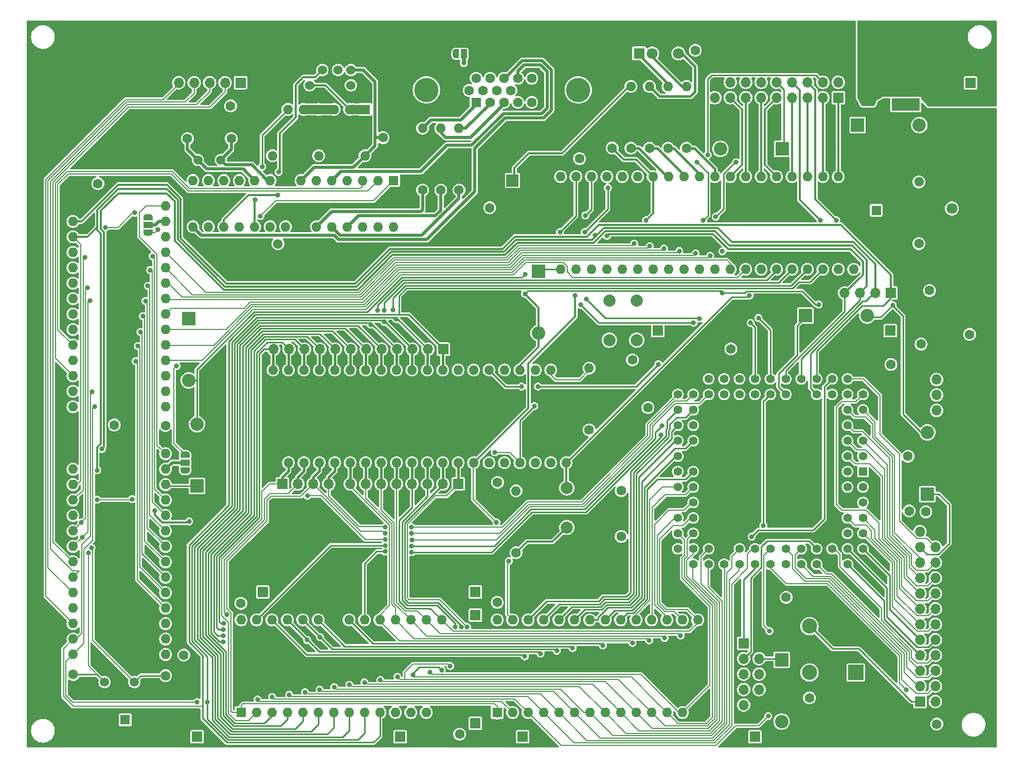
<source format=gbl>
G04 #@! TF.GenerationSoftware,KiCad,Pcbnew,8.0.6*
G04 #@! TF.CreationDate,2024-12-01T17:46:02+03:00*
G04 #@! TF.ProjectId,6502_v1,36353032-5f76-4312-9e6b-696361645f70,rev?*
G04 #@! TF.SameCoordinates,Original*
G04 #@! TF.FileFunction,Copper,L2,Bot*
G04 #@! TF.FilePolarity,Positive*
%FSLAX46Y46*%
G04 Gerber Fmt 4.6, Leading zero omitted, Abs format (unit mm)*
G04 Created by KiCad (PCBNEW 8.0.6) date 2024-12-01 17:46:02*
%MOMM*%
%LPD*%
G01*
G04 APERTURE LIST*
G04 Aperture macros list*
%AMFreePoly0*
4,1,19,0.550000,-0.750000,0.000000,-0.750000,0.000000,-0.744911,-0.071157,-0.744911,-0.207708,-0.704816,-0.327430,-0.627875,-0.420627,-0.520320,-0.479746,-0.390866,-0.500000,-0.250000,-0.500000,0.250000,-0.479746,0.390866,-0.420627,0.520320,-0.327430,0.627875,-0.207708,0.704816,-0.071157,0.744911,0.000000,0.744911,0.000000,0.750000,0.550000,0.750000,0.550000,-0.750000,0.550000,-0.750000,
$1*%
%AMFreePoly1*
4,1,19,0.000000,0.744911,0.071157,0.744911,0.207708,0.704816,0.327430,0.627875,0.420627,0.520320,0.479746,0.390866,0.500000,0.250000,0.500000,-0.250000,0.479746,-0.390866,0.420627,-0.520320,0.327430,-0.627875,0.207708,-0.704816,0.071157,-0.744911,0.000000,-0.744911,0.000000,-0.750000,-0.550000,-0.750000,-0.550000,0.750000,0.000000,0.750000,0.000000,0.744911,0.000000,0.744911,
$1*%
G04 Aperture macros list end*
G04 #@! TA.AperFunction,ComponentPad*
%ADD10R,1.600000X1.600000*%
G04 #@! TD*
G04 #@! TA.AperFunction,ComponentPad*
%ADD11C,1.600000*%
G04 #@! TD*
G04 #@! TA.AperFunction,ComponentPad*
%ADD12C,1.524000*%
G04 #@! TD*
G04 #@! TA.AperFunction,ComponentPad*
%ADD13C,3.300000*%
G04 #@! TD*
G04 #@! TA.AperFunction,ComponentPad*
%ADD14R,1.422400X1.422400*%
G04 #@! TD*
G04 #@! TA.AperFunction,ComponentPad*
%ADD15C,1.422400*%
G04 #@! TD*
G04 #@! TA.AperFunction,ComponentPad*
%ADD16R,1.700000X1.700000*%
G04 #@! TD*
G04 #@! TA.AperFunction,ComponentPad*
%ADD17O,1.700000X1.700000*%
G04 #@! TD*
G04 #@! TA.AperFunction,ComponentPad*
%ADD18C,4.000000*%
G04 #@! TD*
G04 #@! TA.AperFunction,ComponentPad*
%ADD19O,1.600000X1.600000*%
G04 #@! TD*
G04 #@! TA.AperFunction,ComponentPad*
%ADD20R,2.200000X2.200000*%
G04 #@! TD*
G04 #@! TA.AperFunction,ComponentPad*
%ADD21O,2.200000X2.200000*%
G04 #@! TD*
G04 #@! TA.AperFunction,ComponentPad*
%ADD22R,1.800000X1.800000*%
G04 #@! TD*
G04 #@! TA.AperFunction,ComponentPad*
%ADD23C,1.800000*%
G04 #@! TD*
G04 #@! TA.AperFunction,ComponentPad*
%ADD24C,1.500000*%
G04 #@! TD*
G04 #@! TA.AperFunction,ComponentPad*
%ADD25R,4.600000X2.000000*%
G04 #@! TD*
G04 #@! TA.AperFunction,ComponentPad*
%ADD26O,4.200000X2.000000*%
G04 #@! TD*
G04 #@! TA.AperFunction,ComponentPad*
%ADD27O,2.000000X4.200000*%
G04 #@! TD*
G04 #@! TA.AperFunction,ComponentPad*
%ADD28C,2.000000*%
G04 #@! TD*
G04 #@! TA.AperFunction,ComponentPad*
%ADD29R,2.000000X2.000000*%
G04 #@! TD*
G04 #@! TA.AperFunction,ComponentPad*
%ADD30R,2.500000X2.500000*%
G04 #@! TD*
G04 #@! TA.AperFunction,ComponentPad*
%ADD31C,2.500000*%
G04 #@! TD*
G04 #@! TA.AperFunction,SMDPad,CuDef*
%ADD32FreePoly0,90.000000*%
G04 #@! TD*
G04 #@! TA.AperFunction,SMDPad,CuDef*
%ADD33R,1.500000X1.000000*%
G04 #@! TD*
G04 #@! TA.AperFunction,SMDPad,CuDef*
%ADD34FreePoly1,90.000000*%
G04 #@! TD*
G04 #@! TA.AperFunction,SMDPad,CuDef*
%ADD35FreePoly0,180.000000*%
G04 #@! TD*
G04 #@! TA.AperFunction,SMDPad,CuDef*
%ADD36R,1.000000X1.500000*%
G04 #@! TD*
G04 #@! TA.AperFunction,SMDPad,CuDef*
%ADD37FreePoly1,180.000000*%
G04 #@! TD*
G04 #@! TA.AperFunction,SMDPad,CuDef*
%ADD38FreePoly0,270.000000*%
G04 #@! TD*
G04 #@! TA.AperFunction,SMDPad,CuDef*
%ADD39FreePoly1,270.000000*%
G04 #@! TD*
G04 #@! TA.AperFunction,ViaPad*
%ADD40C,1.000000*%
G04 #@! TD*
G04 #@! TA.AperFunction,ViaPad*
%ADD41C,0.800000*%
G04 #@! TD*
G04 #@! TA.AperFunction,Conductor*
%ADD42C,0.300000*%
G04 #@! TD*
G04 #@! TA.AperFunction,Conductor*
%ADD43C,1.000000*%
G04 #@! TD*
G04 #@! TA.AperFunction,Conductor*
%ADD44C,0.200000*%
G04 #@! TD*
G04 #@! TA.AperFunction,Conductor*
%ADD45C,0.250000*%
G04 #@! TD*
G04 #@! TA.AperFunction,Conductor*
%ADD46C,0.500000*%
G04 #@! TD*
G04 #@! TA.AperFunction,Conductor*
%ADD47C,0.400000*%
G04 #@! TD*
G04 #@! TA.AperFunction,Conductor*
%ADD48C,1.500000*%
G04 #@! TD*
G04 #@! TA.AperFunction,Conductor*
%ADD49C,0.700000*%
G04 #@! TD*
G04 APERTURE END LIST*
D10*
X209650198Y-65878000D03*
D11*
X211650198Y-65878000D03*
D12*
X118450000Y-42800000D03*
X121050000Y-42800000D03*
X116350000Y-42800000D03*
X123150000Y-42800000D03*
X116350000Y-45300000D03*
X123150000Y-45300000D03*
D13*
X113000000Y-39800000D03*
X119750000Y-39000000D03*
X126500000Y-39800000D03*
D14*
X207450198Y-108846000D03*
D15*
X204910198Y-108846000D03*
X207450198Y-106306000D03*
X204910198Y-106306000D03*
X207450198Y-103766000D03*
X204910198Y-103766000D03*
X207450198Y-101226000D03*
X204910198Y-101226000D03*
X207450198Y-98686000D03*
X204910198Y-98686000D03*
X207450198Y-96146000D03*
X204910198Y-93606000D03*
X204910198Y-96146000D03*
X202370198Y-93606000D03*
X202370198Y-96146000D03*
X199830198Y-93606000D03*
X199830198Y-96146000D03*
X197290198Y-93606000D03*
X197290198Y-96146000D03*
X194750198Y-93606000D03*
X194750198Y-96146000D03*
X192210198Y-93606000D03*
X192210198Y-96146000D03*
X189670198Y-93606000D03*
X189670198Y-96146000D03*
X187130198Y-93606000D03*
X187130198Y-96146000D03*
X184590198Y-93606000D03*
X184590198Y-96146000D03*
X182050198Y-93606000D03*
X182050198Y-96146000D03*
X179510198Y-93606000D03*
X176970198Y-96146000D03*
X179510198Y-96146000D03*
X176970198Y-98686000D03*
X179510198Y-98686000D03*
X176970198Y-101226000D03*
X179510198Y-101226000D03*
X176970198Y-103766000D03*
X179510198Y-103766000D03*
X176970198Y-106306000D03*
X179510198Y-106306000D03*
X176970198Y-108846000D03*
X179510198Y-108846000D03*
X176970198Y-111386000D03*
X179510198Y-111386000D03*
X176970198Y-113926000D03*
X179510198Y-113926000D03*
X176970198Y-116466000D03*
X179510198Y-116466000D03*
X176970198Y-119006000D03*
X179510198Y-119006000D03*
X176970198Y-121546000D03*
X179510198Y-124086000D03*
X179510198Y-121546000D03*
X182050198Y-124086000D03*
X182050198Y-121546000D03*
X184590198Y-124086000D03*
X184590198Y-121546000D03*
X187130198Y-124086000D03*
X187130198Y-121546000D03*
X189670198Y-124086000D03*
X189670198Y-121546000D03*
X192210198Y-124086000D03*
X192210198Y-121546000D03*
X194750198Y-124086000D03*
X194750198Y-121546000D03*
X197290198Y-124086000D03*
X197290198Y-121546000D03*
X199830198Y-124086000D03*
X199830198Y-121546000D03*
X202370198Y-124086000D03*
X202370198Y-121546000D03*
X204910198Y-124086000D03*
X207450198Y-121546000D03*
X204910198Y-121546000D03*
X207450198Y-119006000D03*
X204910198Y-119006000D03*
X207450198Y-116466000D03*
X204910198Y-116466000D03*
X207450198Y-113926000D03*
X204910198Y-113926000D03*
X207450198Y-111386000D03*
X204910198Y-111386000D03*
D16*
X138362198Y-88729200D03*
D17*
X135822198Y-88729200D03*
X133282198Y-88729200D03*
X130742198Y-88729200D03*
X128202198Y-88729200D03*
X125662198Y-88729200D03*
X123122198Y-88729200D03*
X120582198Y-88729200D03*
X118042198Y-88729200D03*
X115502198Y-88729200D03*
X112962198Y-88729200D03*
X110422198Y-88729200D03*
D16*
X211950198Y-85678000D03*
D18*
X160579998Y-46078000D03*
X135579998Y-46078000D03*
D10*
X143764998Y-48128000D03*
D11*
X146054998Y-48128000D03*
X148344998Y-48128000D03*
X150634998Y-48128000D03*
X152924998Y-48128000D03*
X142619998Y-46148000D03*
X144909998Y-46148000D03*
X147199998Y-46148000D03*
X149489998Y-46148000D03*
X151779998Y-46148000D03*
X143764998Y-44168000D03*
X146054998Y-44168000D03*
X148344998Y-44168000D03*
X150634998Y-44168000D03*
X152924998Y-44168000D03*
X134950198Y-62538000D03*
D19*
X134950198Y-52378000D03*
D11*
X84200198Y-101178000D03*
X86700198Y-101178000D03*
D16*
X189650198Y-152478000D03*
D20*
X97800198Y-111208000D03*
D21*
X97800198Y-101048000D03*
D22*
X170594798Y-40078000D03*
D23*
X172753798Y-40078000D03*
X174912798Y-40078000D03*
X177071798Y-40078000D03*
D16*
X108650198Y-128678000D03*
D11*
X146000000Y-65450000D03*
X146000000Y-67950000D03*
D10*
X219005311Y-87878000D03*
D11*
X217005311Y-87878000D03*
X219600198Y-150378000D03*
X217100198Y-150378000D03*
X169500198Y-90478000D03*
X167000198Y-90478000D03*
X218400198Y-79078000D03*
X220900198Y-79078000D03*
D16*
X143650198Y-128678000D03*
D11*
X81500198Y-61478000D03*
X79000198Y-61478000D03*
D16*
X217025198Y-98803000D03*
D17*
X219565198Y-98803000D03*
X217025198Y-96263000D03*
X219565198Y-96263000D03*
X217025198Y-93723000D03*
X219565198Y-93723000D03*
D11*
X169248598Y-55658400D03*
D19*
X169248598Y-45498400D03*
D11*
X185700198Y-88678000D03*
X183200198Y-88678000D03*
D16*
X140847991Y-110896022D03*
D17*
X138307991Y-110896022D03*
X135767991Y-110896022D03*
X133227991Y-110896022D03*
X130687991Y-110896022D03*
X128147991Y-110896022D03*
X125607991Y-110896022D03*
X123067991Y-110896022D03*
D16*
X216825198Y-146678000D03*
D17*
X219365198Y-146678000D03*
X216825198Y-144138000D03*
X219365198Y-144138000D03*
X216825198Y-141598000D03*
X219365198Y-141598000D03*
X216825198Y-139058000D03*
X219365198Y-139058000D03*
X216825198Y-136518000D03*
X219365198Y-136518000D03*
X216825198Y-133978000D03*
X219365198Y-133978000D03*
X216825198Y-131438000D03*
X219365198Y-131438000D03*
X216825198Y-128898000D03*
X219365198Y-128898000D03*
X216825198Y-126358000D03*
X219365198Y-126358000D03*
X216825198Y-123818000D03*
X219365198Y-123818000D03*
X216825198Y-121278000D03*
X219365198Y-121278000D03*
X216825198Y-118738000D03*
X219365198Y-118738000D03*
D11*
X194798000Y-129540000D03*
X192298000Y-129540000D03*
X96250198Y-54078000D03*
X98750198Y-54078000D03*
X166175198Y-55633000D03*
D19*
X166175198Y-45473000D03*
D20*
X206570198Y-51878000D03*
D21*
X216730198Y-51878000D03*
D11*
X167650198Y-111978000D03*
X167650198Y-114478000D03*
D20*
X194130198Y-55778000D03*
D21*
X183970198Y-55778000D03*
D24*
X97950198Y-57578000D03*
X101750198Y-57578000D03*
D16*
X187800198Y-137088000D03*
D17*
X190340198Y-137088000D03*
X187800198Y-139628000D03*
X190340198Y-139628000D03*
X187800198Y-142168000D03*
X190340198Y-142168000D03*
X187800198Y-144708000D03*
X190340198Y-144708000D03*
X187800198Y-147248000D03*
X190340198Y-147248000D03*
D25*
X214518000Y-48464000D03*
D26*
X214518000Y-42164000D03*
D27*
X209718000Y-45564000D03*
D28*
X158696998Y-111539600D03*
X158696998Y-118039600D03*
X154196998Y-111539600D03*
X154196998Y-118039600D03*
D16*
X131250198Y-152478000D03*
D11*
X103450198Y-54078000D03*
X100950198Y-54078000D03*
D16*
X203386198Y-47364200D03*
D17*
X203386198Y-44824200D03*
X200846198Y-47364200D03*
X200846198Y-44824200D03*
X198306198Y-47364200D03*
X198306198Y-44824200D03*
X195766198Y-47364200D03*
X195766198Y-44824200D03*
X193226198Y-47364200D03*
X193226198Y-44824200D03*
X190686198Y-47364200D03*
X190686198Y-44824200D03*
X188146198Y-47364200D03*
X188146198Y-44824200D03*
X185606198Y-47364200D03*
X185606198Y-44824200D03*
X183066198Y-47364200D03*
X183066198Y-44824200D03*
D11*
X172050198Y-98328000D03*
X172050198Y-95828000D03*
D16*
X173650198Y-85678000D03*
D10*
X125475198Y-49278000D03*
D19*
X122935198Y-49278000D03*
X120395198Y-49278000D03*
X117855198Y-49278000D03*
X115315198Y-49278000D03*
X112775198Y-49278000D03*
X110235198Y-49278000D03*
X110235198Y-56898000D03*
X112775198Y-56898000D03*
X115315198Y-56898000D03*
X117855198Y-56898000D03*
X120395198Y-56898000D03*
X122935198Y-56898000D03*
X125475198Y-56898000D03*
D29*
X149750198Y-60978000D03*
D28*
X149750198Y-53378000D03*
D20*
X218050198Y-112558000D03*
D21*
X218050198Y-102398000D03*
D11*
X217800198Y-115478000D03*
X220300198Y-115478000D03*
X160800198Y-57378000D03*
X163300198Y-57378000D03*
D24*
X82600198Y-143478000D03*
X87500198Y-143478000D03*
D20*
X197970198Y-83178000D03*
D21*
X208130198Y-83178000D03*
D10*
X105073198Y-148475000D03*
D19*
X107613198Y-148475000D03*
X110153198Y-148475000D03*
X112693198Y-148475000D03*
X115233198Y-148475000D03*
X117773198Y-148475000D03*
X120313198Y-148475000D03*
X122853198Y-148475000D03*
X125393198Y-148475000D03*
X127933198Y-148475000D03*
X130473198Y-148475000D03*
X133013198Y-148475000D03*
X135553198Y-148475000D03*
X138093198Y-148475000D03*
X138093198Y-133235000D03*
X135553198Y-133235000D03*
X133013198Y-133235000D03*
X130473198Y-133235000D03*
X127933198Y-133235000D03*
X125393198Y-133235000D03*
X122853198Y-133235000D03*
X120313198Y-133235000D03*
X117773198Y-133235000D03*
X115233198Y-133235000D03*
X112693198Y-133235000D03*
X110153198Y-133235000D03*
X107613198Y-133235000D03*
X105073198Y-133235000D03*
D11*
X111150198Y-71378000D03*
X111150198Y-73878000D03*
X215050198Y-115328000D03*
X215050198Y-112828000D03*
X198628000Y-146070000D03*
X198628000Y-148570000D03*
D20*
X96450198Y-83678000D03*
D21*
X96450198Y-93838000D03*
D11*
X147252198Y-130365200D03*
X147252198Y-127865200D03*
D16*
X151450198Y-152478000D03*
D10*
X77397198Y-105918000D03*
D19*
X77397198Y-108458000D03*
X77397198Y-110998000D03*
X77397198Y-113538000D03*
X77397198Y-116078000D03*
X77397198Y-118618000D03*
X77397198Y-121158000D03*
X77397198Y-123698000D03*
X77397198Y-126238000D03*
X77397198Y-128778000D03*
X77397198Y-131318000D03*
X77397198Y-133858000D03*
X77397198Y-136398000D03*
X77397198Y-138938000D03*
X92637198Y-138938000D03*
X92637198Y-136398000D03*
X92637198Y-133858000D03*
X92637198Y-131318000D03*
X92637198Y-128778000D03*
X92637198Y-126238000D03*
X92637198Y-123698000D03*
X92637198Y-121158000D03*
X92637198Y-118618000D03*
X92637198Y-116078000D03*
X92637198Y-113538000D03*
X92637198Y-110998000D03*
X92637198Y-108458000D03*
X92637198Y-105918000D03*
D11*
X103350000Y-48700000D03*
X105850000Y-48700000D03*
D10*
X130170198Y-60978000D03*
D19*
X127630198Y-60978000D03*
X125090198Y-60978000D03*
X122550198Y-60978000D03*
X120010198Y-60978000D03*
X117470198Y-60978000D03*
X114930198Y-60978000D03*
X112390198Y-60978000D03*
X109850198Y-60978000D03*
X107310198Y-60978000D03*
X104770198Y-60978000D03*
X102230198Y-60978000D03*
X99690198Y-60978000D03*
X97150198Y-60978000D03*
X97150198Y-68598000D03*
X99690198Y-68598000D03*
X102230198Y-68598000D03*
X104770198Y-68598000D03*
X107310198Y-68598000D03*
X109850198Y-68598000D03*
X112390198Y-68598000D03*
X114930198Y-68598000D03*
X117470198Y-68598000D03*
X120010198Y-68598000D03*
X122550198Y-68598000D03*
X125090198Y-68598000D03*
X127630198Y-68598000D03*
X130170198Y-68598000D03*
D11*
X212050198Y-91228000D03*
X212050198Y-93728000D03*
D10*
X147237198Y-148475000D03*
D19*
X149777198Y-148475000D03*
X152317198Y-148475000D03*
X154857198Y-148475000D03*
X157397198Y-148475000D03*
X159937198Y-148475000D03*
X162477198Y-148475000D03*
X165017198Y-148475000D03*
X167557198Y-148475000D03*
X170097198Y-148475000D03*
X172637198Y-148475000D03*
X175177198Y-148475000D03*
X177717198Y-148475000D03*
X180257198Y-148475000D03*
X180257198Y-133235000D03*
X177717198Y-133235000D03*
X175177198Y-133235000D03*
X172637198Y-133235000D03*
X170097198Y-133235000D03*
X167557198Y-133235000D03*
X165017198Y-133235000D03*
X162477198Y-133235000D03*
X159937198Y-133235000D03*
X157397198Y-133235000D03*
X154857198Y-133235000D03*
X152317198Y-133235000D03*
X149777198Y-133235000D03*
X147237198Y-133235000D03*
D22*
X224625198Y-65578000D03*
D23*
X222085198Y-65578000D03*
D11*
X92650198Y-142428000D03*
X92650198Y-144928000D03*
D30*
X206270198Y-141898000D03*
D31*
X206270198Y-134278000D03*
X198650198Y-134278000D03*
X198650198Y-141898000D03*
D11*
X95650198Y-139028000D03*
X95650198Y-141528000D03*
D16*
X225139231Y-44938070D03*
D17*
X225139231Y-47478070D03*
X225139231Y-50018070D03*
D11*
X214850198Y-106328000D03*
X214850198Y-103828000D03*
X167650198Y-119528000D03*
X167650198Y-117028000D03*
X77450198Y-142228000D03*
X77450198Y-144728000D03*
X175352998Y-55658400D03*
D19*
X175352998Y-45498400D03*
D11*
X105037398Y-130517600D03*
X105037398Y-128017600D03*
X178392598Y-55658400D03*
D19*
X178392598Y-45498400D03*
D10*
X158593198Y-92155000D03*
D19*
X156053198Y-92155000D03*
X153513198Y-92155000D03*
X150973198Y-92155000D03*
X148433198Y-92155000D03*
X145893198Y-92155000D03*
X143353198Y-92155000D03*
X140813198Y-92155000D03*
X138273198Y-92155000D03*
X135733198Y-92155000D03*
X133193198Y-92155000D03*
X130653198Y-92155000D03*
X128113198Y-92155000D03*
X125573198Y-92155000D03*
X123033198Y-92155000D03*
X120493198Y-92155000D03*
X117953198Y-92155000D03*
X115413198Y-92155000D03*
X112873198Y-92155000D03*
X110333198Y-92155000D03*
X110333198Y-107395000D03*
X112873198Y-107395000D03*
X115413198Y-107395000D03*
X117953198Y-107395000D03*
X120493198Y-107395000D03*
X123033198Y-107395000D03*
X125573198Y-107395000D03*
X128113198Y-107395000D03*
X130653198Y-107395000D03*
X133193198Y-107395000D03*
X135733198Y-107395000D03*
X138273198Y-107395000D03*
X140813198Y-107395000D03*
X143353198Y-107395000D03*
X145893198Y-107395000D03*
X148433198Y-107395000D03*
X150973198Y-107395000D03*
X153513198Y-107395000D03*
X156053198Y-107395000D03*
X158593198Y-107395000D03*
D11*
X92611398Y-101276800D03*
X95111398Y-101276800D03*
D16*
X143650198Y-150278000D03*
D11*
X216650198Y-71358000D03*
D19*
X216650198Y-61198000D03*
D11*
X147300198Y-110628000D03*
X144800198Y-110628000D03*
D16*
X143650198Y-132478000D03*
X212050198Y-79478000D03*
D17*
X209510198Y-79478000D03*
X206970198Y-79478000D03*
X204430198Y-79478000D03*
D11*
X128450198Y-53928000D03*
X128450198Y-51428000D03*
X162365198Y-101988000D03*
D19*
X162365198Y-91828000D03*
D11*
X140950198Y-62558000D03*
D19*
X140950198Y-52398000D03*
D16*
X104975198Y-44878000D03*
D17*
X102435198Y-44878000D03*
X99895198Y-44878000D03*
X97355198Y-44878000D03*
X94815198Y-44878000D03*
X92275198Y-44878000D03*
D11*
X137950198Y-62558000D03*
D19*
X137950198Y-52398000D03*
D16*
X97850198Y-152478000D03*
D11*
X150350198Y-122178000D03*
D19*
X150350198Y-112018000D03*
D16*
X111866002Y-110889515D03*
D17*
X114406002Y-110889515D03*
X116946002Y-110889515D03*
X119486002Y-110889515D03*
D10*
X86005311Y-149678000D03*
D11*
X84005311Y-149678000D03*
D10*
X77397198Y-65158000D03*
D19*
X77397198Y-67698000D03*
X77397198Y-70238000D03*
X77397198Y-72778000D03*
X77397198Y-75318000D03*
X77397198Y-77858000D03*
X77397198Y-80398000D03*
X77397198Y-82938000D03*
X77397198Y-85478000D03*
X77397198Y-88018000D03*
X77397198Y-90558000D03*
X77397198Y-93098000D03*
X77397198Y-95638000D03*
X77397198Y-98178000D03*
X92637198Y-98178000D03*
X92637198Y-95638000D03*
X92637198Y-93098000D03*
X92637198Y-90558000D03*
X92637198Y-88018000D03*
X92637198Y-85478000D03*
X92637198Y-82938000D03*
X92637198Y-80398000D03*
X92637198Y-77858000D03*
X92637198Y-75318000D03*
X92637198Y-72778000D03*
X92637198Y-70238000D03*
X92637198Y-67698000D03*
X92637198Y-65158000D03*
D10*
X205926198Y-60332000D03*
D19*
X203386198Y-60332000D03*
X200846198Y-60332000D03*
X198306198Y-60332000D03*
X195766198Y-60332000D03*
X193226198Y-60332000D03*
X190686198Y-60332000D03*
X188146198Y-60332000D03*
X185606198Y-60332000D03*
X183066198Y-60332000D03*
X180526198Y-60332000D03*
X177986198Y-60332000D03*
X175446198Y-60332000D03*
X172906198Y-60332000D03*
X170366198Y-60332000D03*
X167826198Y-60332000D03*
X165286198Y-60332000D03*
X162746198Y-60332000D03*
X160206198Y-60332000D03*
X157666198Y-60332000D03*
X157666198Y-75572000D03*
X160206198Y-75572000D03*
X162746198Y-75572000D03*
X165286198Y-75572000D03*
X167826198Y-75572000D03*
X170366198Y-75572000D03*
X172906198Y-75572000D03*
X175446198Y-75572000D03*
X177986198Y-75572000D03*
X180526198Y-75572000D03*
X183066198Y-75572000D03*
X185606198Y-75572000D03*
X188146198Y-75572000D03*
X190686198Y-75572000D03*
X193226198Y-75572000D03*
X195766198Y-75572000D03*
X198306198Y-75572000D03*
X200846198Y-75572000D03*
X203386198Y-75572000D03*
X205926198Y-75572000D03*
D11*
X225000198Y-86278000D03*
X227500198Y-86278000D03*
X179850198Y-39578000D03*
X179850198Y-37078000D03*
X172296598Y-55658400D03*
D19*
X172296598Y-45498400D03*
D28*
X165700198Y-87228000D03*
X165700198Y-80728000D03*
X170200198Y-87228000D03*
X170200198Y-80728000D03*
D20*
X194050198Y-139798000D03*
D21*
X194050198Y-149958000D03*
D20*
X154050198Y-75920000D03*
D21*
X154050198Y-86080000D03*
D11*
X141050198Y-152028000D03*
X141050198Y-149528000D03*
D32*
X89750198Y-69578000D03*
D33*
X89750198Y-68278000D03*
D34*
X89750198Y-66978000D03*
D35*
X143032000Y-40132000D03*
D36*
X141732000Y-40132000D03*
D37*
X140432000Y-40132000D03*
D38*
X95850198Y-106078000D03*
D33*
X95850198Y-107378000D03*
D39*
X95850198Y-108678000D03*
D40*
X126300000Y-102600000D03*
X221900000Y-140800000D03*
X122700000Y-76400000D03*
X93000000Y-149000000D03*
X75500000Y-99400000D03*
X148100000Y-56800000D03*
X134700000Y-150600000D03*
X71000000Y-90900000D03*
X195100000Y-111900000D03*
X147500000Y-70800000D03*
X113500000Y-76100000D03*
X184100000Y-113100000D03*
X193040000Y-132588000D03*
X132900000Y-95500000D03*
X98000000Y-103900000D03*
X161000000Y-107400000D03*
X182300000Y-109300000D03*
X228200000Y-149600000D03*
X194100000Y-137400000D03*
X150500000Y-63400000D03*
X179100000Y-89200000D03*
X155400000Y-153400000D03*
X201000000Y-129000000D03*
X202100000Y-143700000D03*
X95000000Y-135800000D03*
X86300000Y-110600000D03*
X130200000Y-98700000D03*
X201600000Y-150900000D03*
X150600000Y-127500000D03*
X139900000Y-102900000D03*
X112000000Y-98700000D03*
X73400000Y-41800000D03*
X152400000Y-109900000D03*
X224300000Y-76800000D03*
X176700000Y-92500000D03*
X96300000Y-145500000D03*
X220000000Y-50500000D03*
X215300000Y-97300000D03*
X95000000Y-130500000D03*
X72200000Y-51900000D03*
X227500000Y-100900000D03*
X153600000Y-123700000D03*
X117900000Y-130700000D03*
X82700000Y-56900000D03*
X148600000Y-113600000D03*
X227500000Y-104000000D03*
X157700000Y-127200000D03*
X156500000Y-116900000D03*
X107600000Y-50200000D03*
X153100000Y-68200000D03*
X71500000Y-57900000D03*
X220700000Y-85700000D03*
X220000000Y-58500000D03*
X113600000Y-125100000D03*
X113000000Y-43600000D03*
X110600000Y-118800000D03*
X195000000Y-115700000D03*
X153600000Y-52600000D03*
X149900000Y-150700000D03*
X184900000Y-106600000D03*
X123900000Y-98800000D03*
X116800000Y-121600000D03*
X161900000Y-123200000D03*
X218300000Y-83300000D03*
X135100000Y-124000000D03*
X144780000Y-40132000D03*
X131900000Y-52300000D03*
X70500000Y-144600000D03*
X109300000Y-76200000D03*
X71100000Y-78400000D03*
X77500000Y-38700000D03*
X177100000Y-94300000D03*
X71200000Y-73100000D03*
X75400000Y-104100000D03*
X154400000Y-152300000D03*
X208000000Y-136300000D03*
X160800000Y-86800000D03*
X75100000Y-153100000D03*
X95500000Y-150200000D03*
X169900000Y-50600000D03*
X87100000Y-37900000D03*
X120700000Y-102500000D03*
X122300000Y-130700000D03*
X70800000Y-135100000D03*
X142700000Y-148300000D03*
X218400000Y-67900000D03*
X146700000Y-150600000D03*
X71200000Y-116100000D03*
X85200000Y-40800000D03*
X163700000Y-119300000D03*
X227200000Y-81000000D03*
X78400000Y-48600000D03*
X71100000Y-105000000D03*
X117100000Y-98800000D03*
X227600000Y-92400000D03*
X97400000Y-118400000D03*
X116200000Y-53200000D03*
X212800000Y-55800000D03*
X176900000Y-87200000D03*
X144000000Y-148300000D03*
X180100000Y-52700000D03*
X74100000Y-143000000D03*
X99300000Y-71700000D03*
X222100000Y-87600000D03*
X161400000Y-117200000D03*
X147828000Y-40640000D03*
X204400000Y-90900000D03*
X203100000Y-131500000D03*
X130100000Y-45000000D03*
X227200000Y-65300000D03*
X100900000Y-111500000D03*
X163700000Y-47900000D03*
X215800000Y-108600000D03*
X228100000Y-139700000D03*
X167500000Y-53200000D03*
X144700000Y-102900000D03*
X85000000Y-153400000D03*
X168600000Y-36600000D03*
X203600000Y-87500000D03*
X75400000Y-113200000D03*
X215200000Y-94800000D03*
X207600000Y-150900000D03*
X200700000Y-131800000D03*
X73900000Y-147500000D03*
X146100000Y-124100000D03*
X101500000Y-90600000D03*
X222700000Y-60100000D03*
X165000000Y-92600000D03*
X174400000Y-96400000D03*
X95000000Y-132800000D03*
X124800000Y-53400000D03*
X181500000Y-87400000D03*
X95200000Y-143600000D03*
X106100000Y-56100000D03*
X71100000Y-129100000D03*
X70700000Y-139100000D03*
X214300000Y-68200000D03*
X174300000Y-94100000D03*
X82200000Y-111200000D03*
X158800000Y-120800000D03*
X220400000Y-54900000D03*
X87100000Y-44000000D03*
X161200000Y-110400000D03*
X136144000Y-38100000D03*
X227500000Y-108400000D03*
X162400000Y-37000000D03*
X163700000Y-108600000D03*
X153600000Y-60000000D03*
X83820000Y-53340000D03*
X82200000Y-122000000D03*
X196600000Y-151000000D03*
X145900000Y-113000000D03*
X201900000Y-134800000D03*
X207400000Y-90400000D03*
X82500000Y-115400000D03*
X155200000Y-63300000D03*
X199900000Y-137300000D03*
X204600000Y-63000000D03*
X206300000Y-86100000D03*
X187600000Y-110900000D03*
X167900000Y-42500000D03*
X100500000Y-107800000D03*
X147500000Y-115100000D03*
X203400000Y-133500000D03*
X71100000Y-62600000D03*
X98000000Y-51400000D03*
X74400000Y-137800000D03*
X212900000Y-146200000D03*
X209900000Y-93800000D03*
X195200000Y-108200000D03*
X75700000Y-53200000D03*
X135100000Y-55900000D03*
X77300000Y-102000000D03*
X163600000Y-42400000D03*
X101200000Y-99700000D03*
X222300000Y-125300000D03*
X82600000Y-37400000D03*
X82000000Y-129100000D03*
X81600000Y-149100000D03*
X142700000Y-70700000D03*
X71000000Y-97200000D03*
X109400000Y-44600000D03*
X167800000Y-86200000D03*
X106300000Y-72400000D03*
X100600000Y-153300000D03*
X187200000Y-99000000D03*
X114900000Y-101900000D03*
X127400000Y-95600000D03*
X149400000Y-36200000D03*
X220200000Y-101100000D03*
X116100000Y-36400000D03*
X152600000Y-39100000D03*
X141400000Y-127600000D03*
X93900000Y-140900000D03*
X157800000Y-42600000D03*
X201500000Y-146500000D03*
X95800000Y-98200000D03*
X100900000Y-93400000D03*
X89000000Y-144900000D03*
X209100000Y-143500000D03*
X87600000Y-51500000D03*
X145300000Y-148400000D03*
X223100000Y-112700000D03*
X209600000Y-137900000D03*
X152500000Y-150600000D03*
X205200000Y-40800000D03*
X100900000Y-103700000D03*
X162300000Y-85400000D03*
X160400000Y-51100000D03*
X109800000Y-124900000D03*
X206600000Y-56000000D03*
X227500000Y-88700000D03*
X222500000Y-101100000D03*
X149700000Y-68200000D03*
X121500000Y-118600000D03*
X126800000Y-72400000D03*
X214600000Y-63000000D03*
X187800000Y-116400000D03*
X142700000Y-68100000D03*
X177300000Y-42500000D03*
X131400000Y-49000000D03*
X215800000Y-110100000D03*
X121000000Y-95600000D03*
X228000000Y-128400000D03*
X205500000Y-49400000D03*
X140100000Y-124100000D03*
X90800000Y-153400000D03*
X211300000Y-88800000D03*
X81100000Y-63400000D03*
X82300000Y-136100000D03*
X223100000Y-115300000D03*
X194000000Y-39200000D03*
X151500000Y-130600000D03*
X75300000Y-107900000D03*
X161600000Y-128300000D03*
X107400000Y-121400000D03*
X93472000Y-51308000D03*
X82600000Y-107200000D03*
X162800000Y-105500000D03*
X211000000Y-148800000D03*
X78900000Y-45200000D03*
X121800000Y-72500000D03*
X199200000Y-38700000D03*
X164400000Y-90600000D03*
X129100000Y-41800000D03*
X86200000Y-105200000D03*
X97000000Y-148900000D03*
X157100000Y-53900000D03*
X158100000Y-49200000D03*
X155800000Y-68000000D03*
X71300000Y-67700000D03*
X117700000Y-126800000D03*
X184000000Y-118500000D03*
X136700000Y-98800000D03*
X123200000Y-37300000D03*
X136700000Y-127600000D03*
X141100000Y-36100000D03*
X165500000Y-126800000D03*
X204200000Y-136300000D03*
X79700000Y-40400000D03*
X158700000Y-57600000D03*
X112800000Y-121400000D03*
X170900000Y-42800000D03*
X162600000Y-88800000D03*
X138700000Y-150600000D03*
X79500000Y-64700000D03*
X87400000Y-136600000D03*
X212500000Y-95700000D03*
X189600000Y-39200000D03*
X212300000Y-101100000D03*
X76900000Y-62300000D03*
X71200000Y-125100000D03*
X227300000Y-95300000D03*
X89100000Y-151300000D03*
X120400000Y-53400000D03*
X80200000Y-153100000D03*
X212100000Y-140200000D03*
X92964000Y-54356000D03*
X135636000Y-41656000D03*
X219900000Y-104400000D03*
X180900000Y-89800000D03*
X106200000Y-52400000D03*
X195100000Y-99400000D03*
X211900000Y-98900000D03*
X222200000Y-129500000D03*
X99700000Y-96900000D03*
X71000000Y-84900000D03*
X203400000Y-140200000D03*
X124100000Y-122900000D03*
X223000000Y-109800000D03*
X103400000Y-76100000D03*
X177600000Y-37000000D03*
X227600000Y-72900000D03*
X90100000Y-131900000D03*
X220600000Y-110000000D03*
X165600000Y-57500000D03*
X137800000Y-95400000D03*
X116500000Y-72100000D03*
X112900000Y-130700000D03*
X195200000Y-103500000D03*
X95900000Y-103600000D03*
X204100000Y-148900000D03*
X118300000Y-76400000D03*
X214200000Y-151000000D03*
X157100000Y-88900000D03*
X139200000Y-49000000D03*
X154900000Y-36900000D03*
X115500000Y-118600000D03*
X90300000Y-137100000D03*
X222600000Y-103900000D03*
X221200000Y-91100000D03*
X222800000Y-108200000D03*
X167500000Y-123100000D03*
X198700000Y-138800000D03*
X82400000Y-46000000D03*
X75400000Y-95300000D03*
X175000000Y-89100000D03*
X87400000Y-140900000D03*
X129000000Y-153500000D03*
X187600000Y-103500000D03*
X215800000Y-85200000D03*
X221900000Y-145600000D03*
X222700000Y-72300000D03*
X97500000Y-143700000D03*
X207000000Y-88300000D03*
X102000000Y-50900000D03*
X129300000Y-150800000D03*
X201500000Y-141200000D03*
X87600000Y-129300000D03*
X201800000Y-90500000D03*
X71100000Y-110900000D03*
X227300000Y-58500000D03*
X122700000Y-126700000D03*
X133600000Y-102900000D03*
X223100000Y-119500000D03*
X114800000Y-95700000D03*
X71000000Y-120000000D03*
X105100000Y-124900000D03*
X88392000Y-55880000D03*
X75400000Y-118200000D03*
X108400000Y-37200000D03*
X175200000Y-52700000D03*
X90600000Y-141100000D03*
X138500000Y-70600000D03*
X130100000Y-56800000D03*
X222300000Y-134600000D03*
X209000000Y-86000000D03*
X227500000Y-112400000D03*
X188100000Y-107000000D03*
X131064000Y-37592000D03*
X227600000Y-115700000D03*
X218800000Y-108100000D03*
X78500000Y-63300000D03*
X145100000Y-63100000D03*
X120000000Y-123600000D03*
X86600000Y-108600000D03*
X224800000Y-55200000D03*
X208100000Y-146300000D03*
X72500000Y-47100000D03*
X91600000Y-57500000D03*
X73400000Y-134400000D03*
X77000000Y-149200000D03*
X222200000Y-90200000D03*
D41*
X79772198Y-78600000D03*
X78805898Y-117209300D03*
X80449767Y-121367982D03*
X79930998Y-122222899D03*
X78926198Y-119666400D03*
X80172198Y-80700000D03*
X200156198Y-81378000D03*
X151800198Y-79628000D03*
X212350198Y-81478000D03*
X181150198Y-67528000D03*
X184300198Y-79425000D03*
X184300198Y-72628000D03*
X151800198Y-76378000D03*
X180150198Y-57978000D03*
X177200000Y-72572000D03*
X89319798Y-80800000D03*
X177427398Y-135809600D03*
X138108198Y-141522000D03*
X133400000Y-142300000D03*
X141294976Y-134416000D03*
X88100000Y-88200000D03*
X179900000Y-72972000D03*
X88900000Y-83300000D03*
X174785798Y-136216000D03*
X174700000Y-72172000D03*
X89719798Y-78315200D03*
X172245798Y-136616000D03*
X172349848Y-71772000D03*
X90119798Y-75700000D03*
X136200000Y-141900000D03*
X140294973Y-134416000D03*
X88519798Y-85900000D03*
X182300000Y-73372000D03*
X169800000Y-71372000D03*
X169502598Y-137029043D03*
X90519798Y-73439567D03*
X87700000Y-90700000D03*
X142294979Y-134416000D03*
X130800000Y-142600000D03*
X139509480Y-140841730D03*
X118000000Y-144722000D03*
X102143713Y-134851266D03*
X164625798Y-137429043D03*
X80572198Y-95700000D03*
X128000000Y-143122000D03*
X110200000Y-145947600D03*
X192050198Y-135078000D03*
X191850198Y-149078000D03*
X102194523Y-133852555D03*
X159647398Y-137879043D03*
X115600000Y-145147600D03*
X97850198Y-146778000D03*
X130050198Y-82278000D03*
X99550198Y-146778000D03*
X80972198Y-98200000D03*
X130610598Y-83779200D03*
X125400000Y-143522000D03*
X113012998Y-145547600D03*
X120400000Y-144300000D03*
X126417198Y-84679200D03*
X127550198Y-82329200D03*
X122900000Y-143922000D03*
X128659398Y-82318221D03*
X128659398Y-84229200D03*
X154364198Y-138779043D03*
X102142030Y-136850973D03*
X115949398Y-136552400D03*
X157056598Y-138329043D03*
X118082998Y-136084800D03*
X102125641Y-135851105D03*
X200450198Y-67528000D03*
X91350198Y-69078000D03*
X153350198Y-98078000D03*
X183200198Y-66928000D03*
X94450198Y-91478000D03*
X186550198Y-57978000D03*
X146850198Y-105678000D03*
X203050198Y-67528000D03*
X165450198Y-62178000D03*
X181881884Y-56746314D03*
X160050198Y-79875000D03*
X161646875Y-69472000D03*
X149162297Y-123578000D03*
X147125198Y-117228000D03*
X171750198Y-67528000D03*
X161750198Y-66728000D03*
X179550198Y-84378000D03*
X160972545Y-81400347D03*
X188950198Y-84403000D03*
X190250198Y-83578000D03*
X157550198Y-69472000D03*
X180550198Y-83678000D03*
X161922545Y-80450347D03*
X223012000Y-36068000D03*
X222504000Y-41148000D03*
X216916000Y-37592000D03*
X228600000Y-46228000D03*
X215392000Y-45212000D03*
X221488000Y-46228000D03*
X209804000Y-37084000D03*
X133137991Y-118010614D03*
X128772198Y-118000000D03*
X133137991Y-119010617D03*
X128772198Y-119000003D03*
X115987466Y-112838001D03*
X128772198Y-120000006D03*
X133200000Y-120100000D03*
X107800000Y-146347600D03*
X102711798Y-132403651D03*
X151773398Y-139229043D03*
X96510773Y-117038000D03*
X87169798Y-113378000D03*
X81372198Y-113478000D03*
X188767937Y-79903000D03*
X108250198Y-66828000D03*
X79400000Y-73600000D03*
X82750198Y-68678000D03*
X90848723Y-115279475D03*
X87550198Y-66278000D03*
X108550198Y-58678000D03*
X107400198Y-64128000D03*
X111250198Y-59578000D03*
X111150198Y-63378000D03*
X133137991Y-122100000D03*
X174180549Y-102849551D03*
X128772198Y-122000012D03*
X163307536Y-69935339D03*
X81372198Y-108628000D03*
X82172198Y-105128000D03*
X128772198Y-121000009D03*
X174350198Y-101278000D03*
X133137991Y-121100000D03*
X165286198Y-70078000D03*
X153950198Y-94878000D03*
X173767545Y-91195347D03*
X151250198Y-94878000D03*
X214577386Y-144750811D03*
X189125198Y-119553000D03*
X191050198Y-117753000D03*
X141732000Y-41656000D03*
D42*
X157950198Y-56478000D02*
X152450198Y-56478000D01*
X152450198Y-56478000D02*
X150050198Y-58878000D01*
X168929798Y-45498400D02*
X157950198Y-56478000D01*
X150050198Y-58878000D02*
X150050198Y-60678000D01*
X169248598Y-45498400D02*
X168929798Y-45498400D01*
D43*
X144780000Y-40132000D02*
X143032000Y-40132000D01*
D44*
X79472198Y-116543000D02*
X79472198Y-79125600D01*
D45*
X88550198Y-142428000D02*
X87500198Y-143478000D01*
D44*
X79472198Y-79125600D02*
X79472198Y-78900000D01*
X79472198Y-78900000D02*
X79772198Y-78600000D01*
X80449767Y-121367982D02*
X80630998Y-121549213D01*
X80630998Y-136608800D02*
X87500198Y-143478000D01*
X80630998Y-121549213D02*
X80630998Y-136608800D01*
X77397198Y-118618000D02*
X79472198Y-116543000D01*
D45*
X92650198Y-142428000D02*
X88550198Y-142428000D01*
X77450198Y-142228000D02*
X81350198Y-142228000D01*
D44*
X79872198Y-118720400D02*
X78926198Y-119666400D01*
X79930998Y-122222899D02*
X79850198Y-122303699D01*
X77434598Y-121158000D02*
X77397198Y-121158000D01*
X79930998Y-140758800D02*
X82600198Y-143428000D01*
X79883399Y-80913999D02*
X80097398Y-80700000D01*
X80097398Y-80700000D02*
X80172198Y-80700000D01*
D45*
X81350198Y-142228000D02*
X82600198Y-143478000D01*
D44*
X79883399Y-80913999D02*
X79872198Y-80925200D01*
X78926198Y-119666400D02*
X77434598Y-121158000D01*
X82600198Y-143428000D02*
X82600198Y-143478000D01*
X79872198Y-80925200D02*
X79872198Y-118720400D01*
X79930998Y-122222899D02*
X79930998Y-140758800D01*
D42*
X150973198Y-92155000D02*
X150973198Y-91426802D01*
X150973198Y-91426802D02*
X154050198Y-88349802D01*
X154050198Y-81878000D02*
X151800198Y-79628000D01*
D45*
X214041899Y-99409701D02*
X217030198Y-102398000D01*
X97800198Y-92040840D02*
X97800198Y-93678000D01*
X151278198Y-76900000D02*
X131521802Y-76900000D01*
X107236838Y-82604200D02*
X97800198Y-92040840D01*
X184300198Y-79425000D02*
X188003198Y-79425000D01*
X151800198Y-76378000D02*
X151278198Y-76900000D01*
X151800198Y-79628000D02*
X152278198Y-79150000D01*
X131521802Y-76900000D02*
X125817602Y-82604200D01*
X199650198Y-81378000D02*
X200156198Y-81378000D01*
D42*
X154050198Y-86208000D02*
X154050198Y-81878000D01*
D45*
X212250198Y-81478000D02*
X212350198Y-81478000D01*
X152278198Y-79150000D02*
X184025198Y-79150000D01*
X217030198Y-102398000D02*
X218050198Y-102398000D01*
X210350198Y-83478000D02*
X212350198Y-81478000D01*
X96450198Y-93838000D02*
X97640198Y-93838000D01*
X188003198Y-79425000D02*
X188250198Y-79178000D01*
D42*
X154050198Y-88349802D02*
X154050198Y-86080000D01*
D45*
X97640198Y-93838000D02*
X97800198Y-93678000D01*
X97450198Y-100698000D02*
X97800198Y-101048000D01*
X181941198Y-66737000D02*
X181941198Y-59769000D01*
X212250198Y-81478000D02*
X214041899Y-83269701D01*
X208130198Y-83478000D02*
X210350198Y-83478000D01*
X184025198Y-79150000D02*
X184300198Y-79425000D01*
X214041899Y-83269701D02*
X214041899Y-99409701D01*
X181941198Y-59769000D02*
X180150198Y-57978000D01*
X184220198Y-72548000D02*
X184300198Y-72628000D01*
X125817602Y-82604200D02*
X107236838Y-82604200D01*
X181150198Y-67528000D02*
X181941198Y-66737000D01*
X188250198Y-79178000D02*
X197450198Y-79178000D01*
X197450198Y-79178000D02*
X199650198Y-81378000D01*
X97800198Y-93678000D02*
X97800198Y-101048000D01*
X92847198Y-111208000D02*
X92637198Y-110998000D01*
X92637198Y-110998000D02*
X92927198Y-110708000D01*
X97800198Y-111208000D02*
X92847198Y-111208000D01*
D46*
X93717198Y-107378000D02*
X92637198Y-108458000D01*
X95850198Y-107378000D02*
X93717198Y-107378000D01*
D47*
X170340798Y-40367600D02*
X170594798Y-40367600D01*
X170594798Y-40367600D02*
X175352998Y-45125800D01*
X175352998Y-45125800D02*
X175352998Y-45498400D01*
X177071798Y-40367600D02*
X177935398Y-40367600D01*
X179814998Y-46362000D02*
X179052998Y-47124000D01*
X177935398Y-40367600D02*
X179814998Y-42247200D01*
X179814998Y-42247200D02*
X179814998Y-46362000D01*
X173922198Y-47124000D02*
X172296598Y-45498400D01*
X179052998Y-47124000D02*
X173922198Y-47124000D01*
X176817798Y-40367600D02*
X177071798Y-40367600D01*
X172753798Y-40621600D02*
X177630598Y-45498400D01*
X172753798Y-40367600D02*
X172753798Y-40621600D01*
X177630598Y-45498400D02*
X178392598Y-45498400D01*
D46*
X134950198Y-65778000D02*
X134950198Y-62538000D01*
X117470198Y-68598000D02*
X119990198Y-66078000D01*
X119990198Y-66078000D02*
X134650198Y-66078000D01*
X134650198Y-66078000D02*
X134950198Y-65778000D01*
D44*
X177133798Y-135516000D02*
X137834198Y-135516000D01*
D47*
X130653198Y-107395000D02*
X130653198Y-110861229D01*
D44*
X137834198Y-135516000D02*
X135553198Y-133235000D01*
X89619798Y-118140600D02*
X92637198Y-121158000D01*
X130687991Y-130344107D02*
X132100684Y-131756800D01*
D47*
X130653198Y-110861229D02*
X130687991Y-110896022D01*
D44*
X93173398Y-80578000D02*
X124980018Y-80578000D01*
X177717198Y-133235000D02*
X176391398Y-131909200D01*
X93353398Y-80398000D02*
X93173398Y-80578000D01*
X130683018Y-74875000D02*
X149220480Y-74875000D01*
X176900000Y-72872000D02*
X177200000Y-72572000D01*
X132100684Y-131756800D02*
X134074998Y-131756800D01*
X130687991Y-110896022D02*
X130687991Y-130344107D01*
X176462198Y-116466000D02*
X176970198Y-116466000D01*
X89594198Y-81007600D02*
X89386598Y-80800000D01*
X89386598Y-80800000D02*
X89319798Y-80800000D01*
X89594198Y-81007600D02*
X89619798Y-81033200D01*
X124980018Y-80578000D02*
X130683018Y-74875000D01*
X176391398Y-131909200D02*
X174843484Y-131909200D01*
X134074998Y-131756800D02*
X135553198Y-133235000D01*
X174843484Y-131909200D02*
X173551598Y-130617314D01*
X89619798Y-81033200D02*
X89619798Y-118140600D01*
X173551598Y-130617314D02*
X173551598Y-119376600D01*
X177427398Y-135809600D02*
X177133798Y-135516000D01*
X149220480Y-74875000D02*
X151223480Y-72872000D01*
X151223480Y-72872000D02*
X176751798Y-72872000D01*
X92637198Y-80398000D02*
X93353398Y-80398000D01*
X176751798Y-72872000D02*
X176900000Y-72872000D01*
X173551598Y-119376600D02*
X176462198Y-116466000D01*
D47*
X130687991Y-107429793D02*
X130653198Y-107395000D01*
D44*
X88400000Y-89100000D02*
X88400000Y-88500000D01*
D45*
X133383798Y-142016202D02*
X133383798Y-142472000D01*
D44*
X178498998Y-120017200D02*
X179510198Y-119006000D01*
X133533798Y-142622000D02*
X169344198Y-142622000D01*
X100596312Y-88078000D02*
X106896312Y-81778000D01*
X88400000Y-89100000D02*
X88400000Y-124540802D01*
X151486223Y-74306315D02*
X151720537Y-74072000D01*
D45*
X134400000Y-141000000D02*
X133383798Y-142016202D01*
D44*
X92697198Y-88078000D02*
X100596312Y-88078000D01*
D45*
X132012991Y-129795275D02*
X132637757Y-130420041D01*
D44*
X176277198Y-149605800D02*
X176970198Y-150298800D01*
X151720537Y-74072000D02*
X185072000Y-74072000D01*
D47*
X138273198Y-107395000D02*
X138273198Y-110861229D01*
D44*
X181643798Y-150298800D02*
X182653398Y-149289200D01*
D45*
X138108198Y-141522000D02*
X137586198Y-141000000D01*
D44*
X175177198Y-148475000D02*
X176277198Y-149575000D01*
X176970198Y-150298800D02*
X181643798Y-150298800D01*
D47*
X138307991Y-107429793D02*
X138273198Y-107395000D01*
D44*
X182653398Y-130829114D02*
X178043398Y-126219114D01*
D45*
X137586198Y-141000000D02*
X134400000Y-141000000D01*
X138307991Y-110896022D02*
X138307991Y-111009803D01*
D44*
X185606198Y-74606198D02*
X185606198Y-75572000D01*
X125477076Y-81778000D02*
X131180076Y-76075000D01*
D45*
X133701996Y-115615798D02*
X132012991Y-117304803D01*
X132637757Y-130420041D02*
X137505626Y-130420041D01*
X138307991Y-111009803D02*
X133701996Y-115615798D01*
D44*
X178043398Y-123259914D02*
X178498998Y-122804314D01*
X92637198Y-88018000D02*
X92697198Y-88078000D01*
D45*
X132012991Y-117583600D02*
X132012991Y-129795275D01*
D44*
X185072000Y-74072000D02*
X185606198Y-74606198D01*
X131180076Y-76075000D02*
X149717537Y-76075000D01*
D45*
X137505626Y-130420041D02*
X141294976Y-134209391D01*
X141294976Y-134209391D02*
X141294976Y-134416000D01*
D44*
X178043398Y-126219114D02*
X178043398Y-123259914D01*
X169344198Y-142622000D02*
X173464998Y-146742800D01*
X176277198Y-149575000D02*
X176277198Y-149605800D01*
X133383798Y-142472000D02*
X133533798Y-142622000D01*
X149717537Y-76075000D02*
X151486223Y-74306315D01*
X178498998Y-122804314D02*
X178498998Y-120017200D01*
D47*
X138273198Y-110861229D02*
X138307991Y-110896022D01*
D44*
X88400000Y-124540802D02*
X92637198Y-128778000D01*
X173464998Y-146762800D02*
X175177198Y-148475000D01*
X88400000Y-88500000D02*
X88100000Y-88200000D01*
D45*
X132012991Y-117304803D02*
X132012991Y-117583600D01*
D44*
X106896312Y-81778000D02*
X125477076Y-81778000D01*
X173464998Y-146742800D02*
X173464998Y-146762800D01*
X182653398Y-149289200D02*
X182653398Y-130829114D01*
D45*
X132276724Y-131331800D02*
X136189998Y-131331800D01*
D44*
X89219798Y-83619798D02*
X89219798Y-120280600D01*
X179600000Y-73272000D02*
X179900000Y-72972000D01*
X178849798Y-135109600D02*
X180257198Y-133702200D01*
X179291798Y-73272000D02*
X179600000Y-73272000D01*
X88900000Y-83300000D02*
X89219798Y-83619798D01*
X125145704Y-80978000D02*
X130848704Y-75275000D01*
X180257198Y-133702200D02*
X180257198Y-133235000D01*
X105564940Y-81978000D02*
X106564940Y-80978000D01*
D45*
X131112991Y-116908007D02*
X131112991Y-130168067D01*
D47*
X133227991Y-107429793D02*
X133193198Y-107395000D01*
D44*
X175009170Y-131509200D02*
X173951598Y-130451628D01*
X92637198Y-82938000D02*
X93597198Y-81978000D01*
X149386166Y-75275000D02*
X151389166Y-73272000D01*
X179103798Y-116466000D02*
X179510198Y-116466000D01*
D45*
X133227991Y-114793007D02*
X131112991Y-116908007D01*
D47*
X133193198Y-110861229D02*
X133227991Y-110896022D01*
D44*
X177833798Y-117736000D02*
X179103798Y-116466000D01*
D47*
X133193198Y-107395000D02*
X133193198Y-110861229D01*
D44*
X180257198Y-133235000D02*
X178531398Y-131509200D01*
X138093198Y-133235000D02*
X139974198Y-135116000D01*
X93597198Y-81978000D02*
X105564940Y-81978000D01*
D45*
X136189998Y-131331800D02*
X138093198Y-133235000D01*
D44*
X139974198Y-135116000D02*
X170308998Y-135116000D01*
X173951598Y-130451628D02*
X173951598Y-119992600D01*
X151389166Y-73272000D02*
X179291798Y-73272000D01*
X89219798Y-120280600D02*
X92637198Y-123698000D01*
D45*
X131112991Y-130168067D02*
X132276724Y-131331800D01*
D44*
X176208198Y-117736000D02*
X177833798Y-117736000D01*
X178531398Y-131509200D02*
X175009170Y-131509200D01*
X130848704Y-75275000D02*
X149386166Y-75275000D01*
X170308998Y-135116000D02*
X170315398Y-135109600D01*
D45*
X133227991Y-110896022D02*
X133227991Y-114793007D01*
D44*
X106564940Y-80978000D02*
X125145704Y-80978000D01*
X170315398Y-135109600D02*
X178849798Y-135109600D01*
X173951598Y-119992600D02*
X176208198Y-117736000D01*
X173151598Y-117541400D02*
X175496998Y-115196000D01*
D47*
X128147991Y-107429793D02*
X128113198Y-107395000D01*
X128113198Y-107395000D02*
X128113198Y-110861229D01*
D44*
X92637198Y-118089714D02*
X92637198Y-118618000D01*
X92637198Y-77858000D02*
X93048598Y-77858000D01*
X90004598Y-78600000D02*
X89719798Y-78315200D01*
D47*
X128113198Y-110861229D02*
X128147991Y-110896022D01*
D44*
X179306998Y-113926000D02*
X179510198Y-113926000D01*
X90019798Y-78600000D02*
X90019798Y-116000600D01*
X151057794Y-72472000D02*
X174262598Y-72472000D01*
X149054794Y-74475000D02*
X151057794Y-72472000D01*
X128147991Y-110896022D02*
X128147991Y-115178821D01*
X95368598Y-80178000D02*
X124814332Y-80178000D01*
X178036998Y-115196000D02*
X179306998Y-113926000D01*
X124814332Y-80178000D02*
X130517332Y-74475000D01*
X130272198Y-130494000D02*
X133013198Y-133235000D01*
X135694198Y-135916000D02*
X133013198Y-133235000D01*
X174485798Y-135916000D02*
X135694198Y-135916000D01*
X130272198Y-117303028D02*
X130272198Y-130494000D01*
X175177198Y-133235000D02*
X175177198Y-132808600D01*
X173151598Y-130783000D02*
X173151598Y-117541400D01*
X174262598Y-72472000D02*
X174400000Y-72472000D01*
X128147991Y-115178821D02*
X130272198Y-117303028D01*
X90000598Y-78315200D02*
X90019798Y-78334400D01*
X93048598Y-77858000D02*
X95368598Y-80178000D01*
X130517332Y-74475000D02*
X149054794Y-74475000D01*
X174400000Y-72472000D02*
X174700000Y-72172000D01*
X90019798Y-116000600D02*
X92637198Y-118618000D01*
X175177198Y-132808600D02*
X173151598Y-130783000D01*
X89869798Y-78315200D02*
X90000598Y-78315200D01*
X174785798Y-136216000D02*
X174485798Y-135916000D01*
X175496998Y-115196000D02*
X178036998Y-115196000D01*
X97097198Y-79778000D02*
X92637198Y-75318000D01*
X172751598Y-133120600D02*
X172751598Y-114791800D01*
X172637198Y-133235000D02*
X172751598Y-133120600D01*
X125607991Y-113204507D02*
X129872198Y-117468714D01*
X124648646Y-79778000D02*
X97097198Y-79778000D01*
X129872198Y-130659686D02*
X130473198Y-131260686D01*
X90419798Y-75722000D02*
X90141798Y-75722000D01*
X171958841Y-136329043D02*
X133567241Y-136329043D01*
X172049848Y-72072000D02*
X172349848Y-71772000D01*
X129872198Y-117468714D02*
X129872198Y-130659686D01*
X172027398Y-72072000D02*
X150892108Y-72072000D01*
X172245798Y-136616000D02*
X171958841Y-136329043D01*
X92637198Y-75318000D02*
X92941998Y-75622800D01*
X172027398Y-72072000D02*
X172049848Y-72072000D01*
X130473198Y-131260686D02*
X130473198Y-133235000D01*
X150892108Y-72072000D02*
X148889108Y-74075000D01*
X148889108Y-74075000D02*
X130351646Y-74075000D01*
D47*
X125607991Y-107429793D02*
X125573198Y-107395000D01*
D44*
X90419798Y-113860600D02*
X92637198Y-116078000D01*
D47*
X125573198Y-110861229D02*
X125607991Y-110896022D01*
D44*
X125607991Y-110896022D02*
X125607991Y-113204507D01*
D47*
X125573198Y-107395000D02*
X125573198Y-110861229D01*
D44*
X133567241Y-136329043D02*
X130473198Y-133235000D01*
X130351646Y-74075000D02*
X124648646Y-79778000D01*
X174887398Y-112656000D02*
X178240198Y-112656000D01*
X93284198Y-116078000D02*
X92637198Y-116078000D01*
X172751598Y-114791800D02*
X174887398Y-112656000D01*
X178240198Y-112656000D02*
X179510198Y-111386000D01*
X90419798Y-75722000D02*
X90419798Y-113860600D01*
X90141798Y-75722000D02*
X90119798Y-75700000D01*
X178087798Y-122649828D02*
X178087798Y-120123600D01*
X182253398Y-130994800D02*
X177643398Y-126384800D01*
X88819798Y-122420600D02*
X92637198Y-126238000D01*
X182253398Y-143938800D02*
X182253398Y-130994800D01*
D45*
X135767991Y-110896022D02*
X135767991Y-112913407D01*
D44*
X88819798Y-122420600D02*
X91197198Y-124798000D01*
X125311390Y-81378000D02*
X131014390Y-75675000D01*
D47*
X135767991Y-107429793D02*
X135733198Y-107395000D01*
D44*
X92637198Y-85478000D02*
X102630626Y-85478000D01*
D47*
X135733198Y-107395000D02*
X135733198Y-110861229D01*
D44*
X136522000Y-142222000D02*
X136200000Y-141900000D01*
X177717198Y-148475000D02*
X182253398Y-143938800D01*
X102630626Y-85478000D02*
X106730626Y-81378000D01*
X177643398Y-126384800D02*
X177643398Y-123094228D01*
X177169598Y-148475000D02*
X170916598Y-142222000D01*
X88800000Y-86180202D02*
X88519798Y-85900000D01*
D45*
X131562991Y-129981671D02*
X132463120Y-130881800D01*
X131562991Y-118294800D02*
X131562991Y-129981671D01*
X132463120Y-130881800D02*
X134044198Y-130881800D01*
D44*
X91197198Y-124798000D02*
X88800000Y-122400802D01*
X149551852Y-75675000D02*
X151554852Y-73672000D01*
X106730626Y-81378000D02*
X125311390Y-81378000D01*
D45*
X131562991Y-117118407D02*
X131562991Y-118294800D01*
X132418598Y-116262800D02*
X131562991Y-117118407D01*
X135767991Y-112913407D02*
X132418598Y-116262800D01*
D47*
X135733198Y-110861229D02*
X135767991Y-110896022D01*
D44*
X131014390Y-75675000D02*
X149551852Y-75675000D01*
X178087798Y-120123600D02*
X176970198Y-119006000D01*
D45*
X137330989Y-130881800D02*
X140294973Y-133845784D01*
D44*
X177643398Y-123094228D02*
X178087798Y-122649828D01*
D45*
X134044198Y-130881800D02*
X137330989Y-130881800D01*
D44*
X177717198Y-148475000D02*
X177169598Y-148475000D01*
X170916598Y-142222000D02*
X136522000Y-142222000D01*
X181831798Y-73672000D02*
X182000000Y-73672000D01*
X151554852Y-73672000D02*
X181831798Y-73672000D01*
X88800000Y-122400802D02*
X88800000Y-86180202D01*
X182000000Y-73672000D02*
X182300000Y-73372000D01*
D45*
X140294973Y-133845784D02*
X140294973Y-134416000D01*
D44*
X92637198Y-72778000D02*
X92665098Y-72778000D01*
X124482960Y-79378000D02*
X99237198Y-79378000D01*
D47*
X92637198Y-113538000D02*
X92965198Y-113866000D01*
D44*
X90819798Y-73500000D02*
X90580231Y-73500000D01*
X90819798Y-73500000D02*
X90819798Y-111720600D01*
X90819798Y-111720600D02*
X92637198Y-113538000D01*
X170097198Y-132279616D02*
X172351598Y-130025216D01*
X172351598Y-113515400D02*
X174480998Y-111386000D01*
X123067991Y-110896022D02*
X123067991Y-111230193D01*
X127933198Y-132432200D02*
X127933198Y-133235000D01*
X169202598Y-136729043D02*
X131142441Y-136729043D01*
X150726422Y-71672000D02*
X148723422Y-73675000D01*
X130185960Y-73675000D02*
X124482960Y-79378000D01*
D47*
X123067991Y-107429793D02*
X123033198Y-107395000D01*
D44*
X169487398Y-71672000D02*
X169500000Y-71672000D01*
X123067991Y-111230193D02*
X129472198Y-117634400D01*
D47*
X123033198Y-107395000D02*
X123033198Y-110861229D01*
D44*
X169500000Y-71672000D02*
X169800000Y-71372000D01*
X129472198Y-117634400D02*
X129472198Y-130893200D01*
X172351598Y-130025216D02*
X172351598Y-113515400D01*
X99237198Y-79378000D02*
X92637198Y-72778000D01*
X169487398Y-71672000D02*
X150726422Y-71672000D01*
X131142441Y-136729043D02*
X127933198Y-133519800D01*
X170097198Y-133235000D02*
X170097198Y-132279616D01*
X90580231Y-73500000D02*
X90519798Y-73439567D01*
X174480998Y-111386000D02*
X176970198Y-111386000D01*
X129472198Y-130893200D02*
X127933198Y-132432200D01*
X148723422Y-73675000D02*
X130185960Y-73675000D01*
X127933198Y-133519800D02*
X127933198Y-133235000D01*
X169502598Y-137029043D02*
X169202598Y-136729043D01*
D47*
X123033198Y-110861229D02*
X123067991Y-110896022D01*
D44*
X133400000Y-140500000D02*
X132062998Y-141837002D01*
X131222000Y-143022000D02*
X131400000Y-143022000D01*
X158121833Y-74472000D02*
X158766198Y-75116365D01*
X137092198Y-112859200D02*
X137059634Y-112859200D01*
X158766198Y-76027635D02*
X159663563Y-76925000D01*
X179510198Y-122358800D02*
X179510198Y-121546000D01*
X98681998Y-90558000D02*
X107061998Y-82178000D01*
X138884813Y-112859200D02*
X137092198Y-112859200D01*
X132437991Y-129619235D02*
X132735077Y-129916321D01*
X151886223Y-74472000D02*
X158121833Y-74472000D01*
X87700000Y-90700000D02*
X88000000Y-91000000D01*
X140847991Y-110896022D02*
X138884813Y-112859200D01*
X88259599Y-126940401D02*
X92637198Y-131318000D01*
X139509480Y-140841730D02*
X139167750Y-140500000D01*
X131345762Y-76475000D02*
X149883223Y-76475000D01*
X172637198Y-148475000D02*
X167184198Y-143022000D01*
X137785247Y-129916321D02*
X142284926Y-134416000D01*
D47*
X140847991Y-107429793D02*
X140813198Y-107395000D01*
D44*
X158766198Y-75116365D02*
X158766198Y-76027635D01*
X88000000Y-126680802D02*
X88259599Y-126940401D01*
X149883223Y-76475000D02*
X151886223Y-74472000D01*
X92637198Y-90558000D02*
X98681998Y-90558000D01*
X132437991Y-118701200D02*
X132437991Y-129619235D01*
X174860998Y-150698800D02*
X181809484Y-150698800D01*
X183053398Y-149454886D02*
X183053398Y-130663428D01*
X181809484Y-150698800D02*
X183053398Y-149454886D01*
X132062998Y-141837002D02*
X132062998Y-143022000D01*
X132735077Y-129916321D02*
X137785247Y-129916321D01*
X183053398Y-130663428D02*
X178443398Y-126053428D01*
X125642762Y-82178000D02*
X131345762Y-76475000D01*
X167184198Y-143022000D02*
X132062998Y-143022000D01*
X130800000Y-142600000D02*
X131222000Y-143022000D01*
X137059634Y-112859200D02*
X132437991Y-117480843D01*
D47*
X140813198Y-107395000D02*
X140813198Y-110861229D01*
D44*
X178443398Y-126053428D02*
X178443398Y-123425600D01*
X132062998Y-143022000D02*
X131400000Y-143022000D01*
X142284926Y-134416000D02*
X142294979Y-134416000D01*
X107061998Y-82178000D02*
X125642762Y-82178000D01*
X178443398Y-123425600D02*
X179510198Y-122358800D01*
X159663563Y-76925000D02*
X186793198Y-76925000D01*
X88000000Y-91000000D02*
X88000000Y-126680802D01*
X139167750Y-140500000D02*
X133400000Y-140500000D01*
D47*
X140813198Y-110861229D02*
X140847991Y-110896022D01*
D44*
X132437991Y-117480843D02*
X132437991Y-118701200D01*
X172637198Y-148475000D02*
X174860998Y-150698800D01*
X186793198Y-76925000D02*
X188146198Y-75572000D01*
D46*
X117130198Y-58778000D02*
X114930198Y-60978000D01*
X125172198Y-42800000D02*
X123150000Y-42800000D01*
X125475198Y-56898000D02*
X123595198Y-58778000D01*
X127150198Y-55223000D02*
X127150198Y-53878000D01*
X127200198Y-53928000D02*
X127150198Y-53878000D01*
X128450198Y-53928000D02*
X127200198Y-53928000D01*
D43*
X147252198Y-133220000D02*
X147237198Y-133235000D01*
D46*
X127150198Y-44778000D02*
X125172198Y-42800000D01*
X125475198Y-56898000D02*
X127150198Y-55223000D01*
X123595198Y-58778000D02*
X117130198Y-58778000D01*
D43*
X147211398Y-133260800D02*
X147237198Y-133235000D01*
D46*
X127150198Y-53878000D02*
X127150198Y-44778000D01*
D43*
X92611398Y-98203800D02*
X92637198Y-98178000D01*
D44*
X164160998Y-152698800D02*
X182668056Y-152698800D01*
X185860198Y-122816000D02*
X187130198Y-121546000D01*
D45*
X101236798Y-139056382D02*
X101236798Y-149372588D01*
D47*
X128273198Y-91995000D02*
X128113198Y-92155000D01*
D45*
X108168818Y-84854200D02*
X104884998Y-88138020D01*
D44*
X156484198Y-145022000D02*
X159937198Y-148475000D01*
X182668056Y-152698800D02*
X185053398Y-150313458D01*
X118496998Y-145022000D02*
X156484198Y-145022000D01*
D45*
X104884998Y-88138020D02*
X104884998Y-115145200D01*
D47*
X128113198Y-92155000D02*
X128113198Y-88818200D01*
D45*
X117773198Y-150415400D02*
X117773198Y-148475000D01*
X116590998Y-151597600D02*
X117773198Y-150415400D01*
X101236798Y-149372588D02*
X103461810Y-151597600D01*
X128202198Y-88729200D02*
X124327198Y-84854200D01*
X103461810Y-151597600D02*
X116590998Y-151597600D01*
X98323596Y-121706602D02*
X98323596Y-136143180D01*
X98323596Y-136143180D02*
X101236798Y-139056382D01*
D44*
X185053398Y-150313458D02*
X185053398Y-125478486D01*
X185860198Y-124671686D02*
X185860198Y-122816000D01*
X185053398Y-125478486D02*
X185860198Y-124671686D01*
X159937198Y-148475000D02*
X164160998Y-152698800D01*
D45*
X124327198Y-84854200D02*
X108168818Y-84854200D01*
D44*
X118000000Y-144722000D02*
X118196998Y-144722000D01*
D47*
X128113198Y-88818200D02*
X128202198Y-88729200D01*
D44*
X118196998Y-144722000D02*
X118496998Y-145022000D01*
D45*
X104884998Y-115145200D02*
X98323596Y-121706602D01*
X165017198Y-133235000D02*
X165027198Y-133235000D01*
X164625798Y-137429043D02*
X164625798Y-137192400D01*
X171476598Y-129662780D02*
X171476598Y-111451600D01*
X176622198Y-106306000D02*
X176970198Y-106306000D01*
X166602198Y-131660000D02*
X169479378Y-131660000D01*
X171476598Y-111451600D02*
X176622198Y-106306000D01*
D47*
X113033198Y-91995000D02*
X112873198Y-92155000D01*
D45*
X102143713Y-134851266D02*
X101375464Y-134851266D01*
X126772241Y-137154043D02*
X122853198Y-133235000D01*
X169479378Y-131660000D02*
X171476598Y-129662780D01*
X164625798Y-137192400D02*
X164587441Y-137154043D01*
D47*
X112873198Y-88818200D02*
X112962198Y-88729200D01*
D45*
X164587441Y-137154043D02*
X126772241Y-137154043D01*
X107635398Y-89304804D02*
X109386002Y-87554200D01*
X101375464Y-134851266D02*
X101023596Y-134499398D01*
D47*
X112873198Y-92155000D02*
X112873198Y-88818200D01*
D45*
X101023596Y-122824978D02*
X107635398Y-116213176D01*
X165027198Y-133235000D02*
X166602198Y-131660000D01*
X101023596Y-134499398D02*
X101023596Y-122824978D01*
X109386002Y-87554200D02*
X111787198Y-87554200D01*
X111787198Y-87554200D02*
X112962198Y-88729200D01*
X107635398Y-116213176D02*
X107635398Y-89304804D01*
X102716226Y-153397600D02*
X126881398Y-153397600D01*
D44*
X80272198Y-119387200D02*
X78824598Y-120834800D01*
X170097198Y-148475000D02*
X172720998Y-151098800D01*
D45*
X127933198Y-152345800D02*
X127933198Y-148475000D01*
X98750198Y-141078000D02*
X98750198Y-147478000D01*
D44*
X77484512Y-147478000D02*
X75850198Y-145843686D01*
D45*
X132687198Y-83054200D02*
X131050198Y-83054200D01*
D44*
X80272198Y-96000000D02*
X80272198Y-119387200D01*
X77891798Y-136398000D02*
X77397198Y-136398000D01*
X128153798Y-143122000D02*
X128453798Y-143422000D01*
D45*
X196850198Y-77678000D02*
X198740198Y-77678000D01*
X138362198Y-88729200D02*
X132687198Y-83054200D01*
D44*
X78824598Y-135465200D02*
X77891798Y-136398000D01*
X182209484Y-150864485D02*
X182981327Y-150092643D01*
D45*
X96523596Y-136888764D02*
X98750198Y-139115366D01*
D47*
X138273198Y-88818200D02*
X138362198Y-88729200D01*
X138273198Y-92155000D02*
X138273198Y-88818200D01*
D44*
X80572198Y-95700000D02*
X80272198Y-96000000D01*
X179459398Y-124136800D02*
X179510198Y-124086000D01*
X75850198Y-145843686D02*
X75850198Y-137945000D01*
D45*
X126881398Y-153397600D02*
X127933198Y-152345800D01*
X96523596Y-120915802D02*
X96523596Y-136888764D01*
X132300990Y-78700000D02*
X195828198Y-78700000D01*
X132687198Y-83054200D02*
X107423234Y-83054200D01*
X98750198Y-147478000D02*
X98750198Y-149431572D01*
D44*
X182981327Y-150092643D02*
X183453398Y-149620572D01*
X78824598Y-120834800D02*
X78824598Y-135465200D01*
D45*
X131050198Y-83054200D02*
X131050198Y-79950792D01*
D44*
X128453798Y-143422000D02*
X165044198Y-143422000D01*
D45*
X195828198Y-78700000D02*
X196850198Y-77678000D01*
X131050198Y-79950792D02*
X132300990Y-78700000D01*
X98750198Y-149431572D02*
X102716226Y-153397600D01*
D44*
X181975170Y-151098800D02*
X182209484Y-150864485D01*
X128000000Y-143122000D02*
X128153798Y-143122000D01*
X172720998Y-151098800D02*
X181975170Y-151098800D01*
D45*
X98750198Y-139115366D02*
X98750198Y-141078000D01*
X198740198Y-77678000D02*
X200846198Y-75572000D01*
X107423234Y-83054200D02*
X103056198Y-87421236D01*
D44*
X183453398Y-149620572D02*
X183453398Y-130497743D01*
X179459398Y-126503743D02*
X179459398Y-124136800D01*
X183453398Y-130497743D02*
X179459398Y-126503743D01*
D45*
X103056198Y-87421236D02*
X103056198Y-114383200D01*
X103056198Y-114383200D02*
X96523596Y-120915802D01*
D44*
X98750198Y-147478000D02*
X77484512Y-147478000D01*
X165044198Y-143422000D02*
X170097198Y-148475000D01*
X75850198Y-137945000D02*
X77397198Y-136398000D01*
D47*
X138433198Y-91995000D02*
X138273198Y-92155000D01*
D44*
X110200000Y-145947600D02*
X110500000Y-146247600D01*
D45*
X110153198Y-148993000D02*
X110153198Y-148475000D01*
X102586798Y-148813400D02*
X104020998Y-150247600D01*
X118057198Y-86204200D02*
X108728006Y-86204200D01*
D44*
X150089798Y-146247600D02*
X152317198Y-148475000D01*
D45*
X106285398Y-88646808D02*
X106285398Y-115653988D01*
D47*
X120493198Y-88818200D02*
X120582198Y-88729200D01*
D44*
X183229398Y-153898800D02*
X157740998Y-153898800D01*
D45*
X120582198Y-88729200D02*
X118057198Y-86204200D01*
D44*
X110500000Y-146247600D02*
X150089798Y-146247600D01*
D47*
X120493198Y-92155000D02*
X120493198Y-88818200D01*
D45*
X108728006Y-86204200D02*
X106285398Y-88646808D01*
X99673596Y-122265790D02*
X99673596Y-135583992D01*
D44*
X191131398Y-134159200D02*
X192050198Y-135078000D01*
D45*
X104020998Y-150247600D02*
X108898598Y-150247600D01*
D44*
X191131398Y-122624800D02*
X191131398Y-134159200D01*
X191850198Y-149078000D02*
X190250198Y-150678000D01*
D45*
X106285398Y-115653988D02*
X99673596Y-122265790D01*
X102586798Y-138497194D02*
X102586798Y-148813400D01*
D44*
X186450198Y-150678000D02*
X183229398Y-153898800D01*
X157740998Y-153898800D02*
X152317198Y-148475000D01*
X190250198Y-150678000D02*
X186450198Y-150678000D01*
D47*
X120653198Y-91995000D02*
X120493198Y-92155000D01*
D45*
X108898598Y-150247600D02*
X110153198Y-148993000D01*
D44*
X192210198Y-121546000D02*
X191131398Y-122624800D01*
D45*
X99673596Y-135583992D02*
X102586798Y-138497194D01*
X102194523Y-133852555D02*
X101799153Y-133852555D01*
X164471211Y-131553600D02*
X165264811Y-130760000D01*
D47*
X110493198Y-91995000D02*
X110333198Y-92155000D01*
X110333198Y-92155000D02*
X110333198Y-88818200D01*
D45*
X159937198Y-133235000D02*
X161618598Y-131553600D01*
X161618598Y-131553600D02*
X164471211Y-131553600D01*
X108085398Y-89491200D02*
X108847398Y-88729200D01*
X159647398Y-137649600D02*
X159601841Y-137604043D01*
X169106586Y-130760000D02*
X170576598Y-129289988D01*
X170576598Y-109751600D02*
X176562198Y-103766000D01*
X170576598Y-129289988D02*
X170576598Y-109751600D01*
X122142241Y-137604043D02*
X117773198Y-133235000D01*
X176562198Y-103766000D02*
X176970198Y-103766000D01*
D47*
X110333198Y-88818200D02*
X110422198Y-88729200D01*
D45*
X101473596Y-123011374D02*
X108085398Y-116399572D01*
X101473596Y-133526998D02*
X101473596Y-123011374D01*
X159647398Y-137879043D02*
X159647398Y-137649600D01*
X108847398Y-88729200D02*
X110422198Y-88729200D01*
X159601841Y-137604043D02*
X122142241Y-137604043D01*
X101799153Y-133852555D02*
X101473596Y-133526998D01*
X108085398Y-116399572D02*
X108085398Y-89491200D01*
X165264811Y-130760000D02*
X169106586Y-130760000D01*
X103648206Y-151147600D02*
X113978198Y-151147600D01*
X101686798Y-138869986D02*
X101686798Y-149186192D01*
D44*
X162020998Y-153098800D02*
X176157398Y-153098800D01*
D45*
X105385398Y-88274016D02*
X105385398Y-115281196D01*
D44*
X176157398Y-153098800D02*
X182833742Y-153098800D01*
D47*
X125573198Y-88818200D02*
X125662198Y-88729200D01*
D45*
X98773596Y-135956784D02*
X101686798Y-138869986D01*
D44*
X115728198Y-145297600D02*
X115852598Y-145422000D01*
X154344198Y-145422000D02*
X157397198Y-148475000D01*
D45*
X115233198Y-149892600D02*
X115233198Y-148475000D01*
D44*
X182833742Y-153098800D02*
X185453398Y-150479144D01*
D45*
X108355214Y-85304200D02*
X105385398Y-88274016D01*
D44*
X187079398Y-124136800D02*
X187130198Y-124086000D01*
X115600000Y-145147600D02*
X115874400Y-145422000D01*
X115874400Y-145422000D02*
X116000000Y-145422000D01*
D45*
X105385398Y-115281196D02*
X98773596Y-121892998D01*
D44*
X185453398Y-126728000D02*
X187079398Y-125102000D01*
X185453398Y-150479144D02*
X185453398Y-126728000D01*
X115852598Y-145422000D02*
X116000000Y-145422000D01*
D45*
X113978198Y-151147600D02*
X115233198Y-149892600D01*
X122237198Y-85304200D02*
X108355214Y-85304200D01*
X101686798Y-149186192D02*
X103648206Y-151147600D01*
D44*
X187079398Y-125102000D02*
X187079398Y-124136800D01*
D47*
X125733198Y-91995000D02*
X125573198Y-92155000D01*
D45*
X125662198Y-88729200D02*
X122385598Y-85452600D01*
X98773596Y-121892998D02*
X98773596Y-135956784D01*
D44*
X157397198Y-148475000D02*
X162020998Y-153098800D01*
X116000000Y-145422000D02*
X154344198Y-145422000D01*
D45*
X122385598Y-85452600D02*
X122237198Y-85304200D01*
D47*
X125573198Y-92155000D02*
X125573198Y-88818200D01*
D45*
X130610598Y-83779200D02*
X130610598Y-83517600D01*
X103534998Y-87578832D02*
X107609630Y-83504200D01*
D44*
X77397198Y-138938000D02*
X79230998Y-137104200D01*
D45*
X130610598Y-83517600D02*
X130597198Y-83504200D01*
D44*
X180780198Y-122848000D02*
X182050198Y-121578000D01*
D45*
X96973596Y-121102198D02*
X103534998Y-114540796D01*
D47*
X135733198Y-92155000D02*
X135733198Y-88818200D01*
D45*
X102902622Y-152947600D02*
X99550198Y-149595176D01*
X99550198Y-146778000D02*
X99550198Y-140178000D01*
X99550198Y-149595176D02*
X99550198Y-146778000D01*
X130050198Y-82278000D02*
X130050198Y-80314396D01*
D44*
X76250198Y-140085000D02*
X76250198Y-145678000D01*
X167557198Y-148475000D02*
X170580998Y-151498800D01*
D47*
X135733198Y-88818200D02*
X135822198Y-88729200D01*
D44*
X183853398Y-149816400D02*
X183853398Y-130332057D01*
X125400000Y-143522000D02*
X125613798Y-143522000D01*
X182170998Y-151498800D02*
X183853398Y-149816400D01*
D47*
X135893198Y-91995000D02*
X135733198Y-92155000D01*
D45*
X103534998Y-114540796D02*
X103534998Y-87578832D01*
X124334198Y-152947600D02*
X102902622Y-152947600D01*
D44*
X167557198Y-148475000D02*
X162904198Y-143822000D01*
D45*
X96973596Y-136702368D02*
X96973596Y-121102198D01*
D44*
X183853398Y-130332057D02*
X180780198Y-127258857D01*
X80972198Y-98200000D02*
X80672198Y-98500000D01*
X77397198Y-138938000D02*
X76250198Y-140085000D01*
D45*
X99550198Y-140178000D02*
X99550198Y-139278970D01*
X135822198Y-88729200D02*
X130597198Y-83504200D01*
D44*
X79230998Y-121596800D02*
X80672198Y-120155600D01*
D45*
X99550198Y-139278970D02*
X96973596Y-136702368D01*
D44*
X180780198Y-127258857D02*
X180780198Y-122848000D01*
D45*
X132114594Y-78250000D02*
X195628198Y-78250000D01*
D44*
X80672198Y-98500000D02*
X80672198Y-120155600D01*
D45*
X130050198Y-80314396D02*
X132114594Y-78250000D01*
X125393198Y-148475000D02*
X125393198Y-151888600D01*
D44*
X162904198Y-143822000D02*
X125913798Y-143822000D01*
X79230998Y-137104200D02*
X79230998Y-121596800D01*
X182050198Y-121578000D02*
X182050198Y-121546000D01*
D45*
X107609630Y-83504200D02*
X130597198Y-83504200D01*
D44*
X125613798Y-143522000D02*
X125913798Y-143822000D01*
D45*
X125393198Y-151888600D02*
X124334198Y-152947600D01*
D44*
X76250198Y-145678000D02*
X77350198Y-146778000D01*
D45*
X195628198Y-78250000D02*
X198306198Y-75572000D01*
D44*
X170580998Y-151498800D02*
X182170998Y-151498800D01*
X77350198Y-146778000D02*
X97850198Y-146778000D01*
D45*
X105835398Y-88460412D02*
X105835398Y-115467592D01*
X123122198Y-88729200D02*
X120277398Y-85884400D01*
D44*
X159880998Y-153498800D02*
X175700198Y-153498800D01*
D45*
X105835398Y-115467592D02*
X99223596Y-122079394D01*
D47*
X123033198Y-92155000D02*
X123033198Y-88818200D01*
D45*
X120147198Y-85754200D02*
X108541610Y-85754200D01*
D44*
X113012998Y-145697600D02*
X113162998Y-145847600D01*
X175700198Y-153498800D02*
X182999428Y-153498800D01*
X188400198Y-122409600D02*
X189263798Y-121546000D01*
D45*
X102136798Y-138683590D02*
X102136798Y-148999796D01*
X111598198Y-150697600D02*
X112693198Y-149602600D01*
D44*
X154857198Y-148475000D02*
X159880998Y-153498800D01*
X182999428Y-153498800D02*
X185853398Y-150644830D01*
X185853398Y-127344000D02*
X188400198Y-124797200D01*
X185853398Y-150644830D02*
X185853398Y-127344000D01*
X188400198Y-124797200D02*
X188400198Y-122409600D01*
D47*
X123033198Y-88818200D02*
X123122198Y-88729200D01*
D45*
X99223596Y-135770388D02*
X102136798Y-138683590D01*
X102136798Y-148999796D02*
X103834602Y-150697600D01*
D44*
X152229798Y-145847600D02*
X154857198Y-148475000D01*
D45*
X99223596Y-122079394D02*
X99223596Y-135770388D01*
X103834602Y-150697600D02*
X111598198Y-150697600D01*
X108541610Y-85754200D02*
X105835398Y-88460412D01*
D47*
X123193198Y-91995000D02*
X123033198Y-92155000D01*
D45*
X120277398Y-85884400D02*
X120147198Y-85754200D01*
D44*
X113162998Y-145847600D02*
X152229798Y-145847600D01*
X189263798Y-121546000D02*
X189670198Y-121546000D01*
D45*
X112693198Y-149602600D02*
X112693198Y-148475000D01*
D44*
X161492833Y-148475000D02*
X157639833Y-144622000D01*
D45*
X97873596Y-136329576D02*
X100786798Y-139242778D01*
X103275414Y-152047600D02*
X119239798Y-152047600D01*
X126678198Y-84665200D02*
X126678198Y-84679200D01*
X104434998Y-87951624D02*
X104434998Y-114934800D01*
X193226198Y-75724400D02*
X193226198Y-75572000D01*
X107982422Y-84404200D02*
X104434998Y-87951624D01*
X126417198Y-84679200D02*
X126692198Y-84679200D01*
D44*
X121000000Y-144622000D02*
X120836198Y-144622000D01*
X120722000Y-144622000D02*
X121000000Y-144622000D01*
D47*
X130813198Y-91995000D02*
X130653198Y-92155000D01*
D45*
X131708198Y-77350000D02*
X127550198Y-81508000D01*
X97873596Y-121496202D02*
X97873596Y-136329576D01*
D44*
X182502370Y-152298800D02*
X184653398Y-150147772D01*
X120400000Y-144300000D02*
X120722000Y-144622000D01*
D45*
X126417198Y-84404200D02*
X126417198Y-84679200D01*
X126170198Y-84404200D02*
X107982422Y-84404200D01*
X131708198Y-77350000D02*
X191600598Y-77350000D01*
D44*
X162477198Y-148475000D02*
X161492833Y-148475000D01*
D45*
X100786798Y-149558984D02*
X103275414Y-152047600D01*
D44*
X184653398Y-124149200D02*
X184590198Y-124086000D01*
D45*
X191600598Y-77350000D02*
X193226198Y-75724400D01*
X127550198Y-81508000D02*
X127550198Y-82329200D01*
D44*
X184653398Y-150147772D02*
X184653398Y-124149200D01*
X162477198Y-148475000D02*
X166300998Y-152298800D01*
D45*
X120313198Y-150974200D02*
X120313198Y-148475000D01*
X126692198Y-84679200D02*
X130742198Y-88729200D01*
X126170198Y-84404200D02*
X126417198Y-84404200D01*
D44*
X157639833Y-144622000D02*
X121000000Y-144622000D01*
D45*
X126417198Y-84404200D02*
X126678198Y-84665200D01*
D47*
X130653198Y-92155000D02*
X130653198Y-88818200D01*
X130653198Y-88818200D02*
X130742198Y-88729200D01*
D45*
X119239798Y-152047600D02*
X120313198Y-150974200D01*
X100786798Y-139242778D02*
X100786798Y-149558984D01*
D44*
X166300998Y-152298800D02*
X182502370Y-152298800D01*
D45*
X104434998Y-114934800D02*
X97873596Y-121496202D01*
X128710198Y-84178400D02*
X128659398Y-84229200D01*
D44*
X181948598Y-124187600D02*
X182050198Y-124086000D01*
D45*
X100336798Y-139429174D02*
X100336798Y-149745380D01*
D44*
X160764198Y-144222000D02*
X123373798Y-144222000D01*
D45*
X100336798Y-149745380D02*
X103089018Y-152497600D01*
X131928198Y-77800000D02*
X193538198Y-77800000D01*
X128710198Y-84157200D02*
X133282198Y-88729200D01*
X103089018Y-152497600D02*
X121786998Y-152497600D01*
X128507198Y-83954200D02*
X107796026Y-83954200D01*
D44*
X184253398Y-149982086D02*
X184253398Y-130150000D01*
D45*
X193538198Y-77800000D02*
X195766198Y-75572000D01*
X128507198Y-83954200D02*
X128710198Y-84157200D01*
D44*
X122900000Y-143922000D02*
X123073798Y-143922000D01*
X165017198Y-148475000D02*
X160764198Y-144222000D01*
D47*
X133193198Y-92155000D02*
X133193198Y-88818200D01*
D44*
X181950198Y-126378000D02*
X181948598Y-126376400D01*
D45*
X121786998Y-152497600D02*
X122853198Y-151431400D01*
D44*
X184253398Y-130150000D02*
X181950198Y-127846800D01*
X165017198Y-148475000D02*
X168440998Y-151898800D01*
D47*
X133353198Y-91995000D02*
X133193198Y-92155000D01*
D45*
X103984998Y-114727192D02*
X97423596Y-121288594D01*
X128659398Y-81068800D02*
X131928198Y-77800000D01*
X97423596Y-136515972D02*
X100336798Y-139429174D01*
X103984998Y-87765228D02*
X103984998Y-114727192D01*
D44*
X168440998Y-151898800D02*
X182336684Y-151898800D01*
X182336684Y-151898800D02*
X184253398Y-149982086D01*
D45*
X128710198Y-84157200D02*
X128710198Y-84178400D01*
X107796026Y-83954200D02*
X103984998Y-87765228D01*
D47*
X133193198Y-88818200D02*
X133282198Y-88729200D01*
D44*
X181950198Y-127846800D02*
X181950198Y-126378000D01*
X181948598Y-126376400D02*
X181948598Y-124187600D01*
D45*
X128659398Y-82318221D02*
X128659398Y-81068800D01*
X122853198Y-151431400D02*
X122853198Y-148475000D01*
D44*
X123073798Y-143922000D02*
X123373798Y-144222000D01*
D45*
X97423596Y-121288594D02*
X97423596Y-136515972D01*
X106735398Y-88833204D02*
X108914402Y-86654200D01*
D47*
X117953198Y-88818200D02*
X118042198Y-88729200D01*
D45*
X169676598Y-128917196D02*
X169676598Y-109015204D01*
X117962241Y-138504043D02*
X112693198Y-133235000D01*
X100123596Y-122452186D02*
X106735398Y-115840384D01*
X102142030Y-136850973D02*
X101576973Y-136850973D01*
X168733794Y-129860000D02*
X169676598Y-128917196D01*
X106735398Y-115840384D02*
X106735398Y-88833204D01*
D47*
X118113198Y-91995000D02*
X117953198Y-92155000D01*
D45*
X101576973Y-136850973D02*
X100123596Y-135397596D01*
X169676598Y-109015204D02*
X175483998Y-103207804D01*
D47*
X117953198Y-92155000D02*
X117953198Y-88818200D01*
D45*
X164098419Y-130653600D02*
X164892019Y-129860000D01*
X115967198Y-86654200D02*
X118042198Y-88729200D01*
X100123596Y-135397596D02*
X100123596Y-122452186D01*
X154355041Y-138504043D02*
X117962241Y-138504043D01*
X164892019Y-129860000D02*
X168733794Y-129860000D01*
X176774789Y-99956000D02*
X178240198Y-99956000D01*
X108914402Y-86654200D02*
X115967198Y-86654200D01*
X157438598Y-130653600D02*
X164098419Y-130653600D01*
X175650198Y-101909604D02*
X175650198Y-101080591D01*
X154857198Y-133235000D02*
X157438598Y-130653600D01*
X175650198Y-101080591D02*
X176774789Y-99956000D01*
X178240198Y-99956000D02*
X179510198Y-98686000D01*
X175483998Y-102075804D02*
X175650198Y-101909604D01*
X175483998Y-103207804D02*
X175483998Y-102075804D01*
X154364198Y-138779043D02*
X154364198Y-138513200D01*
X154364198Y-138513200D02*
X154355041Y-138504043D01*
X157003841Y-138054043D02*
X120052241Y-138054043D01*
X109100798Y-87104200D02*
X113877198Y-87104200D01*
X175933998Y-102262200D02*
X176970198Y-101226000D01*
X100573596Y-122638582D02*
X107185398Y-116026780D01*
X102125641Y-135851105D02*
X102095336Y-135820800D01*
D47*
X115413198Y-88818200D02*
X115502198Y-88729200D01*
D45*
X107185398Y-89019600D02*
X109100798Y-87104200D01*
X170126598Y-129103592D02*
X170126598Y-109201600D01*
X170126598Y-109201600D02*
X175933998Y-103394200D01*
X157056598Y-138106800D02*
X157003841Y-138054043D01*
X157397198Y-133235000D02*
X159528598Y-131103600D01*
X102095336Y-135820800D02*
X101183196Y-135820800D01*
X175933998Y-103394200D02*
X175933998Y-102262200D01*
D47*
X115413198Y-92155000D02*
X115413198Y-88818200D01*
D45*
X107185398Y-116026780D02*
X107185398Y-89019600D01*
X120052241Y-138054043D02*
X115233198Y-133235000D01*
X165078415Y-130310000D02*
X168920190Y-130310000D01*
D47*
X115573198Y-91995000D02*
X115413198Y-92155000D01*
D45*
X113877198Y-87104200D02*
X115502198Y-88729200D01*
X100573596Y-135211200D02*
X100573596Y-122638582D01*
X159528598Y-131103600D02*
X164284815Y-131103600D01*
X168920190Y-130310000D02*
X170126598Y-129103592D01*
X101183196Y-135820800D02*
X100573596Y-135211200D01*
X164284815Y-131103600D02*
X165078415Y-130310000D01*
X157056598Y-138329043D02*
X157056598Y-138106800D01*
X154526198Y-75572000D02*
X154050198Y-76048000D01*
X157666198Y-75572000D02*
X154526198Y-75572000D01*
D46*
X134950198Y-52378000D02*
X136350198Y-50978000D01*
X136350198Y-50978000D02*
X141250198Y-50978000D01*
X141250198Y-50978000D02*
X143764998Y-48463200D01*
X143764998Y-48463200D02*
X143764998Y-48354731D01*
X142850198Y-53878000D02*
X148344998Y-48383200D01*
X137950198Y-53078000D02*
X138750198Y-53878000D01*
X138750198Y-53878000D02*
X142850198Y-53878000D01*
X137950198Y-52398000D02*
X137950198Y-53078000D01*
X148344998Y-48383200D02*
X148344998Y-48354731D01*
D42*
X197036198Y-61652800D02*
X197036198Y-46094200D01*
X197036198Y-61652800D02*
X197036198Y-64114000D01*
X197036198Y-46094200D02*
X195766198Y-44824200D01*
X197036198Y-64114000D02*
X200450198Y-67528000D01*
D45*
X194401198Y-55507000D02*
X194130198Y-55778000D01*
X194401198Y-45999200D02*
X194401198Y-55507000D01*
X193226198Y-44824200D02*
X194401198Y-45999200D01*
D46*
X142011729Y-52398000D02*
X146054998Y-48354731D01*
X140950198Y-52398000D02*
X142011729Y-52398000D01*
D45*
X202450198Y-137978000D02*
X206750198Y-137978000D01*
X186369207Y-57978000D02*
X186550198Y-57978000D01*
X198750198Y-134278000D02*
X202450198Y-137978000D01*
X206750198Y-137978000D02*
X215450198Y-146678000D01*
D44*
X95850198Y-106078000D02*
X94011398Y-104239200D01*
X94011398Y-91916800D02*
X94450198Y-91478000D01*
X90850198Y-69578000D02*
X89750198Y-69578000D01*
D45*
X153350198Y-98078000D02*
X150973198Y-100455000D01*
X198650198Y-134278000D02*
X198750198Y-134278000D01*
X150973198Y-100455000D02*
X150973198Y-107395000D01*
D44*
X149256198Y-105678000D02*
X150973198Y-107395000D01*
D45*
X184481198Y-59866009D02*
X186369207Y-57978000D01*
X184481198Y-65647000D02*
X184481198Y-59866009D01*
X183200198Y-66928000D02*
X184481198Y-65647000D01*
D44*
X91350198Y-69078000D02*
X90850198Y-69578000D01*
X146850198Y-105678000D02*
X149256198Y-105678000D01*
D45*
X215450198Y-146678000D02*
X216825198Y-146678000D01*
D44*
X94011398Y-104239200D02*
X94011398Y-91916800D01*
X96450198Y-106078000D02*
X95850198Y-106078000D01*
X217450198Y-146678000D02*
X216825198Y-146678000D01*
D42*
X199576198Y-64054000D02*
X203050198Y-67528000D01*
X199576198Y-61602000D02*
X199576198Y-46094200D01*
X199576198Y-61602000D02*
X199576198Y-64054000D01*
X199576198Y-46094200D02*
X198306198Y-44824200D01*
X160050198Y-79875000D02*
X160050198Y-83378000D01*
D45*
X181881884Y-44346813D02*
X181881884Y-56746314D01*
X182579497Y-43649200D02*
X181881884Y-44346813D01*
X165450198Y-65668677D02*
X161646875Y-69472000D01*
D44*
X143315198Y-107433000D02*
X143353198Y-107395000D01*
X143315198Y-113418000D02*
X143315198Y-107433000D01*
D45*
X200846198Y-44824200D02*
X199671198Y-43649200D01*
D44*
X147125198Y-117228000D02*
X143315198Y-113418000D01*
D45*
X199671198Y-43649200D02*
X182579497Y-43649200D01*
D44*
X88350198Y-70239382D02*
X88350198Y-66278000D01*
D45*
X165450198Y-62178000D02*
X165450198Y-65668677D01*
D44*
X92637198Y-105918000D02*
X91219798Y-104500600D01*
X148913733Y-123826564D02*
X148913733Y-132371535D01*
X149162297Y-123578000D02*
X148913733Y-123826564D01*
X148913733Y-132371535D02*
X149777198Y-133235000D01*
D42*
X152363198Y-98385000D02*
X143353198Y-107395000D01*
D44*
X88350198Y-66278000D02*
X89470198Y-65158000D01*
D42*
X160050198Y-83378000D02*
X152363198Y-91065000D01*
D44*
X91219798Y-104500600D02*
X91219798Y-73108982D01*
X89470198Y-65158000D02*
X92637198Y-65158000D01*
X91219798Y-73108982D02*
X88350198Y-70239382D01*
D42*
X152363198Y-91065000D02*
X152363198Y-98385000D01*
D46*
X151650198Y-41978000D02*
X150634998Y-42993200D01*
X134650198Y-59478000D02*
X138950198Y-55178000D01*
X120010198Y-60978000D02*
X121510198Y-59478000D01*
X121510198Y-59478000D02*
X134650198Y-59478000D01*
X155450198Y-49088050D02*
X155450198Y-43067950D01*
X143050198Y-55178000D02*
X148250198Y-49978000D01*
X138950198Y-55178000D02*
X143050198Y-55178000D01*
X154360248Y-41978000D02*
X151650198Y-41978000D01*
X154560248Y-49978000D02*
X155450198Y-49088050D01*
X148250198Y-49978000D02*
X154560248Y-49978000D01*
X154360248Y-41978000D02*
X155450198Y-43067950D01*
X150634998Y-42993200D02*
X150634998Y-44394731D01*
X156150198Y-42778000D02*
X154650198Y-41278000D01*
X121100248Y-70678000D02*
X135650198Y-70678000D01*
X148344998Y-44293250D02*
X148344998Y-44394731D01*
X143550198Y-62778000D02*
X143550198Y-55667950D01*
X143550198Y-55667950D02*
X148540148Y-50678000D01*
X98530198Y-69978000D02*
X120400248Y-69978000D01*
X135650198Y-70678000D02*
X143550198Y-62778000D01*
X120400248Y-69978000D02*
X121100248Y-70678000D01*
X154850198Y-50678000D02*
X156150198Y-49378000D01*
X97150198Y-68598000D02*
X98530198Y-69978000D01*
X156150198Y-49378000D02*
X156150198Y-42778000D01*
X151360248Y-41278000D02*
X148344998Y-44293250D01*
X148540148Y-50678000D02*
X154850198Y-50678000D01*
X154650198Y-41278000D02*
X151360248Y-41278000D01*
D42*
X170112198Y-57538000D02*
X172906198Y-60332000D01*
X168080198Y-57538000D02*
X166175198Y-55633000D01*
X172906198Y-66372000D02*
X172906198Y-60332000D01*
X170112198Y-57538000D02*
X168080198Y-57538000D01*
X171750198Y-67528000D02*
X172906198Y-66372000D01*
D46*
X134850198Y-69978000D02*
X140950198Y-63878000D01*
X121390198Y-69978000D02*
X134850198Y-69978000D01*
X140950198Y-63878000D02*
X140950198Y-62558000D01*
X120010198Y-68598000D02*
X121390198Y-69978000D01*
X137050198Y-66778000D02*
X137950198Y-65878000D01*
X122550198Y-68598000D02*
X124370198Y-66778000D01*
X124370198Y-66778000D02*
X137050198Y-66778000D01*
X137950198Y-65878000D02*
X137950198Y-62558000D01*
D45*
X189670198Y-85123000D02*
X188950198Y-84403000D01*
X179550198Y-84378000D02*
X163950198Y-84378000D01*
X162746198Y-65732000D02*
X162746198Y-60332000D01*
X161750198Y-66728000D02*
X162746198Y-65732000D01*
X189670198Y-93606000D02*
X189670198Y-85123000D01*
X163950198Y-84378000D02*
X160972545Y-81400347D01*
X192722198Y-93606000D02*
X192210198Y-93606000D01*
X161922545Y-80450347D02*
X165050198Y-83578000D01*
X160206198Y-66816000D02*
X157550198Y-69472000D01*
X190250198Y-83578000D02*
X192210198Y-85538000D01*
X165050198Y-83578000D02*
X180450198Y-83578000D01*
X180450198Y-83578000D02*
X180550198Y-83678000D01*
X192210198Y-85538000D02*
X192210198Y-93606000D01*
X160206198Y-60332000D02*
X160206198Y-66816000D01*
D44*
X86187454Y-48078000D02*
X95850198Y-48078000D01*
X73300198Y-60965256D02*
X73534513Y-60730942D01*
X73300198Y-124681000D02*
X73300198Y-60965256D01*
X77397198Y-128778000D02*
X73300198Y-124681000D01*
X97355198Y-46573000D02*
X97355198Y-45078000D01*
X73534513Y-60730942D02*
X86187454Y-48078000D01*
X95850198Y-48078000D02*
X97355198Y-46573000D01*
X72900198Y-129361000D02*
X72900198Y-60799570D01*
X72900198Y-60799570D02*
X86021768Y-47678000D01*
X86021768Y-47678000D02*
X92215198Y-47678000D01*
X92215198Y-47678000D02*
X94815198Y-45078000D01*
X77397198Y-133858000D02*
X72900198Y-129361000D01*
X96384512Y-62678000D02*
X125930198Y-62678000D01*
X74900198Y-61628000D02*
X76650198Y-59878000D01*
X74900198Y-85521000D02*
X74900198Y-61628000D01*
X77397198Y-88018000D02*
X74900198Y-85521000D01*
X93584512Y-59878000D02*
X96384512Y-62678000D01*
X76650198Y-59878000D02*
X93584512Y-59878000D01*
X125930198Y-62678000D02*
X127630198Y-60978000D01*
X125090198Y-61838000D02*
X125090198Y-60978000D01*
X74500198Y-90201000D02*
X74500198Y-61462314D01*
X124650198Y-62278000D02*
X125090198Y-61838000D01*
X74500198Y-61462314D02*
X76484512Y-59478000D01*
X77397198Y-93098000D02*
X74500198Y-90201000D01*
X93750198Y-59478000D02*
X96550198Y-62278000D01*
X96550198Y-62278000D02*
X124650198Y-62278000D01*
X76484512Y-59478000D02*
X93750198Y-59478000D01*
X128660598Y-117888400D02*
X128772198Y-118000000D01*
X124510573Y-117888400D02*
X119486002Y-112863829D01*
D47*
X120493198Y-108731800D02*
X119486002Y-109738996D01*
D44*
X152271386Y-113824400D02*
X161134990Y-113824400D01*
X124510573Y-117888400D02*
X128660598Y-117888400D01*
D47*
X119486002Y-109738996D02*
X119486002Y-110889515D01*
D44*
X161134990Y-113824400D02*
X172025198Y-102934192D01*
X176948773Y-96146000D02*
X176970198Y-96146000D01*
X172025198Y-102934192D02*
X172025198Y-101069575D01*
X119486002Y-112863829D02*
X119486002Y-110889515D01*
D47*
X120493198Y-107395000D02*
X120493198Y-108731800D01*
D44*
X172025198Y-101069575D02*
X176948773Y-96146000D01*
X148085172Y-118010614D02*
X152271386Y-113824400D01*
X133137991Y-118010614D02*
X148085172Y-118010614D01*
X102698596Y-131400499D02*
X103411798Y-132113701D01*
D47*
X116946002Y-109738996D02*
X116946002Y-110889515D01*
D44*
X116946002Y-110889515D02*
X114931917Y-112903600D01*
X109978284Y-112903600D02*
X109310398Y-113571486D01*
X147650855Y-119010617D02*
X152437072Y-114224400D01*
X176425816Y-97234643D02*
X178421555Y-97234643D01*
X114931917Y-112903600D02*
X109978284Y-112903600D01*
X172425198Y-101235261D02*
X176425816Y-97234643D01*
X146794998Y-147047600D02*
X147237198Y-147489800D01*
X147237198Y-147489800D02*
X147237198Y-148475000D01*
X103411798Y-133501394D02*
X103405398Y-133507794D01*
X109310398Y-116975086D02*
X102698596Y-123586888D01*
X147237198Y-148475000D02*
X147237198Y-149318600D01*
X133137991Y-119010617D02*
X147650855Y-119010617D01*
X103411798Y-138155467D02*
X103411798Y-148266800D01*
X109310398Y-113571486D02*
X109310398Y-116975086D01*
X103619998Y-148475000D02*
X105073198Y-148475000D01*
X172425198Y-103099878D02*
X172425198Y-101235261D01*
X103405398Y-138149067D02*
X103411798Y-138155467D01*
X178421555Y-97234643D02*
X179510198Y-96146000D01*
X103411798Y-132113701D02*
X103411798Y-133501394D01*
D47*
X117953198Y-108731800D02*
X116946002Y-109738996D01*
D44*
X103405398Y-133507794D02*
X103405398Y-138149067D01*
X105088198Y-148460000D02*
X105088198Y-147352400D01*
X124757687Y-118701200D02*
X128473395Y-118701200D01*
X102698596Y-123586888D02*
X102698596Y-131400499D01*
X105392998Y-147047600D02*
X146794998Y-147047600D01*
X103411798Y-148266800D02*
X103619998Y-148475000D01*
X128473395Y-118701200D02*
X128772198Y-119000003D01*
X161300676Y-114224400D02*
X172425198Y-103099878D01*
X152437072Y-114224400D02*
X161300676Y-114224400D01*
D47*
X117953198Y-107395000D02*
X117953198Y-108731800D01*
D44*
X105088198Y-147352400D02*
X105392998Y-147047600D01*
X105073198Y-148475000D02*
X105088198Y-148460000D01*
X124757687Y-118701200D02*
X116946002Y-110889515D01*
X103011798Y-138321153D02*
X103005398Y-138314753D01*
X161466362Y-114624400D02*
X172825198Y-103265564D01*
X147949798Y-146647600D02*
X149777198Y-148475000D01*
X107800000Y-146347600D02*
X108100000Y-146647600D01*
D47*
X112873198Y-107395000D02*
X112873198Y-108731800D01*
D44*
X107613198Y-148475000D02*
X106265598Y-149822600D01*
X180521398Y-97674800D02*
X182050198Y-96146000D01*
X108510398Y-112148000D02*
X109768883Y-110889515D01*
X172825198Y-101400947D02*
X176551345Y-97674800D01*
X108100000Y-146647600D02*
X147949798Y-146647600D01*
X172825198Y-103265564D02*
X172825198Y-101400947D01*
X125490807Y-120000006D02*
X128772198Y-120000006D01*
X103005398Y-138314753D02*
X103005398Y-133673480D01*
X176551345Y-97674800D02*
X180521398Y-97674800D01*
X104205598Y-149822600D02*
X103011798Y-148628800D01*
X109768883Y-110889515D02*
X111866002Y-110889515D01*
X115987466Y-112838001D02*
X118328802Y-112838001D01*
X102484473Y-133152555D02*
X102470753Y-133152555D01*
X102470753Y-133152555D02*
X101898596Y-132580398D01*
X101898596Y-132580398D02*
X101898596Y-123222400D01*
X106265598Y-149822600D02*
X104205598Y-149822600D01*
X147127158Y-120100000D02*
X152353798Y-114873360D01*
X152602757Y-114624400D02*
X161466362Y-114624400D01*
X108510398Y-116610598D02*
X108510398Y-112148000D01*
X118328802Y-112838001D02*
X125490807Y-120000006D01*
D47*
X111866002Y-109738996D02*
X111866002Y-110889515D01*
D44*
X133200000Y-120100000D02*
X147127158Y-120100000D01*
X152353798Y-114873360D02*
X152353798Y-114873359D01*
X103005398Y-133673480D02*
X102484473Y-133152555D01*
X152353798Y-114873359D02*
X152602757Y-114624400D01*
X101898596Y-123222400D02*
X108510398Y-116610598D01*
X103011798Y-148628800D02*
X103011798Y-138321153D01*
D47*
X112873198Y-108731800D02*
X111866002Y-109738996D01*
D45*
X164705623Y-129410000D02*
X168547398Y-129410000D01*
X151773398Y-138970400D02*
X151757041Y-138954043D01*
D44*
X109812598Y-112503600D02*
X112791917Y-112503600D01*
D45*
X168547398Y-129410000D02*
X169226598Y-128730800D01*
X175200198Y-101723208D02*
X175200198Y-100456000D01*
D44*
X108910398Y-113405800D02*
X109812598Y-112503600D01*
D45*
X151773398Y-139229043D02*
X151773398Y-138970400D01*
X175033998Y-101889408D02*
X175200198Y-101723208D01*
X151757041Y-138954043D02*
X115892241Y-138954043D01*
X163912023Y-130203600D02*
X164705623Y-129410000D01*
D47*
X115413198Y-107395000D02*
X115413198Y-108731800D01*
D45*
X175200198Y-100456000D02*
X176970198Y-98686000D01*
D47*
X115413198Y-108731800D02*
X114406002Y-109738996D01*
D45*
X115892241Y-138954043D02*
X110173198Y-133235000D01*
D44*
X112791917Y-112503600D02*
X114406002Y-110889515D01*
D45*
X155348598Y-130203600D02*
X163912023Y-130203600D01*
X169226598Y-128730800D02*
X169226598Y-108828808D01*
X175033998Y-103021408D02*
X175033998Y-101889408D01*
D44*
X102298596Y-123421202D02*
X108910398Y-116809400D01*
D45*
X169226598Y-108828808D02*
X175033998Y-103021408D01*
X152317198Y-133235000D02*
X155348598Y-130203600D01*
D44*
X108910398Y-116809400D02*
X108910398Y-113405800D01*
X102298596Y-131990449D02*
X102298596Y-123421202D01*
D47*
X114406002Y-109738996D02*
X114406002Y-110889515D01*
D44*
X102711798Y-132403651D02*
X102298596Y-131990449D01*
D45*
X110173198Y-133235000D02*
X110153198Y-133235000D01*
X158593198Y-107395000D02*
X185838198Y-80150000D01*
D44*
X87050198Y-113497600D02*
X87169798Y-113378000D01*
X81391798Y-113497600D02*
X87050198Y-113497600D01*
D42*
X92100198Y-117228000D02*
X90848723Y-115976525D01*
X96510773Y-117038000D02*
X96320773Y-117228000D01*
D45*
X185838198Y-80150000D02*
X188520937Y-80150000D01*
D42*
X90848723Y-115976525D02*
X90848723Y-115279475D01*
D44*
X126870198Y-64278000D02*
X130170198Y-60978000D01*
D42*
X152150198Y-120378000D02*
X156358598Y-120378000D01*
D44*
X79072198Y-73690000D02*
X79072198Y-111863000D01*
D45*
X188520937Y-80150000D02*
X188767937Y-79903000D01*
D44*
X108250198Y-66828000D02*
X110800198Y-64278000D01*
D42*
X158593198Y-107395000D02*
X158593198Y-111435800D01*
D44*
X84850198Y-68678000D02*
X82750198Y-68678000D01*
X110800198Y-64278000D02*
X126870198Y-64278000D01*
D42*
X96320773Y-117228000D02*
X92100198Y-117228000D01*
D44*
X87250198Y-66278000D02*
X84850198Y-68678000D01*
X87550198Y-66278000D02*
X87250198Y-66278000D01*
X81372198Y-113478000D02*
X81391798Y-113497600D01*
D42*
X156358598Y-120378000D02*
X158696998Y-118039600D01*
D44*
X79072198Y-111863000D02*
X77397198Y-113538000D01*
X79222198Y-73540000D02*
X79072198Y-73690000D01*
D42*
X158593198Y-111435800D02*
X158696998Y-111539600D01*
X150350198Y-122178000D02*
X152150198Y-120378000D01*
D44*
X160795198Y-93733000D02*
X162365198Y-92163000D01*
X156053198Y-92881000D02*
X156905198Y-93733000D01*
X156905198Y-93733000D02*
X160795198Y-93733000D01*
X156053198Y-92155000D02*
X156053198Y-92881000D01*
X162365198Y-92163000D02*
X162365198Y-91828000D01*
D47*
X183066198Y-59062000D02*
X183066198Y-60332000D01*
X179662598Y-55658400D02*
X183066198Y-59062000D01*
X178392598Y-55658400D02*
X179662598Y-55658400D01*
X175352998Y-55658400D02*
X176309798Y-55658400D01*
X180526198Y-59874800D02*
X180526198Y-60332000D01*
X176309798Y-55658400D02*
X180526198Y-59874800D01*
X177986198Y-60052600D02*
X177986198Y-60332000D01*
X172296598Y-55658400D02*
X173591998Y-55658400D01*
X173591998Y-55658400D02*
X177986198Y-60052600D01*
X175242998Y-60332000D02*
X175446198Y-60332000D01*
X169248598Y-55658400D02*
X170569398Y-55658400D01*
X170569398Y-55658400D02*
X175242998Y-60332000D01*
D42*
X107310198Y-64218000D02*
X107310198Y-68598000D01*
D45*
X108550198Y-53503000D02*
X108550198Y-58678000D01*
X112775198Y-49278000D02*
X108550198Y-53503000D01*
D42*
X107400198Y-64128000D02*
X107310198Y-64218000D01*
X111250198Y-59578000D02*
X111450198Y-59378000D01*
X102230198Y-67466630D02*
X102230198Y-68598000D01*
X111150198Y-63378000D02*
X106318828Y-63378000D01*
X111450198Y-59378000D02*
X111450198Y-53178000D01*
X115300000Y-44000000D02*
X117250000Y-44000000D01*
X114054770Y-45245230D02*
X115300000Y-44000000D01*
X106318828Y-63378000D02*
X102230198Y-67466630D01*
X111450198Y-53178000D02*
X114054770Y-50573428D01*
X114054770Y-50573428D02*
X114054770Y-45245230D01*
X117250000Y-44000000D02*
X118450000Y-42800000D01*
D46*
X103450198Y-55878000D02*
X103450198Y-54078000D01*
X109450198Y-60978000D02*
X109850198Y-60978000D01*
X101750198Y-57578000D02*
X102550198Y-58378000D01*
X101750198Y-57578000D02*
X103450198Y-55878000D01*
X102550198Y-58378000D02*
X106850198Y-58378000D01*
X106850198Y-58378000D02*
X109450198Y-60978000D01*
D45*
X152965194Y-115499400D02*
X161828798Y-115499400D01*
X125393198Y-124006802D02*
X127399988Y-122000012D01*
X127399988Y-122000012D02*
X128772198Y-122000012D01*
X125393198Y-133235000D02*
X125393198Y-124006802D01*
X174180549Y-103147649D02*
X174180549Y-102849551D01*
X161828798Y-115499400D02*
X174180549Y-103147649D01*
X133137991Y-122100000D02*
X146364594Y-122100000D01*
X146364594Y-122100000D02*
X152965194Y-115499400D01*
X171026598Y-129476384D02*
X171026598Y-110501600D01*
X171026598Y-110501600D02*
X176492198Y-105036000D01*
X163892198Y-132769009D02*
X165451207Y-131210000D01*
X162477198Y-133235000D02*
X163892198Y-133235000D01*
X165451207Y-131210000D02*
X169292982Y-131210000D01*
X176492198Y-105036000D02*
X178240198Y-105036000D01*
X178240198Y-105036000D02*
X179510198Y-103766000D01*
X169292982Y-131210000D02*
X171026598Y-129476384D01*
X163892198Y-133235000D02*
X163892198Y-132769009D01*
X171926598Y-111806800D02*
X171926598Y-129849176D01*
X169672198Y-132110000D02*
X168682198Y-132110000D01*
X168682198Y-132110000D02*
X167557198Y-133235000D01*
X171926598Y-129849176D02*
X169672198Y-132103576D01*
X173617398Y-110116000D02*
X171926598Y-111806800D01*
X178240198Y-110116000D02*
X179510198Y-108846000D01*
X173617398Y-110116000D02*
X178240198Y-110116000D01*
X169672198Y-132103576D02*
X169672198Y-132110000D01*
D42*
X94650198Y-64170893D02*
X94650198Y-70670894D01*
X148329920Y-72725000D02*
X150332920Y-70722000D01*
X81372198Y-104867339D02*
X81372198Y-108628000D01*
D45*
X199830198Y-96146000D02*
X198793998Y-95109800D01*
X209250198Y-79478000D02*
X209510198Y-79478000D01*
D42*
X205850198Y-71078000D02*
X209510198Y-74738000D01*
X81422198Y-66213000D02*
X81422198Y-65813106D01*
D45*
X207888802Y-80839396D02*
X209250198Y-79478000D01*
D42*
X82000000Y-69695570D02*
X82000000Y-104239537D01*
X183550198Y-68778000D02*
X185850198Y-71078000D01*
X150332920Y-70722000D02*
X162874430Y-70722000D01*
D44*
X78672198Y-110370000D02*
X78044198Y-110998000D01*
D42*
X102407304Y-78428000D02*
X124089457Y-78428000D01*
D44*
X78502198Y-71338000D02*
X78672198Y-71508000D01*
D42*
X84857304Y-62378000D02*
X92857305Y-62378000D01*
X79815198Y-70238000D02*
X77397198Y-70238000D01*
X81422198Y-66213000D02*
X81422198Y-69117768D01*
X81422198Y-69117768D02*
X82000000Y-69695570D01*
D44*
X78044198Y-110998000D02*
X77397198Y-110998000D01*
D42*
X92857305Y-62378000D02*
X94650198Y-64170893D01*
X162874430Y-70722000D02*
X164818430Y-68778000D01*
D44*
X77397198Y-70238000D02*
X78497198Y-71338000D01*
D42*
X185850198Y-71078000D02*
X205850198Y-71078000D01*
X209510198Y-74738000D02*
X209510198Y-79478000D01*
D45*
X198793998Y-95109800D02*
X198793998Y-89445596D01*
D42*
X94650198Y-70670894D02*
X102407304Y-78428000D01*
X81422198Y-66213000D02*
X81422198Y-68631000D01*
X164818430Y-68778000D02*
X183550198Y-68778000D01*
X129792457Y-72725000D02*
X148329920Y-72725000D01*
X81422198Y-68631000D02*
X79815198Y-70238000D01*
D44*
X78497198Y-71338000D02*
X78502198Y-71338000D01*
D42*
X124089457Y-78428000D02*
X129792457Y-72725000D01*
D45*
X207400198Y-80839396D02*
X207888802Y-80839396D01*
D42*
X82000000Y-104239537D02*
X81372198Y-104867339D01*
D44*
X78672198Y-71508000D02*
X78672198Y-110370000D01*
D42*
X81422198Y-65813106D02*
X84857304Y-62378000D01*
D45*
X198793998Y-89445596D02*
X207400198Y-80839396D01*
D42*
X208050198Y-78398000D02*
X206970198Y-79478000D01*
X82172198Y-105128000D02*
X82500000Y-104800198D01*
X185450198Y-71678000D02*
X205650198Y-71678000D01*
X84864410Y-63078000D02*
X92850198Y-63078000D01*
X82000198Y-68988661D02*
X82000198Y-65942212D01*
X94150198Y-70878000D02*
X102200198Y-78928000D01*
X82500000Y-104800198D02*
X82500000Y-69488463D01*
X82500000Y-69488463D02*
X82000198Y-68988661D01*
X150540026Y-71222000D02*
X163081537Y-71222000D01*
D45*
X206950198Y-79498000D02*
X206970198Y-79478000D01*
D42*
X208050198Y-74078000D02*
X208050198Y-78398000D01*
X205650198Y-71678000D02*
X208050198Y-74078000D01*
X163081537Y-71222000D02*
X165025537Y-69278000D01*
X102200198Y-78928000D02*
X124296564Y-78928000D01*
X129999564Y-73225000D02*
X148537026Y-73225000D01*
D45*
X197290198Y-90313000D02*
X206950198Y-80653000D01*
D42*
X94150198Y-64378000D02*
X94150198Y-70878000D01*
X92850198Y-63078000D02*
X94150198Y-64378000D01*
D45*
X206950198Y-80653000D02*
X206950198Y-79498000D01*
D42*
X148537026Y-73225000D02*
X150540026Y-71222000D01*
X124296564Y-78928000D02*
X129999564Y-73225000D01*
X183050198Y-69278000D02*
X185450198Y-71678000D01*
X82000198Y-65942212D02*
X84864410Y-63078000D01*
D45*
X197290198Y-93606000D02*
X197290198Y-90313000D01*
D42*
X165025537Y-69278000D02*
X183050198Y-69278000D01*
D44*
X86518826Y-48878000D02*
X99950198Y-48878000D01*
X77397198Y-123698000D02*
X74100198Y-120401000D01*
X99950198Y-48878000D02*
X102435198Y-46393000D01*
X74100198Y-61296628D02*
X86518826Y-48878000D01*
X102435198Y-46393000D02*
X102435198Y-45078000D01*
X74100198Y-120401000D02*
X74100198Y-61296628D01*
X73700198Y-61130942D02*
X86353140Y-48478000D01*
X73700198Y-121556635D02*
X73700198Y-61130942D01*
X77397198Y-126238000D02*
X78424598Y-125210600D01*
X78424598Y-125210600D02*
X77354163Y-125210600D01*
X77354163Y-125210600D02*
X73700198Y-121556635D01*
X97750198Y-48478000D02*
X99895198Y-46333000D01*
X99895198Y-46333000D02*
X99895198Y-45078000D01*
X86353140Y-48478000D02*
X97750198Y-48478000D01*
D42*
X78830198Y-67698000D02*
X84850198Y-61678000D01*
X95150198Y-63963786D02*
X95150198Y-70463788D01*
D45*
X210750198Y-81578000D02*
X212050198Y-80278000D01*
D42*
X148122814Y-72225000D02*
X150125814Y-70222000D01*
X77397198Y-67698000D02*
X78830198Y-67698000D01*
D45*
X212050198Y-80278000D02*
X212050198Y-79478000D01*
X199830198Y-89045792D02*
X207297990Y-81578000D01*
X199830198Y-93606000D02*
X199830198Y-89045792D01*
X207297990Y-81578000D02*
X210750198Y-81578000D01*
D42*
X102614410Y-77928000D02*
X123882350Y-77928000D01*
X84850198Y-61678000D02*
X92864412Y-61678000D01*
X150125814Y-70222000D02*
X161960214Y-70222000D01*
X128532351Y-73278000D02*
X129585351Y-72225000D01*
X212050198Y-76478000D02*
X212050198Y-79478000D01*
X161960214Y-70222000D02*
X163904214Y-68278000D01*
X203850198Y-68278000D02*
X212050198Y-76478000D01*
X123882350Y-77928000D02*
X128532351Y-73278000D01*
X92864412Y-61678000D02*
X95150198Y-63963786D01*
X163904214Y-68278000D02*
X203850198Y-68278000D01*
X129585351Y-72225000D02*
X148122814Y-72225000D01*
X95150198Y-70463788D02*
X102614410Y-77928000D01*
X116350000Y-45300000D02*
X118957198Y-45300000D01*
D48*
X122935198Y-49278000D02*
X125475198Y-49278000D01*
D46*
X122935198Y-49278000D02*
X123492698Y-48720500D01*
D42*
X118957198Y-45300000D02*
X122935198Y-49278000D01*
D46*
X97950198Y-57578000D02*
X96250198Y-55878000D01*
X105410198Y-59078000D02*
X107310198Y-60978000D01*
X99450198Y-59078000D02*
X105410198Y-59078000D01*
X96250198Y-55878000D02*
X96250198Y-54078000D01*
X97950198Y-57578000D02*
X99450198Y-59078000D01*
D45*
X119799991Y-121000009D02*
X128772198Y-121000009D01*
X173250198Y-102378000D02*
X174350198Y-101278000D01*
X161642402Y-115049400D02*
X173250198Y-103441604D01*
X107613198Y-133186802D02*
X119799991Y-121000009D01*
X152778798Y-115049400D02*
X161642402Y-115049400D01*
X107613198Y-133235000D02*
X107613198Y-133186802D01*
X146728198Y-121100000D02*
X152778798Y-115049400D01*
X173250198Y-103441604D02*
X173250198Y-102378000D01*
X133137991Y-121100000D02*
X146728198Y-121100000D01*
D48*
X115315198Y-49278000D02*
X120395198Y-49278000D01*
D42*
X182750198Y-69778000D02*
X185250198Y-72278000D01*
X185250198Y-72278000D02*
X205415283Y-72278000D01*
X207450198Y-74312915D02*
X207450198Y-76458000D01*
D45*
X204430198Y-80858000D02*
X204430198Y-79478000D01*
X194750198Y-92216604D02*
X204450198Y-82516604D01*
X194750198Y-93606000D02*
X194750198Y-92216604D01*
X204450198Y-80878000D02*
X204430198Y-80858000D01*
D42*
X205415283Y-72278000D02*
X207450198Y-74312915D01*
D45*
X204450198Y-82516604D02*
X204450198Y-80878000D01*
D42*
X207450198Y-76458000D02*
X204430198Y-79478000D01*
X165286198Y-70078000D02*
X165586198Y-69778000D01*
X165586198Y-69778000D02*
X182750198Y-69778000D01*
D45*
X170084892Y-94878000D02*
X173767545Y-91195347D01*
X148616198Y-94878000D02*
X151250198Y-94878000D01*
X145893198Y-92155000D02*
X148616198Y-94878000D01*
X153950198Y-94878000D02*
X170084892Y-94878000D01*
D42*
X203386198Y-47364200D02*
X203386198Y-60332000D01*
X190686198Y-47364200D02*
X190686198Y-60332000D01*
X185606198Y-47364200D02*
X187550198Y-49308200D01*
X187550198Y-58388000D02*
X185606198Y-60332000D01*
X187550198Y-49308200D02*
X187550198Y-58388000D01*
X195766198Y-47364200D02*
X195766198Y-60332000D01*
X188146198Y-47364200D02*
X188146198Y-60332000D01*
X198549398Y-47364200D02*
X198539398Y-47374200D01*
X198306198Y-47364200D02*
X198306198Y-60332000D01*
X200846198Y-47364200D02*
X200846198Y-60332000D01*
X201089398Y-47364200D02*
X201089398Y-47877094D01*
X191300198Y-49290200D02*
X191300198Y-58406000D01*
X193226198Y-47364200D02*
X191300198Y-49290200D01*
X191300198Y-58406000D02*
X193226198Y-60332000D01*
D44*
X201615728Y-127278000D02*
X194850198Y-127278000D01*
X192210198Y-124638000D02*
X192210198Y-124086000D01*
X194850198Y-127278000D02*
X192210198Y-124638000D01*
X214577386Y-144750811D02*
X213450198Y-143623623D01*
X213450198Y-139112470D02*
X201615728Y-127278000D01*
X213450198Y-143623623D02*
X213450198Y-139112470D01*
D45*
X190200198Y-118478000D02*
X199250198Y-118478000D01*
X201094637Y-116633561D02*
X201094637Y-94881561D01*
X201094637Y-94881561D02*
X202370198Y-93606000D01*
X199250198Y-118478000D02*
X201094637Y-116633561D01*
X189125198Y-119553000D02*
X190200198Y-118478000D01*
X191050198Y-97306000D02*
X192210198Y-96146000D01*
X191050198Y-117753000D02*
X191050198Y-97306000D01*
X189670198Y-124758000D02*
X189670198Y-124086000D01*
X187800198Y-126628000D02*
X189670198Y-124758000D01*
X187800198Y-137088000D02*
X187800198Y-126628000D01*
X196600000Y-84848198D02*
X196600000Y-86807802D01*
X193550198Y-92780208D02*
X193550198Y-94946000D01*
X196600000Y-86807802D02*
X196600000Y-89730406D01*
X197970198Y-83478000D02*
X196600000Y-84848198D01*
X193550198Y-94946000D02*
X194750198Y-96146000D01*
X196600000Y-89730406D02*
X193550198Y-92780208D01*
X188975198Y-138453000D02*
X188975198Y-126328000D01*
X198562198Y-120278000D02*
X199830198Y-121546000D01*
X187800198Y-139628000D02*
X188975198Y-138453000D01*
X191650198Y-120278000D02*
X198562198Y-120278000D01*
X190706398Y-121221800D02*
X191650198Y-120278000D01*
X188975198Y-126328000D02*
X190706398Y-124596800D01*
X190706398Y-124596800D02*
X190706398Y-121221800D01*
X219930198Y-112558000D02*
X218050198Y-112558000D01*
X221650198Y-120654701D02*
X221650198Y-114278000D01*
X218000198Y-122453000D02*
X219851899Y-122453000D01*
X219851899Y-122453000D02*
X221650198Y-120654701D01*
X221650198Y-114278000D02*
X219930198Y-112558000D01*
X216825198Y-121278000D02*
X218000198Y-122453000D01*
D46*
X91000198Y-68278000D02*
X91580198Y-67698000D01*
X89750198Y-68278000D02*
X91000198Y-68278000D01*
X91580198Y-67698000D02*
X92637198Y-67698000D01*
D45*
X190340198Y-139628000D02*
X193880198Y-139628000D01*
X193880198Y-139628000D02*
X194050198Y-139798000D01*
D44*
X199282198Y-126078000D02*
X202112786Y-126078000D01*
X202112786Y-126078000D02*
X214650198Y-138615412D01*
X218215198Y-142748000D02*
X219365198Y-141598000D01*
X214650198Y-138615412D02*
X214650198Y-141049346D01*
X197290198Y-124086000D02*
X199282198Y-126078000D01*
X216348852Y-142748000D02*
X218215198Y-142748000D01*
X214650198Y-141049346D02*
X216348852Y-142748000D01*
X215450198Y-124278000D02*
X216250198Y-125078000D01*
X209050198Y-103278000D02*
X212250198Y-106478000D01*
X218105198Y-125078000D02*
X219365198Y-123818000D01*
X207850198Y-99878000D02*
X209050198Y-101078000D01*
X216250198Y-125078000D02*
X218105198Y-125078000D01*
X212250198Y-119278000D02*
X215450198Y-122478000D01*
X204910198Y-98686000D02*
X206102198Y-99878000D01*
X206102198Y-99878000D02*
X207850198Y-99878000D01*
X212250198Y-106478000D02*
X212250198Y-119278000D01*
X209050198Y-101078000D02*
X209050198Y-103278000D01*
X215450198Y-122478000D02*
X215450198Y-124278000D01*
X203952924Y-115180726D02*
X207952924Y-115180726D01*
X206247493Y-97312595D02*
X204015603Y-97312595D01*
X210050198Y-117278000D02*
X210050198Y-119906430D01*
X206402888Y-97157200D02*
X206247493Y-97312595D01*
X207952924Y-115180726D02*
X210050198Y-117278000D01*
X210050198Y-119906430D02*
X213450198Y-123306430D01*
X213450198Y-128063000D02*
X216825198Y-131438000D01*
X207450198Y-96146000D02*
X206438998Y-97157200D01*
X213450198Y-123306430D02*
X213450198Y-128063000D01*
X203050198Y-98278000D02*
X203050198Y-114278000D01*
X204015603Y-97312595D02*
X203050198Y-98278000D01*
X203050198Y-114278000D02*
X203952924Y-115180726D01*
X206438998Y-97157200D02*
X206402888Y-97157200D01*
X195850198Y-122646000D02*
X195850198Y-124843687D01*
X213850198Y-143033673D02*
X216171608Y-145355083D01*
X195850198Y-124843687D02*
X197884511Y-126878000D01*
X197884511Y-126878000D02*
X201781414Y-126878000D01*
X194750198Y-121546000D02*
X195850198Y-122646000D01*
X216171608Y-145355083D02*
X218148115Y-145355083D01*
X218148115Y-145355083D02*
X219365198Y-144138000D01*
X201781414Y-126878000D02*
X213850198Y-138946784D01*
X213850198Y-138946784D02*
X213850198Y-143033673D01*
X211850198Y-106735947D02*
X211850198Y-119443686D01*
X204910198Y-101226000D02*
X205921398Y-102237200D01*
X215050198Y-124583000D02*
X216825198Y-126358000D01*
X211850198Y-119443686D02*
X215050198Y-122643686D01*
X207351451Y-102237200D02*
X211850198Y-106735947D01*
X205921398Y-102237200D02*
X207351451Y-102237200D01*
X215050198Y-122643686D02*
X215050198Y-124583000D01*
X216825198Y-123053000D02*
X216825198Y-123818000D01*
X212650198Y-106312314D02*
X212650198Y-118878000D01*
X209450198Y-100686000D02*
X209450198Y-103112314D01*
X207450198Y-98686000D02*
X209450198Y-100686000D01*
X209450198Y-103112314D02*
X212650198Y-106312314D01*
X212650198Y-118878000D02*
X216825198Y-123053000D01*
D45*
X211375198Y-128011000D02*
X211375198Y-132729701D01*
X204910198Y-121546000D02*
X211375198Y-128011000D01*
X218190198Y-137693000D02*
X219365198Y-136518000D01*
X211375198Y-132729701D02*
X216338497Y-137693000D01*
X216338497Y-137693000D02*
X218190198Y-137693000D01*
D44*
X210650198Y-119940744D02*
X213850198Y-123140744D01*
X213850198Y-123140744D02*
X213850198Y-127697419D01*
X218129993Y-130133205D02*
X219365198Y-128898000D01*
X213850198Y-127697419D02*
X216285984Y-130133205D01*
X216285984Y-130133205D02*
X218129993Y-130133205D01*
X204910198Y-106306000D02*
X206176296Y-107572098D01*
X208544296Y-107572098D02*
X210650198Y-109678000D01*
X210650198Y-109678000D02*
X210650198Y-119940744D01*
X206176296Y-107572098D02*
X208544296Y-107572098D01*
D45*
X207450198Y-121546000D02*
X211825198Y-125921000D01*
X211825198Y-125921000D02*
X211825198Y-131518000D01*
X211825198Y-131518000D02*
X216825198Y-136518000D01*
D44*
X215050198Y-139823000D02*
X216825198Y-141598000D01*
X202278472Y-125678000D02*
X215050198Y-138449726D01*
X201422198Y-125678000D02*
X202278472Y-125678000D01*
X199830198Y-124086000D02*
X201422198Y-125678000D01*
X215050198Y-138449726D02*
X215050198Y-139823000D01*
X218115760Y-140307438D02*
X219365198Y-139058000D01*
X216241045Y-140307438D02*
X218115760Y-140307438D01*
X203650198Y-122478000D02*
X203650198Y-124478000D01*
X202370198Y-121546000D02*
X202718198Y-121546000D01*
X215450198Y-139516591D02*
X216241045Y-140307438D01*
X210500198Y-131328000D02*
X210500198Y-133334040D01*
X210500198Y-133334040D02*
X215450198Y-138284040D01*
X202718198Y-121546000D02*
X203650198Y-122478000D01*
X203650198Y-124478000D02*
X210500198Y-131328000D01*
X215450198Y-138284040D02*
X215450198Y-139516591D01*
X214250198Y-126323000D02*
X216825198Y-128898000D01*
X211050198Y-119775058D02*
X214250198Y-122975058D01*
X207869051Y-105294800D02*
X211050198Y-108475947D01*
X204910198Y-103766000D02*
X206438998Y-105294800D01*
X211050198Y-108475947D02*
X211050198Y-119775058D01*
X214250198Y-122975058D02*
X214250198Y-126323000D01*
X206438998Y-105294800D02*
X207869051Y-105294800D01*
X208850198Y-119837802D02*
X212650198Y-123637802D01*
X206122198Y-117678000D02*
X207974172Y-117678000D01*
X207974172Y-117678000D02*
X208850198Y-118554026D01*
X208850198Y-118554026D02*
X208850198Y-119837802D01*
X204910198Y-116466000D02*
X206122198Y-117678000D01*
X212650198Y-123637802D02*
X212650198Y-129803000D01*
X212650198Y-129803000D02*
X216825198Y-133978000D01*
X218215198Y-135128000D02*
X219365198Y-133978000D01*
X216348852Y-135128000D02*
X218215198Y-135128000D01*
X212250198Y-131029346D02*
X216348852Y-135128000D01*
X207450198Y-119006000D02*
X212250198Y-123806000D01*
X212250198Y-123806000D02*
X212250198Y-131029346D01*
X214650198Y-125998801D02*
X216268008Y-127616611D01*
X218106587Y-127616611D02*
X219365198Y-126358000D01*
X216268008Y-127616611D02*
X218106587Y-127616611D01*
X211450198Y-119609372D02*
X214650198Y-122809372D01*
X211450198Y-107766000D02*
X211450198Y-119609372D01*
X207450198Y-103766000D02*
X211450198Y-107766000D01*
X214650198Y-122809372D02*
X214650198Y-125998801D01*
X207543884Y-93606000D02*
X210250198Y-96312314D01*
X210250198Y-96312314D02*
X210250198Y-102780942D01*
X217301544Y-119888000D02*
X217311544Y-119878000D01*
X210250198Y-102780942D02*
X213450198Y-105980942D01*
X213450198Y-105980942D02*
X213450198Y-116989346D01*
X217311544Y-119878000D02*
X217965198Y-119878000D01*
X216348852Y-119888000D02*
X217301544Y-119888000D01*
X213450198Y-116989346D02*
X216348852Y-119888000D01*
X217965198Y-119878000D02*
X219365198Y-121278000D01*
X204910198Y-93606000D02*
X207543884Y-93606000D01*
X213050198Y-129289346D02*
X216348852Y-132588000D01*
X218215198Y-132588000D02*
X219365198Y-131438000D01*
X209450198Y-118466000D02*
X209450198Y-119872116D01*
X209450198Y-119872116D02*
X213050198Y-123472116D01*
X216348852Y-132588000D02*
X218215198Y-132588000D01*
X213050198Y-123472116D02*
X213050198Y-129289346D01*
X207450198Y-116466000D02*
X209450198Y-118466000D01*
X198050197Y-126478000D02*
X201947100Y-126478000D01*
X196278998Y-124706801D02*
X198050197Y-126478000D01*
X201947100Y-126478000D02*
X214250198Y-138781098D01*
X214250198Y-138781098D02*
X214250198Y-141878000D01*
X214250198Y-141878000D02*
X216510198Y-144138000D01*
X196278998Y-122557200D02*
X196278998Y-124706801D01*
X197290198Y-121546000D02*
X196278998Y-122557200D01*
X216510198Y-144138000D02*
X216825198Y-144138000D01*
D45*
X210925198Y-130101000D02*
X210925198Y-133158000D01*
X210925198Y-133158000D02*
X216825198Y-139058000D01*
X204910198Y-124086000D02*
X210925198Y-130101000D01*
D49*
X141732000Y-41656000D02*
X141732000Y-40132000D01*
G04 #@! TA.AperFunction,Conductor*
G36*
X229392539Y-34670185D02*
G01*
X229438294Y-34722989D01*
X229449500Y-34774500D01*
X229449500Y-48676000D01*
X229429815Y-48743039D01*
X229377011Y-48788794D01*
X229325500Y-48800000D01*
X218253721Y-48800000D01*
X218186682Y-48780315D01*
X218163258Y-48760809D01*
X218039160Y-48628438D01*
X217907101Y-48487574D01*
X217102037Y-47628838D01*
X217070547Y-47566467D01*
X217068500Y-47544029D01*
X217068500Y-47439323D01*
X217068499Y-47439321D01*
X217053967Y-47366264D01*
X217053966Y-47366260D01*
X217027187Y-47326182D01*
X216998601Y-47283399D01*
X216915740Y-47228034D01*
X216915739Y-47228033D01*
X216915735Y-47228032D01*
X216842677Y-47213500D01*
X216842674Y-47213500D01*
X216756867Y-47213500D01*
X216707573Y-47203281D01*
X216700000Y-47200000D01*
X210000000Y-47200000D01*
X209333396Y-48628438D01*
X209287208Y-48680863D01*
X209221029Y-48700000D01*
X207276636Y-48700000D01*
X207209597Y-48680315D01*
X207165727Y-48631454D01*
X206633234Y-47566467D01*
X206622015Y-47544029D01*
X206569662Y-47439323D01*
X206569661Y-47439321D01*
X206513091Y-47326182D01*
X206500000Y-47270728D01*
X206500000Y-44063391D01*
X224038731Y-44063391D01*
X224038731Y-45812748D01*
X224053263Y-45885805D01*
X224053264Y-45885809D01*
X224053265Y-45885810D01*
X224108630Y-45968671D01*
X224191491Y-46024036D01*
X224191495Y-46024037D01*
X224264552Y-46038569D01*
X224264555Y-46038570D01*
X224264557Y-46038570D01*
X226013907Y-46038570D01*
X226013908Y-46038569D01*
X226086971Y-46024036D01*
X226169832Y-45968671D01*
X226225197Y-45885810D01*
X226239731Y-45812744D01*
X226239731Y-44063396D01*
X226239731Y-44063393D01*
X226239730Y-44063391D01*
X226225198Y-43990334D01*
X226225197Y-43990330D01*
X226169832Y-43907469D01*
X226086971Y-43852104D01*
X226086970Y-43852103D01*
X226086966Y-43852102D01*
X226013908Y-43837570D01*
X226013905Y-43837570D01*
X224264557Y-43837570D01*
X224264554Y-43837570D01*
X224191495Y-43852102D01*
X224191491Y-43852103D01*
X224108630Y-43907469D01*
X224053264Y-43990330D01*
X224053263Y-43990334D01*
X224038731Y-44063391D01*
X206500000Y-44063391D01*
X206500000Y-37377998D01*
X224694716Y-37377998D01*
X224694716Y-37378001D01*
X224714620Y-37656299D01*
X224773925Y-37928916D01*
X224773927Y-37928923D01*
X224801463Y-38002750D01*
X224871429Y-38190338D01*
X224871431Y-38190342D01*
X225005138Y-38435207D01*
X225005143Y-38435215D01*
X225172336Y-38658560D01*
X225172352Y-38658578D01*
X225369619Y-38855845D01*
X225369637Y-38855861D01*
X225592982Y-39023054D01*
X225592990Y-39023059D01*
X225837855Y-39156766D01*
X225837859Y-39156768D01*
X225837861Y-39156769D01*
X226099275Y-39254271D01*
X226235589Y-39283924D01*
X226371898Y-39313577D01*
X226371900Y-39313577D01*
X226371904Y-39313578D01*
X226619212Y-39331265D01*
X226650197Y-39333482D01*
X226650198Y-39333482D01*
X226650199Y-39333482D01*
X226678079Y-39331487D01*
X226928492Y-39313578D01*
X227201121Y-39254271D01*
X227462535Y-39156769D01*
X227707411Y-39023056D01*
X227930766Y-38855855D01*
X228128053Y-38658568D01*
X228295254Y-38435213D01*
X228428967Y-38190337D01*
X228526469Y-37928923D01*
X228585776Y-37656294D01*
X228605680Y-37378000D01*
X228585776Y-37099706D01*
X228526469Y-36827077D01*
X228428967Y-36565663D01*
X228295254Y-36320787D01*
X228276625Y-36295901D01*
X228128059Y-36097439D01*
X228128043Y-36097421D01*
X227930776Y-35900154D01*
X227930758Y-35900138D01*
X227707413Y-35732945D01*
X227707405Y-35732940D01*
X227462540Y-35599233D01*
X227462536Y-35599231D01*
X227363428Y-35562266D01*
X227201121Y-35501729D01*
X227201117Y-35501728D01*
X227201114Y-35501727D01*
X226928497Y-35442422D01*
X226650199Y-35422518D01*
X226650197Y-35422518D01*
X226371898Y-35442422D01*
X226099281Y-35501727D01*
X226099276Y-35501728D01*
X226099275Y-35501729D01*
X226036073Y-35525301D01*
X225837859Y-35599231D01*
X225837855Y-35599233D01*
X225592990Y-35732940D01*
X225592982Y-35732945D01*
X225369637Y-35900138D01*
X225369619Y-35900154D01*
X225172352Y-36097421D01*
X225172336Y-36097439D01*
X225005143Y-36320784D01*
X225005138Y-36320792D01*
X224871431Y-36565657D01*
X224871429Y-36565661D01*
X224773925Y-36827083D01*
X224714620Y-37099700D01*
X224694716Y-37377998D01*
X206500000Y-37377998D01*
X206500000Y-34774500D01*
X206519685Y-34707461D01*
X206572489Y-34661706D01*
X206624000Y-34650500D01*
X229325500Y-34650500D01*
X229392539Y-34670185D01*
G37*
G04 #@! TD.AperFunction*
G04 #@! TA.AperFunction,Conductor*
G36*
X206187539Y-34670185D02*
G01*
X206233294Y-34722989D01*
X206244500Y-34774500D01*
X206244500Y-47270729D01*
X206251335Y-47329433D01*
X206259189Y-47362702D01*
X206264426Y-47384884D01*
X206284565Y-47440446D01*
X206341134Y-47553584D01*
X206385023Y-47641360D01*
X206404708Y-47680730D01*
X206937199Y-48745715D01*
X206946317Y-48759110D01*
X206975613Y-48802149D01*
X207019483Y-48851010D01*
X207049277Y-48879257D01*
X207049280Y-48879258D01*
X207049280Y-48879259D01*
X207137612Y-48925465D01*
X207137613Y-48925466D01*
X207177941Y-48937307D01*
X207204651Y-48945150D01*
X207204655Y-48945150D01*
X207204657Y-48945151D01*
X207216288Y-48946823D01*
X207276636Y-48955500D01*
X207276637Y-48955500D01*
X209221026Y-48955500D01*
X209221029Y-48955500D01*
X209275977Y-48947714D01*
X209291999Y-48945445D01*
X209292000Y-48945444D01*
X209292004Y-48945444D01*
X209358183Y-48926307D01*
X209399688Y-48910272D01*
X209478917Y-48849765D01*
X209525105Y-48797340D01*
X209564926Y-48736485D01*
X209931557Y-47950845D01*
X209977743Y-47898423D01*
X210006544Y-47886301D01*
X210006191Y-47885215D01*
X210015559Y-47882171D01*
X210198025Y-47822884D01*
X210373405Y-47733524D01*
X210532646Y-47617828D01*
X210658656Y-47491818D01*
X210719979Y-47458334D01*
X210746337Y-47455500D01*
X211843500Y-47455500D01*
X211910539Y-47475185D01*
X211956294Y-47527989D01*
X211967500Y-47579500D01*
X211967500Y-49488678D01*
X211982032Y-49561735D01*
X211982033Y-49561739D01*
X211988346Y-49571187D01*
X212037399Y-49644601D01*
X212120260Y-49699966D01*
X212120264Y-49699967D01*
X212193321Y-49714499D01*
X212193324Y-49714500D01*
X212193326Y-49714500D01*
X216842676Y-49714500D01*
X216842677Y-49714499D01*
X216915740Y-49699966D01*
X216998601Y-49644601D01*
X217053966Y-49561740D01*
X217068500Y-49488674D01*
X217068500Y-48280205D01*
X217088185Y-48213166D01*
X217140989Y-48167411D01*
X217210147Y-48157467D01*
X217273703Y-48186492D01*
X217282962Y-48195395D01*
X217720704Y-48662321D01*
X217778365Y-48723826D01*
X217836602Y-48785945D01*
X217836604Y-48785948D01*
X217852763Y-48803184D01*
X217852763Y-48803185D01*
X217925467Y-48880736D01*
X217976855Y-48935550D01*
X217976863Y-48935558D01*
X217999751Y-48957139D01*
X217999755Y-48957142D01*
X217999760Y-48957147D01*
X218023184Y-48976653D01*
X218026362Y-48979257D01*
X218114697Y-49025465D01*
X218114698Y-49025466D01*
X218164826Y-49040184D01*
X218181736Y-49045150D01*
X218181740Y-49045150D01*
X218181742Y-49045151D01*
X218193373Y-49046823D01*
X218253721Y-49055500D01*
X218253722Y-49055500D01*
X229325500Y-49055500D01*
X229392539Y-49075185D01*
X229438294Y-49127989D01*
X229449500Y-49179500D01*
X229449500Y-154125500D01*
X229429815Y-154192539D01*
X229377011Y-154238294D01*
X229325500Y-154249500D01*
X183673742Y-154249500D01*
X183606703Y-154229815D01*
X183560948Y-154177011D01*
X183551004Y-154107853D01*
X183580029Y-154044297D01*
X183586061Y-154037819D01*
X186020559Y-151603321D01*
X188549698Y-151603321D01*
X188549698Y-153352678D01*
X188564230Y-153425735D01*
X188564231Y-153425739D01*
X188564232Y-153425740D01*
X188619597Y-153508601D01*
X188678539Y-153547984D01*
X188702458Y-153563966D01*
X188702462Y-153563967D01*
X188775519Y-153578499D01*
X188775522Y-153578500D01*
X188775524Y-153578500D01*
X190524874Y-153578500D01*
X190524875Y-153578499D01*
X190597938Y-153563966D01*
X190680799Y-153508601D01*
X190736164Y-153425740D01*
X190750698Y-153352674D01*
X190750698Y-151603326D01*
X190750698Y-151603323D01*
X190750697Y-151603321D01*
X190736165Y-151530264D01*
X190736164Y-151530260D01*
X190731692Y-151523567D01*
X190680799Y-151447399D01*
X190597938Y-151392034D01*
X190597937Y-151392033D01*
X190597933Y-151392032D01*
X190524875Y-151377500D01*
X190524872Y-151377500D01*
X188775524Y-151377500D01*
X188775521Y-151377500D01*
X188702462Y-151392032D01*
X188702458Y-151392033D01*
X188619597Y-151447399D01*
X188564231Y-151530260D01*
X188564230Y-151530264D01*
X188549698Y-151603321D01*
X186020559Y-151603321D01*
X186559061Y-151064819D01*
X186620384Y-151031334D01*
X186646742Y-151028500D01*
X190296340Y-151028500D01*
X190296342Y-151028500D01*
X190385486Y-151004614D01*
X190393871Y-150999773D01*
X190465410Y-150958470D01*
X191465879Y-149957999D01*
X192694539Y-149957999D01*
X192694539Y-149958000D01*
X192715134Y-150193403D01*
X192715136Y-150193413D01*
X192776292Y-150421655D01*
X192776294Y-150421659D01*
X192776295Y-150421663D01*
X192873656Y-150630453D01*
X192876163Y-150635830D01*
X192876165Y-150635834D01*
X192954694Y-150747984D01*
X193011703Y-150829401D01*
X193178797Y-150996495D01*
X193256133Y-151050646D01*
X193372363Y-151132032D01*
X193372365Y-151132033D01*
X193372368Y-151132035D01*
X193586535Y-151231903D01*
X193814790Y-151293063D01*
X193992375Y-151308600D01*
X194050197Y-151313659D01*
X194050198Y-151313659D01*
X194050199Y-151313659D01*
X194089432Y-151310226D01*
X194285606Y-151293063D01*
X194513861Y-151231903D01*
X194728028Y-151132035D01*
X194921599Y-150996495D01*
X195088693Y-150829401D01*
X195224233Y-150635830D01*
X195324101Y-150421663D01*
X195335800Y-150378000D01*
X218544615Y-150378000D01*
X218564897Y-150583932D01*
X218583714Y-150645962D01*
X218624966Y-150781954D01*
X218722513Y-150964450D01*
X218748814Y-150996498D01*
X218853787Y-151124410D01*
X218928569Y-151185781D01*
X219013748Y-151255685D01*
X219196244Y-151353232D01*
X219394264Y-151413300D01*
X219394263Y-151413300D01*
X219412727Y-151415118D01*
X219600198Y-151433583D01*
X219806132Y-151413300D01*
X220004152Y-151353232D01*
X220186648Y-151255685D01*
X220346608Y-151124410D01*
X220477883Y-150964450D01*
X220575430Y-150781954D01*
X220635498Y-150583934D01*
X220645932Y-150477998D01*
X223694716Y-150477998D01*
X223694716Y-150478001D01*
X223714620Y-150756299D01*
X223773835Y-151028500D01*
X223773927Y-151028923D01*
X223820084Y-151152674D01*
X223871429Y-151290338D01*
X223871431Y-151290342D01*
X224005138Y-151535207D01*
X224005143Y-151535215D01*
X224172336Y-151758560D01*
X224172352Y-151758578D01*
X224369619Y-151955845D01*
X224369637Y-151955861D01*
X224592982Y-152123054D01*
X224592990Y-152123059D01*
X224837855Y-152256766D01*
X224837859Y-152256768D01*
X224837861Y-152256769D01*
X225099275Y-152354271D01*
X225157316Y-152366897D01*
X225371898Y-152413577D01*
X225371900Y-152413577D01*
X225371904Y-152413578D01*
X225607847Y-152430453D01*
X225650197Y-152433482D01*
X225650198Y-152433482D01*
X225650199Y-152433482D01*
X225678079Y-152431487D01*
X225928492Y-152413578D01*
X226201121Y-152354271D01*
X226462535Y-152256769D01*
X226707411Y-152123056D01*
X226930766Y-151955855D01*
X227128053Y-151758568D01*
X227295254Y-151535213D01*
X227428967Y-151290337D01*
X227526469Y-151028923D01*
X227585776Y-150756294D01*
X227605680Y-150478000D01*
X227604738Y-150464836D01*
X227596624Y-150351386D01*
X227585776Y-150199706D01*
X227585392Y-150197942D01*
X227542362Y-150000138D01*
X227526469Y-149927077D01*
X227428967Y-149665663D01*
X227417799Y-149645211D01*
X227295257Y-149420792D01*
X227295252Y-149420784D01*
X227128059Y-149197439D01*
X227128043Y-149197421D01*
X226930776Y-149000154D01*
X226930758Y-149000138D01*
X226707413Y-148832945D01*
X226707405Y-148832940D01*
X226462540Y-148699233D01*
X226462536Y-148699231D01*
X226363428Y-148662266D01*
X226201121Y-148601729D01*
X226201117Y-148601728D01*
X226201114Y-148601727D01*
X225928497Y-148542422D01*
X225650199Y-148522518D01*
X225650197Y-148522518D01*
X225371898Y-148542422D01*
X225099281Y-148601727D01*
X225099276Y-148601728D01*
X225099275Y-148601729D01*
X225063445Y-148615093D01*
X224837859Y-148699231D01*
X224837855Y-148699233D01*
X224592990Y-148832940D01*
X224592982Y-148832945D01*
X224369637Y-149000138D01*
X224369619Y-149000154D01*
X224172352Y-149197421D01*
X224172336Y-149197439D01*
X224005143Y-149420784D01*
X224005138Y-149420792D01*
X223871431Y-149665657D01*
X223871429Y-149665661D01*
X223805225Y-149843164D01*
X223779558Y-149911981D01*
X223773925Y-149927083D01*
X223714620Y-150199700D01*
X223694716Y-150477998D01*
X220645932Y-150477998D01*
X220655781Y-150378000D01*
X220635498Y-150172066D01*
X220575430Y-149974046D01*
X220477883Y-149791550D01*
X220395115Y-149690696D01*
X220346608Y-149631589D01*
X220217335Y-149525499D01*
X220186648Y-149500315D01*
X220004152Y-149402768D01*
X219806132Y-149342700D01*
X219806130Y-149342699D01*
X219806132Y-149342699D01*
X219600198Y-149322417D01*
X219394265Y-149342699D01*
X219196241Y-149402769D01*
X219107446Y-149450232D01*
X219013748Y-149500315D01*
X219013746Y-149500316D01*
X219013745Y-149500317D01*
X218853787Y-149631589D01*
X218722515Y-149791547D01*
X218722513Y-149791550D01*
X218700387Y-149832944D01*
X218624967Y-149974043D01*
X218564897Y-150172067D01*
X218544615Y-150378000D01*
X195335800Y-150378000D01*
X195385261Y-150193408D01*
X195405857Y-149958000D01*
X195385261Y-149722592D01*
X195324101Y-149494337D01*
X195224233Y-149280171D01*
X195210495Y-149260550D01*
X195088692Y-149086597D01*
X194921600Y-148919506D01*
X194921593Y-148919501D01*
X194728032Y-148783967D01*
X194728028Y-148783965D01*
X194705532Y-148773475D01*
X194513861Y-148684097D01*
X194513857Y-148684096D01*
X194513853Y-148684094D01*
X194285611Y-148622938D01*
X194285601Y-148622936D01*
X194050199Y-148602341D01*
X194050197Y-148602341D01*
X193814794Y-148622936D01*
X193814784Y-148622938D01*
X193586542Y-148684094D01*
X193586533Y-148684098D01*
X193372369Y-148783964D01*
X193372367Y-148783965D01*
X193178795Y-148919505D01*
X193011703Y-149086597D01*
X192876163Y-149280169D01*
X192876162Y-149280171D01*
X192776296Y-149494335D01*
X192776292Y-149494344D01*
X192715136Y-149722586D01*
X192715134Y-149722596D01*
X192694539Y-149957999D01*
X191465879Y-149957999D01*
X191660923Y-149762955D01*
X191722244Y-149729472D01*
X191763469Y-149730039D01*
X191763766Y-149727596D01*
X191771212Y-149728500D01*
X191771213Y-149728500D01*
X191929183Y-149728500D01*
X192082563Y-149690696D01*
X192112779Y-149674837D01*
X192222438Y-149617283D01*
X192340681Y-149512530D01*
X192430418Y-149382523D01*
X192486435Y-149234818D01*
X192505476Y-149078000D01*
X192503467Y-149061450D01*
X192486435Y-148921181D01*
X192460701Y-148853326D01*
X192430418Y-148773477D01*
X192340681Y-148643470D01*
X192222438Y-148538717D01*
X192222436Y-148538716D01*
X192222435Y-148538715D01*
X192082563Y-148465303D01*
X191929184Y-148427500D01*
X191929183Y-148427500D01*
X191771213Y-148427500D01*
X191771212Y-148427500D01*
X191617832Y-148465303D01*
X191477960Y-148538715D01*
X191477958Y-148538717D01*
X191379827Y-148625653D01*
X191359714Y-148643471D01*
X191269979Y-148773475D01*
X191269978Y-148773476D01*
X191213961Y-148921181D01*
X191194920Y-149078000D01*
X191204922Y-149160381D01*
X191193461Y-149229304D01*
X191169507Y-149263007D01*
X190141335Y-150291181D01*
X190080012Y-150324666D01*
X190053654Y-150327500D01*
X186404049Y-150327500D01*
X186359989Y-150339306D01*
X186290139Y-150337642D01*
X186232278Y-150298479D01*
X186204775Y-150234250D01*
X186203898Y-150219531D01*
X186203898Y-147247999D01*
X186694983Y-147247999D01*
X186694983Y-147248000D01*
X186713800Y-147451082D01*
X186769615Y-147647247D01*
X186769620Y-147647260D01*
X186860525Y-147829821D01*
X186983435Y-147992581D01*
X187134156Y-148129980D01*
X187134158Y-148129982D01*
X187233339Y-148191392D01*
X187307561Y-148237348D01*
X187497742Y-148311024D01*
X187698222Y-148348500D01*
X187698224Y-148348500D01*
X187902172Y-148348500D01*
X187902174Y-148348500D01*
X188102654Y-148311024D01*
X188292835Y-148237348D01*
X188466239Y-148129981D01*
X188616962Y-147992579D01*
X188739871Y-147829821D01*
X188830780Y-147647250D01*
X188886595Y-147451083D01*
X188905413Y-147248000D01*
X188886595Y-147044917D01*
X188830780Y-146848750D01*
X188739871Y-146666179D01*
X188616962Y-146503421D01*
X188616960Y-146503418D01*
X188466239Y-146366019D01*
X188466237Y-146366017D01*
X188292840Y-146258655D01*
X188292833Y-146258651D01*
X188136438Y-146198064D01*
X188102654Y-146184976D01*
X187902174Y-146147500D01*
X187698222Y-146147500D01*
X187497742Y-146184976D01*
X187497739Y-146184976D01*
X187497739Y-146184977D01*
X187307562Y-146258651D01*
X187307555Y-146258655D01*
X187134158Y-146366017D01*
X187134156Y-146366019D01*
X186983435Y-146503418D01*
X186860525Y-146666178D01*
X186769620Y-146848739D01*
X186769615Y-146848752D01*
X186713800Y-147044917D01*
X186694983Y-147247999D01*
X186203898Y-147247999D01*
X186203898Y-146070000D01*
X197572417Y-146070000D01*
X197592699Y-146275932D01*
X197613187Y-146343471D01*
X197652768Y-146473954D01*
X197750315Y-146656450D01*
X197768000Y-146677999D01*
X197881589Y-146816410D01*
X197960395Y-146881083D01*
X198041550Y-146947685D01*
X198224046Y-147045232D01*
X198422066Y-147105300D01*
X198422065Y-147105300D01*
X198440529Y-147107118D01*
X198628000Y-147125583D01*
X198833934Y-147105300D01*
X199031954Y-147045232D01*
X199214450Y-146947685D01*
X199374410Y-146816410D01*
X199505685Y-146656450D01*
X199603232Y-146473954D01*
X199663300Y-146275934D01*
X199683583Y-146070000D01*
X199663300Y-145864066D01*
X199603232Y-145666046D01*
X199505685Y-145483550D01*
X199429552Y-145390781D01*
X199374410Y-145323589D01*
X199225062Y-145201024D01*
X199214450Y-145192315D01*
X199031954Y-145094768D01*
X198894809Y-145053166D01*
X198833932Y-145034699D01*
X198628000Y-145014417D01*
X198422067Y-145034699D01*
X198224043Y-145094769D01*
X198113898Y-145153643D01*
X198041550Y-145192315D01*
X198041548Y-145192316D01*
X198041547Y-145192317D01*
X197881589Y-145323589D01*
X197752033Y-145481456D01*
X197750315Y-145483550D01*
X197723232Y-145534218D01*
X197652769Y-145666043D01*
X197592699Y-145864067D01*
X197572417Y-146070000D01*
X186203898Y-146070000D01*
X186203898Y-144707999D01*
X186694983Y-144707999D01*
X186694983Y-144708000D01*
X186713800Y-144911082D01*
X186769615Y-145107247D01*
X186769620Y-145107260D01*
X186860525Y-145289821D01*
X186983435Y-145452581D01*
X187134156Y-145589980D01*
X187134158Y-145589982D01*
X187219910Y-145643077D01*
X187307561Y-145697348D01*
X187497742Y-145771024D01*
X187698222Y-145808500D01*
X187698224Y-145808500D01*
X187902172Y-145808500D01*
X187902174Y-145808500D01*
X188102654Y-145771024D01*
X188292835Y-145697348D01*
X188466239Y-145589981D01*
X188616962Y-145452579D01*
X188739871Y-145289821D01*
X188830780Y-145107250D01*
X188886595Y-144911083D01*
X188905413Y-144708000D01*
X188905413Y-144707999D01*
X189234983Y-144707999D01*
X189234983Y-144708000D01*
X189253800Y-144911082D01*
X189309615Y-145107247D01*
X189309620Y-145107260D01*
X189400525Y-145289821D01*
X189523435Y-145452581D01*
X189674156Y-145589980D01*
X189674158Y-145589982D01*
X189759910Y-145643077D01*
X189847561Y-145697348D01*
X190037742Y-145771024D01*
X190238222Y-145808500D01*
X190238224Y-145808500D01*
X190442172Y-145808500D01*
X190442174Y-145808500D01*
X190642654Y-145771024D01*
X190832835Y-145697348D01*
X191006239Y-145589981D01*
X191156962Y-145452579D01*
X191279871Y-145289821D01*
X191370780Y-145107250D01*
X191426595Y-144911083D01*
X191445413Y-144708000D01*
X191432921Y-144573192D01*
X191426595Y-144504917D01*
X191401716Y-144417477D01*
X191370780Y-144308750D01*
X191360184Y-144287471D01*
X191285757Y-144138000D01*
X191279871Y-144126179D01*
X191156962Y-143963421D01*
X191156960Y-143963418D01*
X191006239Y-143826019D01*
X191006237Y-143826017D01*
X190832840Y-143718655D01*
X190832833Y-143718651D01*
X190706647Y-143669767D01*
X190642654Y-143644976D01*
X190442174Y-143607500D01*
X190238222Y-143607500D01*
X190037742Y-143644976D01*
X190037739Y-143644976D01*
X190037739Y-143644977D01*
X189847562Y-143718651D01*
X189847555Y-143718655D01*
X189674158Y-143826017D01*
X189674156Y-143826019D01*
X189523435Y-143963418D01*
X189400525Y-144126178D01*
X189309620Y-144308739D01*
X189309615Y-144308752D01*
X189253800Y-144504917D01*
X189234983Y-144707999D01*
X188905413Y-144707999D01*
X188892921Y-144573192D01*
X188886595Y-144504917D01*
X188861716Y-144417477D01*
X188830780Y-144308750D01*
X188820184Y-144287471D01*
X188745757Y-144138000D01*
X188739871Y-144126179D01*
X188616962Y-143963421D01*
X188616960Y-143963418D01*
X188466239Y-143826019D01*
X188466237Y-143826017D01*
X188292840Y-143718655D01*
X188292833Y-143718651D01*
X188166647Y-143669767D01*
X188102654Y-143644976D01*
X187902174Y-143607500D01*
X187698222Y-143607500D01*
X187497742Y-143644976D01*
X187497739Y-143644976D01*
X187497739Y-143644977D01*
X187307562Y-143718651D01*
X187307555Y-143718655D01*
X187134158Y-143826017D01*
X187134156Y-143826019D01*
X186983435Y-143963418D01*
X186860525Y-144126178D01*
X186769620Y-144308739D01*
X186769615Y-144308752D01*
X186713800Y-144504917D01*
X186694983Y-144707999D01*
X186203898Y-144707999D01*
X186203898Y-142167999D01*
X186694983Y-142167999D01*
X186694983Y-142168000D01*
X186713800Y-142371082D01*
X186769615Y-142567247D01*
X186769620Y-142567260D01*
X186860525Y-142749821D01*
X186983435Y-142912581D01*
X187134156Y-143049980D01*
X187134158Y-143049982D01*
X187224117Y-143105682D01*
X187307561Y-143157348D01*
X187497742Y-143231024D01*
X187698222Y-143268500D01*
X187698224Y-143268500D01*
X187902172Y-143268500D01*
X187902174Y-143268500D01*
X188102654Y-143231024D01*
X188292835Y-143157348D01*
X188466239Y-143049981D01*
X188616962Y-142912579D01*
X188739871Y-142749821D01*
X188830780Y-142567250D01*
X188886595Y-142371083D01*
X188905413Y-142168000D01*
X188905413Y-142167999D01*
X189234983Y-142167999D01*
X189234983Y-142168000D01*
X189253800Y-142371082D01*
X189309615Y-142567247D01*
X189309620Y-142567260D01*
X189400525Y-142749821D01*
X189523435Y-142912581D01*
X189674156Y-143049980D01*
X189674158Y-143049982D01*
X189764117Y-143105682D01*
X189847561Y-143157348D01*
X190037742Y-143231024D01*
X190238222Y-143268500D01*
X190238224Y-143268500D01*
X190442172Y-143268500D01*
X190442174Y-143268500D01*
X190642654Y-143231024D01*
X190832835Y-143157348D01*
X191006239Y-143049981D01*
X191156962Y-142912579D01*
X191279871Y-142749821D01*
X191370780Y-142567250D01*
X191426595Y-142371083D01*
X191445413Y-142168000D01*
X191426595Y-141964917D01*
X191407554Y-141897994D01*
X197144555Y-141897994D01*
X197144555Y-141898005D01*
X197165088Y-142145812D01*
X197165090Y-142145824D01*
X197226134Y-142386881D01*
X197326024Y-142614606D01*
X197462031Y-142822782D01*
X197477714Y-142839818D01*
X197630454Y-143005738D01*
X197826689Y-143158474D01*
X197826691Y-143158475D01*
X197987940Y-143245739D01*
X198045388Y-143276828D01*
X198280584Y-143357571D01*
X198525863Y-143398500D01*
X198774533Y-143398500D01*
X199019812Y-143357571D01*
X199255008Y-143276828D01*
X199473707Y-143158474D01*
X199669942Y-143005738D01*
X199838362Y-142822785D01*
X199974371Y-142614607D01*
X200074261Y-142386881D01*
X200135306Y-142145821D01*
X200135307Y-142145812D01*
X200155841Y-141898005D01*
X200155841Y-141897994D01*
X200135307Y-141650187D01*
X200135305Y-141650175D01*
X200074261Y-141409118D01*
X199974371Y-141181393D01*
X199838364Y-140973217D01*
X199791839Y-140922678D01*
X199669942Y-140790262D01*
X199473707Y-140637526D01*
X199473705Y-140637525D01*
X199473704Y-140637524D01*
X199447459Y-140623321D01*
X204769698Y-140623321D01*
X204769698Y-143172678D01*
X204784230Y-143245735D01*
X204784231Y-143245739D01*
X204791099Y-143256017D01*
X204839597Y-143328601D01*
X204905003Y-143372303D01*
X204922458Y-143383966D01*
X204922462Y-143383967D01*
X204995519Y-143398499D01*
X204995522Y-143398500D01*
X204995524Y-143398500D01*
X207544874Y-143398500D01*
X207544875Y-143398499D01*
X207617938Y-143383966D01*
X207700799Y-143328601D01*
X207756164Y-143245740D01*
X207770698Y-143172674D01*
X207770698Y-140623326D01*
X207770698Y-140623323D01*
X207770697Y-140623321D01*
X207756165Y-140550264D01*
X207756164Y-140550260D01*
X207735390Y-140519169D01*
X207700799Y-140467399D01*
X207617938Y-140412034D01*
X207617937Y-140412033D01*
X207617933Y-140412032D01*
X207544875Y-140397500D01*
X207544872Y-140397500D01*
X204995524Y-140397500D01*
X204995521Y-140397500D01*
X204922462Y-140412032D01*
X204922458Y-140412033D01*
X204839597Y-140467399D01*
X204784231Y-140550260D01*
X204784230Y-140550264D01*
X204769698Y-140623321D01*
X199447459Y-140623321D01*
X199255009Y-140519172D01*
X199255000Y-140519169D01*
X199019814Y-140438429D01*
X198774533Y-140397500D01*
X198525863Y-140397500D01*
X198280581Y-140438429D01*
X198045395Y-140519169D01*
X198045386Y-140519172D01*
X197826691Y-140637524D01*
X197630455Y-140790261D01*
X197462031Y-140973217D01*
X197326024Y-141181393D01*
X197226134Y-141409118D01*
X197165090Y-141650175D01*
X197165088Y-141650187D01*
X197144555Y-141897994D01*
X191407554Y-141897994D01*
X191370780Y-141768750D01*
X191366780Y-141760717D01*
X191307078Y-141640819D01*
X191279871Y-141586179D01*
X191200888Y-141481589D01*
X191156960Y-141423418D01*
X191006239Y-141286019D01*
X191006237Y-141286017D01*
X190832840Y-141178655D01*
X190832833Y-141178651D01*
X190717486Y-141133966D01*
X190642654Y-141104976D01*
X190442174Y-141067500D01*
X190238222Y-141067500D01*
X190037742Y-141104976D01*
X190037739Y-141104976D01*
X190037739Y-141104977D01*
X189847562Y-141178651D01*
X189847555Y-141178655D01*
X189674158Y-141286017D01*
X189674156Y-141286019D01*
X189523435Y-141423418D01*
X189400525Y-141586178D01*
X189309620Y-141768739D01*
X189309615Y-141768752D01*
X189253800Y-141964917D01*
X189234983Y-142167999D01*
X188905413Y-142167999D01*
X188886595Y-141964917D01*
X188830780Y-141768750D01*
X188826780Y-141760717D01*
X188767078Y-141640819D01*
X188739871Y-141586179D01*
X188660888Y-141481589D01*
X188616960Y-141423418D01*
X188466239Y-141286019D01*
X188466237Y-141286017D01*
X188292840Y-141178655D01*
X188292833Y-141178651D01*
X188177486Y-141133966D01*
X188102654Y-141104976D01*
X187902174Y-141067500D01*
X187698222Y-141067500D01*
X187497742Y-141104976D01*
X187497739Y-141104976D01*
X187497739Y-141104977D01*
X187307562Y-141178651D01*
X187307555Y-141178655D01*
X187134158Y-141286017D01*
X187134156Y-141286019D01*
X186983435Y-141423418D01*
X186860525Y-141586178D01*
X186769620Y-141768739D01*
X186769615Y-141768752D01*
X186713800Y-141964917D01*
X186694983Y-142167999D01*
X186203898Y-142167999D01*
X186203898Y-127540544D01*
X186223583Y-127473505D01*
X186240217Y-127452863D01*
X186718249Y-126974831D01*
X187213426Y-126479653D01*
X187274747Y-126446170D01*
X187344438Y-126451154D01*
X187400372Y-126493026D01*
X187424789Y-126558490D01*
X187424435Y-126570431D01*
X187424698Y-126570431D01*
X187424698Y-135863500D01*
X187405013Y-135930539D01*
X187352209Y-135976294D01*
X187300698Y-135987500D01*
X186925521Y-135987500D01*
X186852462Y-136002032D01*
X186852458Y-136002033D01*
X186769597Y-136057399D01*
X186714231Y-136140260D01*
X186714230Y-136140264D01*
X186699698Y-136213321D01*
X186699698Y-137962678D01*
X186714230Y-138035735D01*
X186714231Y-138035739D01*
X186725610Y-138052769D01*
X186769597Y-138118601D01*
X186823443Y-138154579D01*
X186852458Y-138173966D01*
X186852462Y-138173967D01*
X186925519Y-138188499D01*
X186925522Y-138188500D01*
X186925524Y-138188500D01*
X188409299Y-138188500D01*
X188476338Y-138208185D01*
X188522093Y-138260989D01*
X188532037Y-138330147D01*
X188503012Y-138393703D01*
X188496997Y-138400163D01*
X188367617Y-138529543D01*
X188325226Y-138571934D01*
X188263902Y-138605418D01*
X188194211Y-138600434D01*
X188192752Y-138599879D01*
X188102659Y-138564977D01*
X188102654Y-138564976D01*
X187902174Y-138527500D01*
X187698222Y-138527500D01*
X187497742Y-138564976D01*
X187497739Y-138564976D01*
X187497739Y-138564977D01*
X187307562Y-138638651D01*
X187307555Y-138638655D01*
X187134158Y-138746017D01*
X187134156Y-138746019D01*
X186983435Y-138883418D01*
X186860525Y-139046178D01*
X186769620Y-139228739D01*
X186769615Y-139228752D01*
X186713800Y-139424917D01*
X186694983Y-139627999D01*
X186694983Y-139628000D01*
X186713800Y-139831082D01*
X186769615Y-140027247D01*
X186769620Y-140027260D01*
X186860525Y-140209821D01*
X186983435Y-140372581D01*
X187134156Y-140509980D01*
X187134158Y-140509982D01*
X187199210Y-140550260D01*
X187307561Y-140617348D01*
X187497742Y-140691024D01*
X187698222Y-140728500D01*
X187698224Y-140728500D01*
X187902172Y-140728500D01*
X187902174Y-140728500D01*
X188102654Y-140691024D01*
X188292835Y-140617348D01*
X188466239Y-140509981D01*
X188616962Y-140372579D01*
X188739871Y-140209821D01*
X188830780Y-140027250D01*
X188886595Y-139831083D01*
X188905413Y-139628000D01*
X188905413Y-139627999D01*
X189234983Y-139627999D01*
X189234983Y-139628000D01*
X189253800Y-139831082D01*
X189309615Y-140027247D01*
X189309620Y-140027260D01*
X189400525Y-140209821D01*
X189523435Y-140372581D01*
X189674156Y-140509980D01*
X189674158Y-140509982D01*
X189739210Y-140550260D01*
X189847561Y-140617348D01*
X190037742Y-140691024D01*
X190238222Y-140728500D01*
X190238224Y-140728500D01*
X190442172Y-140728500D01*
X190442174Y-140728500D01*
X190642654Y-140691024D01*
X190832835Y-140617348D01*
X191006239Y-140509981D01*
X191156962Y-140372579D01*
X191279871Y-140209821D01*
X191348384Y-140072226D01*
X191395885Y-140020992D01*
X191459383Y-140003500D01*
X192575698Y-140003500D01*
X192642737Y-140023185D01*
X192688492Y-140075989D01*
X192699698Y-140127500D01*
X192699698Y-140922678D01*
X192714230Y-140995735D01*
X192714231Y-140995739D01*
X192727888Y-141016178D01*
X192769597Y-141078601D01*
X192852458Y-141133966D01*
X192852462Y-141133967D01*
X192925519Y-141148499D01*
X192925522Y-141148500D01*
X192925524Y-141148500D01*
X195174874Y-141148500D01*
X195174875Y-141148499D01*
X195247938Y-141133966D01*
X195330799Y-141078601D01*
X195386164Y-140995740D01*
X195400698Y-140922674D01*
X195400698Y-138673326D01*
X195400698Y-138673323D01*
X195400697Y-138673321D01*
X195386165Y-138600264D01*
X195386164Y-138600260D01*
X195385909Y-138599879D01*
X195330799Y-138517399D01*
X195266625Y-138474520D01*
X195247937Y-138462033D01*
X195247933Y-138462032D01*
X195174875Y-138447500D01*
X195174872Y-138447500D01*
X192925524Y-138447500D01*
X192925521Y-138447500D01*
X192852462Y-138462032D01*
X192852458Y-138462033D01*
X192769597Y-138517399D01*
X192714231Y-138600260D01*
X192714230Y-138600264D01*
X192699698Y-138673321D01*
X192699698Y-139128500D01*
X192680013Y-139195539D01*
X192627209Y-139241294D01*
X192575698Y-139252500D01*
X191459383Y-139252500D01*
X191392344Y-139232815D01*
X191348384Y-139183774D01*
X191279871Y-139046179D01*
X191189591Y-138926629D01*
X191156960Y-138883418D01*
X191006239Y-138746019D01*
X191006237Y-138746017D01*
X190832840Y-138638655D01*
X190832833Y-138638651D01*
X190711880Y-138591794D01*
X190642654Y-138564976D01*
X190442174Y-138527500D01*
X190238222Y-138527500D01*
X190037742Y-138564976D01*
X190037739Y-138564976D01*
X190037739Y-138564977D01*
X189847562Y-138638651D01*
X189847555Y-138638655D01*
X189674158Y-138746017D01*
X189674156Y-138746019D01*
X189523435Y-138883418D01*
X189400525Y-139046178D01*
X189309620Y-139228739D01*
X189309615Y-139228752D01*
X189253800Y-139424917D01*
X189234983Y-139627999D01*
X188905413Y-139627999D01*
X188904157Y-139614450D01*
X188886595Y-139424917D01*
X188859458Y-139329542D01*
X188830780Y-139228750D01*
X188830779Y-139228748D01*
X188829211Y-139223237D01*
X188831192Y-139222673D01*
X188826100Y-139162174D01*
X188858812Y-139100435D01*
X188859751Y-139099482D01*
X189275672Y-138683563D01*
X189278334Y-138678953D01*
X189325108Y-138597938D01*
X189333940Y-138564977D01*
X189340995Y-138538651D01*
X189348289Y-138511427D01*
X189350698Y-138502436D01*
X189350698Y-138403564D01*
X189350698Y-126534899D01*
X189370383Y-126467860D01*
X189387017Y-126447218D01*
X190569217Y-125265018D01*
X190630540Y-125231533D01*
X190700232Y-125236517D01*
X190756165Y-125278389D01*
X190780582Y-125343853D01*
X190780898Y-125352699D01*
X190780898Y-134205343D01*
X190798302Y-134270298D01*
X190802157Y-134284684D01*
X190803737Y-134290582D01*
X190804784Y-134294487D01*
X190804785Y-134294490D01*
X190850925Y-134374408D01*
X190850927Y-134374411D01*
X190850928Y-134374412D01*
X191119987Y-134643471D01*
X191369507Y-134892990D01*
X191402992Y-134954313D01*
X191404922Y-134995616D01*
X191394920Y-135077999D01*
X191394920Y-135078000D01*
X191413960Y-135234818D01*
X191454768Y-135342417D01*
X191469978Y-135382523D01*
X191559715Y-135512530D01*
X191677958Y-135617283D01*
X191677960Y-135617284D01*
X191817832Y-135690696D01*
X191971212Y-135728500D01*
X191971213Y-135728500D01*
X192129183Y-135728500D01*
X192282563Y-135690696D01*
X192347094Y-135656827D01*
X192422438Y-135617283D01*
X192540681Y-135512530D01*
X192630418Y-135382523D01*
X192686435Y-135234818D01*
X192705476Y-135078000D01*
X192686435Y-134921182D01*
X192678669Y-134900706D01*
X192653079Y-134833230D01*
X192630418Y-134773477D01*
X192540681Y-134643470D01*
X192422438Y-134538717D01*
X192422436Y-134538716D01*
X192422435Y-134538715D01*
X192282563Y-134465303D01*
X192129184Y-134427500D01*
X192129183Y-134427500D01*
X191971213Y-134427500D01*
X191971212Y-134427500D01*
X191963766Y-134428404D01*
X191963375Y-134425188D01*
X191907980Y-134422519D01*
X191860921Y-134393042D01*
X191690319Y-134222440D01*
X191518217Y-134050337D01*
X191484732Y-133989014D01*
X191481898Y-133962656D01*
X191481898Y-129540000D01*
X193742417Y-129540000D01*
X193762699Y-129745932D01*
X193773028Y-129779981D01*
X193822768Y-129943954D01*
X193920315Y-130126450D01*
X193920317Y-130126452D01*
X194051589Y-130286410D01*
X194115413Y-130338788D01*
X194211550Y-130417685D01*
X194394046Y-130515232D01*
X194592066Y-130575300D01*
X194592065Y-130575300D01*
X194610529Y-130577118D01*
X194798000Y-130595583D01*
X195003934Y-130575300D01*
X195201954Y-130515232D01*
X195384450Y-130417685D01*
X195544410Y-130286410D01*
X195675685Y-130126450D01*
X195773232Y-129943954D01*
X195833300Y-129745934D01*
X195853583Y-129540000D01*
X195833300Y-129334066D01*
X195773232Y-129136046D01*
X195675685Y-128953550D01*
X195597864Y-128858724D01*
X195544410Y-128793589D01*
X195384452Y-128662317D01*
X195384453Y-128662317D01*
X195384450Y-128662315D01*
X195201954Y-128564768D01*
X195003934Y-128504700D01*
X195003932Y-128504699D01*
X195003934Y-128504699D01*
X194798000Y-128484417D01*
X194592067Y-128504699D01*
X194394043Y-128564769D01*
X194306466Y-128611581D01*
X194211550Y-128662315D01*
X194211548Y-128662316D01*
X194211547Y-128662317D01*
X194051589Y-128793589D01*
X193920317Y-128953547D01*
X193920315Y-128953550D01*
X193896459Y-128998181D01*
X193822769Y-129136043D01*
X193822768Y-129136045D01*
X193822768Y-129136046D01*
X193815898Y-129158692D01*
X193762699Y-129334067D01*
X193742417Y-129540000D01*
X191481898Y-129540000D01*
X191481898Y-124993576D01*
X191501583Y-124926537D01*
X191554387Y-124880782D01*
X191623545Y-124870838D01*
X191667400Y-124887645D01*
X191667948Y-124886622D01*
X191840386Y-124978792D01*
X191840388Y-124978792D01*
X191840391Y-124978794D01*
X192021672Y-125033785D01*
X192075828Y-125039118D01*
X192140615Y-125065278D01*
X192151356Y-125074840D01*
X194634986Y-127558470D01*
X194714910Y-127604614D01*
X194804054Y-127628500D01*
X194896342Y-127628500D01*
X201419184Y-127628500D01*
X201486223Y-127648185D01*
X201506865Y-127664819D01*
X213063379Y-139221333D01*
X213096864Y-139282656D01*
X213099698Y-139309014D01*
X213099698Y-143497101D01*
X213080013Y-143564140D01*
X213027209Y-143609895D01*
X212958051Y-143619839D01*
X212894495Y-143590814D01*
X212888017Y-143584782D01*
X206980761Y-137677526D01*
X206980760Y-137677525D01*
X206895136Y-137628090D01*
X206847384Y-137615295D01*
X206847382Y-137615294D01*
X206847380Y-137615293D01*
X206799634Y-137602500D01*
X206799633Y-137602500D01*
X202657097Y-137602500D01*
X202590058Y-137582815D01*
X202569416Y-137566181D01*
X200041433Y-135038198D01*
X200007948Y-134976875D01*
X200012932Y-134907183D01*
X200015551Y-134900723D01*
X200074261Y-134766881D01*
X200135306Y-134525821D01*
X200140381Y-134464580D01*
X200155841Y-134278005D01*
X200155841Y-134277994D01*
X200135307Y-134030187D01*
X200135305Y-134030175D01*
X200074261Y-133789118D01*
X199974371Y-133561393D01*
X199838364Y-133353217D01*
X199780605Y-133290474D01*
X199669942Y-133170262D01*
X199473707Y-133017526D01*
X199473705Y-133017525D01*
X199473704Y-133017524D01*
X199255009Y-132899172D01*
X199255000Y-132899169D01*
X199019814Y-132818429D01*
X198774533Y-132777500D01*
X198525863Y-132777500D01*
X198280581Y-132818429D01*
X198045395Y-132899169D01*
X198045386Y-132899172D01*
X197826691Y-133017524D01*
X197630455Y-133170261D01*
X197462031Y-133353217D01*
X197326024Y-133561393D01*
X197226134Y-133789118D01*
X197165090Y-134030175D01*
X197165088Y-134030187D01*
X197144555Y-134277994D01*
X197144555Y-134278005D01*
X197165088Y-134525812D01*
X197165090Y-134525824D01*
X197226134Y-134766881D01*
X197326024Y-134994606D01*
X197462031Y-135202782D01*
X197484110Y-135226766D01*
X197630454Y-135385738D01*
X197826689Y-135538474D01*
X198045388Y-135656828D01*
X198280584Y-135737571D01*
X198525863Y-135778500D01*
X198774533Y-135778500D01*
X199019812Y-135737571D01*
X199255008Y-135656828D01*
X199396238Y-135580397D01*
X199464561Y-135565803D01*
X199529934Y-135590465D01*
X199542933Y-135601772D01*
X202149723Y-138208562D01*
X202219636Y-138278475D01*
X202305260Y-138327910D01*
X202336729Y-138336342D01*
X202400762Y-138353500D01*
X202400763Y-138353500D01*
X206543299Y-138353500D01*
X206610338Y-138373185D01*
X206630980Y-138389819D01*
X215149723Y-146908562D01*
X215219636Y-146978475D01*
X215305260Y-147027910D01*
X215353009Y-147040705D01*
X215353010Y-147040705D01*
X215363101Y-147043408D01*
X215400762Y-147053500D01*
X215400763Y-147053500D01*
X215600698Y-147053500D01*
X215667737Y-147073185D01*
X215713492Y-147125989D01*
X215724698Y-147177500D01*
X215724698Y-147552678D01*
X215739230Y-147625735D01*
X215739231Y-147625739D01*
X215739232Y-147625740D01*
X215794597Y-147708601D01*
X215867191Y-147757106D01*
X215877458Y-147763966D01*
X215877462Y-147763967D01*
X215950519Y-147778499D01*
X215950522Y-147778500D01*
X215950524Y-147778500D01*
X217699874Y-147778500D01*
X217699875Y-147778499D01*
X217772938Y-147763966D01*
X217855799Y-147708601D01*
X217911164Y-147625740D01*
X217925698Y-147552674D01*
X217925698Y-146677999D01*
X218259983Y-146677999D01*
X218259983Y-146678000D01*
X218278800Y-146881082D01*
X218334615Y-147077247D01*
X218334620Y-147077260D01*
X218425525Y-147259821D01*
X218548435Y-147422581D01*
X218699156Y-147559980D01*
X218699158Y-147559982D01*
X218792787Y-147617954D01*
X218872561Y-147667348D01*
X219062742Y-147741024D01*
X219263222Y-147778500D01*
X219263224Y-147778500D01*
X219467172Y-147778500D01*
X219467174Y-147778500D01*
X219667654Y-147741024D01*
X219857835Y-147667348D01*
X220031239Y-147559981D01*
X220179855Y-147424500D01*
X220181960Y-147422581D01*
X220181962Y-147422579D01*
X220304871Y-147259821D01*
X220395780Y-147077250D01*
X220451595Y-146881083D01*
X220470413Y-146678000D01*
X220451595Y-146474917D01*
X220395780Y-146278750D01*
X220395115Y-146277415D01*
X220349086Y-146184976D01*
X220304871Y-146096179D01*
X220207416Y-145967128D01*
X220181960Y-145933418D01*
X220031239Y-145796019D01*
X220031237Y-145796017D01*
X219857840Y-145688655D01*
X219857833Y-145688651D01*
X219751348Y-145647399D01*
X219667654Y-145614976D01*
X219467174Y-145577500D01*
X219263222Y-145577500D01*
X219062742Y-145614976D01*
X219062739Y-145614976D01*
X219062739Y-145614977D01*
X218872562Y-145688651D01*
X218872555Y-145688655D01*
X218699158Y-145796017D01*
X218699156Y-145796019D01*
X218548435Y-145933418D01*
X218425525Y-146096178D01*
X218334620Y-146278739D01*
X218334615Y-146278752D01*
X218278800Y-146474917D01*
X218259983Y-146677999D01*
X217925698Y-146677999D01*
X217925698Y-145829583D01*
X217945383Y-145762544D01*
X217998187Y-145716789D01*
X218049698Y-145705583D01*
X218194257Y-145705583D01*
X218194259Y-145705583D01*
X218283403Y-145681697D01*
X218293572Y-145675826D01*
X218363327Y-145635553D01*
X218814687Y-145184191D01*
X218876008Y-145150708D01*
X218945699Y-145155692D01*
X218947160Y-145156248D01*
X219022254Y-145185339D01*
X219062742Y-145201024D01*
X219263222Y-145238500D01*
X219263224Y-145238500D01*
X219467172Y-145238500D01*
X219467174Y-145238500D01*
X219667654Y-145201024D01*
X219857835Y-145127348D01*
X220031239Y-145019981D01*
X220181962Y-144882579D01*
X220304871Y-144719821D01*
X220395780Y-144537250D01*
X220451595Y-144341083D01*
X220470413Y-144138000D01*
X220461011Y-144036539D01*
X220451595Y-143934917D01*
X220438482Y-143888829D01*
X220395780Y-143738750D01*
X220385772Y-143718652D01*
X220336570Y-143619839D01*
X220304871Y-143556179D01*
X220213134Y-143434699D01*
X220181960Y-143393418D01*
X220031239Y-143256019D01*
X220031237Y-143256017D01*
X219857840Y-143148655D01*
X219857833Y-143148651D01*
X219711673Y-143092029D01*
X219667654Y-143074976D01*
X219467174Y-143037500D01*
X219263222Y-143037500D01*
X219062742Y-143074976D01*
X219062739Y-143074976D01*
X219062739Y-143074977D01*
X218872562Y-143148651D01*
X218872555Y-143148655D01*
X218699158Y-143256017D01*
X218699156Y-143256019D01*
X218548435Y-143393418D01*
X218425525Y-143556178D01*
X218334620Y-143738739D01*
X218334615Y-143738752D01*
X218278800Y-143934917D01*
X218259983Y-144137999D01*
X218259983Y-144138000D01*
X218278800Y-144341082D01*
X218313781Y-144464024D01*
X218333948Y-144534904D01*
X218334617Y-144537253D01*
X218339942Y-144547948D01*
X218352200Y-144616734D01*
X218325323Y-144681227D01*
X218316620Y-144690895D01*
X218039252Y-144968264D01*
X217977929Y-145001749D01*
X217951571Y-145004583D01*
X217798854Y-145004583D01*
X217731815Y-144984898D01*
X217686060Y-144932094D01*
X217676116Y-144862936D01*
X217699900Y-144805856D01*
X217764871Y-144719821D01*
X217855780Y-144537250D01*
X217911595Y-144341083D01*
X217930413Y-144138000D01*
X217921011Y-144036539D01*
X217911595Y-143934917D01*
X217898482Y-143888829D01*
X217855780Y-143738750D01*
X217845772Y-143718652D01*
X217796570Y-143619839D01*
X217764871Y-143556179D01*
X217673134Y-143434699D01*
X217641960Y-143393418D01*
X217554992Y-143314137D01*
X217518710Y-143254426D01*
X217520471Y-143184578D01*
X217559714Y-143126771D01*
X217623981Y-143099356D01*
X217638530Y-143098500D01*
X218261340Y-143098500D01*
X218261342Y-143098500D01*
X218350486Y-143074614D01*
X218361692Y-143068144D01*
X218430410Y-143028470D01*
X218814687Y-142644191D01*
X218876008Y-142610708D01*
X218945699Y-142615692D01*
X218947160Y-142616248D01*
X219062734Y-142661021D01*
X219062742Y-142661024D01*
X219263222Y-142698500D01*
X219263224Y-142698500D01*
X219467172Y-142698500D01*
X219467174Y-142698500D01*
X219667654Y-142661024D01*
X219857835Y-142587348D01*
X220031239Y-142479981D01*
X220181962Y-142342579D01*
X220304871Y-142179821D01*
X220395780Y-141997250D01*
X220451595Y-141801083D01*
X220470413Y-141598000D01*
X220465994Y-141550315D01*
X220451595Y-141394917D01*
X220444004Y-141368238D01*
X220395780Y-141198750D01*
X220392767Y-141192700D01*
X220335953Y-141078600D01*
X220304871Y-141016179D01*
X220181962Y-140853421D01*
X220181960Y-140853418D01*
X220031239Y-140716019D01*
X220031237Y-140716017D01*
X219857840Y-140608655D01*
X219857833Y-140608651D01*
X219707117Y-140550264D01*
X219667654Y-140534976D01*
X219467174Y-140497500D01*
X219263222Y-140497500D01*
X219062742Y-140534976D01*
X219062739Y-140534976D01*
X219062739Y-140534977D01*
X218872562Y-140608651D01*
X218872555Y-140608655D01*
X218699158Y-140716017D01*
X218699156Y-140716019D01*
X218548435Y-140853418D01*
X218425525Y-141016178D01*
X218334620Y-141198739D01*
X218334615Y-141198752D01*
X218278800Y-141394917D01*
X218259983Y-141597999D01*
X218259983Y-141598000D01*
X218278800Y-141801082D01*
X218334616Y-141997253D01*
X218339939Y-142007941D01*
X218352200Y-142076726D01*
X218325327Y-142141221D01*
X218316621Y-142150894D01*
X218106333Y-142361182D01*
X218045013Y-142394666D01*
X218018654Y-142397500D01*
X217849513Y-142397500D01*
X217782474Y-142377815D01*
X217736719Y-142325011D01*
X217726775Y-142255853D01*
X217750559Y-142198773D01*
X217764871Y-142179821D01*
X217855780Y-141997250D01*
X217911595Y-141801083D01*
X217930413Y-141598000D01*
X217925994Y-141550315D01*
X217911595Y-141394917D01*
X217904004Y-141368238D01*
X217855780Y-141198750D01*
X217852767Y-141192700D01*
X217795953Y-141078600D01*
X217764871Y-141016179D01*
X217644412Y-140856665D01*
X217619720Y-140791303D01*
X217634285Y-140722969D01*
X217683483Y-140673356D01*
X217743366Y-140657938D01*
X218161902Y-140657938D01*
X218161904Y-140657938D01*
X218251048Y-140634052D01*
X218264097Y-140626518D01*
X218330972Y-140587908D01*
X218814687Y-140104191D01*
X218876008Y-140070708D01*
X218945699Y-140075692D01*
X218947160Y-140076248D01*
X219062734Y-140121021D01*
X219062742Y-140121024D01*
X219263222Y-140158500D01*
X219263224Y-140158500D01*
X219467172Y-140158500D01*
X219467174Y-140158500D01*
X219667654Y-140121024D01*
X219857835Y-140047348D01*
X220031239Y-139939981D01*
X220181962Y-139802579D01*
X220304871Y-139639821D01*
X220395780Y-139457250D01*
X220451595Y-139261083D01*
X220470413Y-139058000D01*
X220452837Y-138868326D01*
X220451595Y-138854917D01*
X220425605Y-138763573D01*
X220395780Y-138658750D01*
X220385772Y-138638652D01*
X220348868Y-138564537D01*
X220304871Y-138476179D01*
X220210756Y-138351550D01*
X220181960Y-138313418D01*
X220031239Y-138176019D01*
X220031237Y-138176017D01*
X219857840Y-138068655D01*
X219857833Y-138068651D01*
X219743916Y-138024520D01*
X219667654Y-137994976D01*
X219467174Y-137957500D01*
X219263222Y-137957500D01*
X219062742Y-137994976D01*
X219062739Y-137994976D01*
X219062739Y-137994977D01*
X218872562Y-138068651D01*
X218872555Y-138068655D01*
X218699158Y-138176017D01*
X218699156Y-138176019D01*
X218548435Y-138313418D01*
X218425525Y-138476178D01*
X218334620Y-138658739D01*
X218334615Y-138658752D01*
X218278800Y-138854917D01*
X218259983Y-139057999D01*
X218259983Y-139058000D01*
X218278800Y-139261082D01*
X218334616Y-139457253D01*
X218339939Y-139467941D01*
X218352200Y-139536726D01*
X218325327Y-139601221D01*
X218316621Y-139610894D01*
X218006895Y-139920620D01*
X217945574Y-139954104D01*
X217919216Y-139956938D01*
X217774421Y-139956938D01*
X217707382Y-139937253D01*
X217661627Y-139884449D01*
X217651683Y-139815291D01*
X217675467Y-139758211D01*
X217764871Y-139639821D01*
X217855780Y-139457250D01*
X217911595Y-139261083D01*
X217930413Y-139058000D01*
X217912837Y-138868326D01*
X217911595Y-138854917D01*
X217885605Y-138763573D01*
X217855780Y-138658750D01*
X217845772Y-138638652D01*
X217808868Y-138564537D01*
X217764871Y-138476179D01*
X217641962Y-138313421D01*
X217609837Y-138284135D01*
X217573558Y-138224427D01*
X217575318Y-138154579D01*
X217614561Y-138096771D01*
X217678827Y-138069357D01*
X217693377Y-138068500D01*
X218239633Y-138068500D01*
X218239634Y-138068500D01*
X218287384Y-138055705D01*
X218335136Y-138042910D01*
X218420760Y-137993475D01*
X218490673Y-137923562D01*
X218840170Y-137574063D01*
X218901491Y-137540580D01*
X218971182Y-137545564D01*
X218972642Y-137546119D01*
X219062742Y-137581024D01*
X219263222Y-137618500D01*
X219263224Y-137618500D01*
X219467172Y-137618500D01*
X219467174Y-137618500D01*
X219667654Y-137581024D01*
X219857835Y-137507348D01*
X220031239Y-137399981D01*
X220181962Y-137262579D01*
X220304871Y-137099821D01*
X220395780Y-136917250D01*
X220451595Y-136721083D01*
X220470413Y-136518000D01*
X220464962Y-136459178D01*
X220451595Y-136314917D01*
X220432520Y-136247876D01*
X220395780Y-136118750D01*
X220395342Y-136117871D01*
X220333685Y-135994046D01*
X220304871Y-135936179D01*
X220210756Y-135811550D01*
X220181960Y-135773418D01*
X220031239Y-135636019D01*
X220031237Y-135636017D01*
X219857840Y-135528655D01*
X219857833Y-135528651D01*
X219728374Y-135478499D01*
X219667654Y-135454976D01*
X219467174Y-135417500D01*
X219263222Y-135417500D01*
X219062742Y-135454976D01*
X219062739Y-135454976D01*
X219062739Y-135454977D01*
X218872562Y-135528651D01*
X218872555Y-135528655D01*
X218699158Y-135636017D01*
X218699156Y-135636019D01*
X218548435Y-135773418D01*
X218425525Y-135936178D01*
X218334620Y-136118739D01*
X218334615Y-136118752D01*
X218278800Y-136314917D01*
X218259983Y-136517999D01*
X218259983Y-136518000D01*
X218278800Y-136721082D01*
X218308087Y-136824012D01*
X218334615Y-136917247D01*
X218336185Y-136922763D01*
X218334205Y-136923326D01*
X218339293Y-136983835D01*
X218306576Y-137045571D01*
X218305488Y-137046672D01*
X218070980Y-137281181D01*
X218009657Y-137314666D01*
X217983299Y-137317500D01*
X217849513Y-137317500D01*
X217782474Y-137297815D01*
X217736719Y-137245011D01*
X217726775Y-137175853D01*
X217750559Y-137118773D01*
X217752393Y-137116344D01*
X217764871Y-137099821D01*
X217855780Y-136917250D01*
X217911595Y-136721083D01*
X217930413Y-136518000D01*
X217924962Y-136459178D01*
X217911595Y-136314917D01*
X217892520Y-136247876D01*
X217855780Y-136118750D01*
X217855342Y-136117871D01*
X217793685Y-135994046D01*
X217764871Y-135936179D01*
X217670756Y-135811550D01*
X217641960Y-135773418D01*
X217554992Y-135694137D01*
X217518710Y-135634426D01*
X217520471Y-135564578D01*
X217559714Y-135506771D01*
X217623981Y-135479356D01*
X217638530Y-135478500D01*
X218261340Y-135478500D01*
X218261342Y-135478500D01*
X218350486Y-135454614D01*
X218366618Y-135445300D01*
X218430410Y-135408470D01*
X218814687Y-135024191D01*
X218876008Y-134990708D01*
X218945699Y-134995692D01*
X218947160Y-134996248D01*
X219055447Y-135038198D01*
X219062742Y-135041024D01*
X219263222Y-135078500D01*
X219263224Y-135078500D01*
X219467172Y-135078500D01*
X219467174Y-135078500D01*
X219667654Y-135041024D01*
X219857835Y-134967348D01*
X220031239Y-134859981D01*
X220167589Y-134735682D01*
X220181960Y-134722581D01*
X220181962Y-134722579D01*
X220304871Y-134559821D01*
X220395780Y-134377250D01*
X220451595Y-134181083D01*
X220470413Y-133978000D01*
X220464430Y-133913437D01*
X220451595Y-133774917D01*
X220439677Y-133733030D01*
X220395780Y-133578750D01*
X220388418Y-133563966D01*
X220349809Y-133486427D01*
X220304871Y-133396179D01*
X220210756Y-133271550D01*
X220181960Y-133233418D01*
X220031239Y-133096019D01*
X220031237Y-133096017D01*
X219857840Y-132988655D01*
X219857833Y-132988651D01*
X219728374Y-132938499D01*
X219667654Y-132914976D01*
X219467174Y-132877500D01*
X219263222Y-132877500D01*
X219062742Y-132914976D01*
X219062739Y-132914976D01*
X219062739Y-132914977D01*
X218872562Y-132988651D01*
X218872555Y-132988655D01*
X218699158Y-133096017D01*
X218699156Y-133096019D01*
X218548435Y-133233418D01*
X218425525Y-133396178D01*
X218334620Y-133578739D01*
X218334615Y-133578752D01*
X218278800Y-133774917D01*
X218259983Y-133977999D01*
X218259983Y-133978000D01*
X218278800Y-134181082D01*
X218334616Y-134377253D01*
X218339939Y-134387941D01*
X218352200Y-134456726D01*
X218325327Y-134521221D01*
X218316621Y-134530894D01*
X218106333Y-134741182D01*
X218045013Y-134774666D01*
X218018654Y-134777500D01*
X217849513Y-134777500D01*
X217782474Y-134757815D01*
X217736719Y-134705011D01*
X217726775Y-134635853D01*
X217750559Y-134578773D01*
X217764871Y-134559821D01*
X217855780Y-134377250D01*
X217911595Y-134181083D01*
X217930413Y-133978000D01*
X217924430Y-133913437D01*
X217911595Y-133774917D01*
X217899677Y-133733030D01*
X217855780Y-133578750D01*
X217848418Y-133563966D01*
X217809809Y-133486427D01*
X217764871Y-133396179D01*
X217670756Y-133271550D01*
X217641960Y-133233418D01*
X217554992Y-133154137D01*
X217518710Y-133094426D01*
X217520471Y-133024578D01*
X217559714Y-132966771D01*
X217623981Y-132939356D01*
X217638530Y-132938500D01*
X218261340Y-132938500D01*
X218261342Y-132938500D01*
X218350486Y-132914614D01*
X218377232Y-132899172D01*
X218430410Y-132868470D01*
X218814687Y-132484191D01*
X218876008Y-132450708D01*
X218945699Y-132455692D01*
X218947160Y-132456248D01*
X219030651Y-132488592D01*
X219062742Y-132501024D01*
X219263222Y-132538500D01*
X219263224Y-132538500D01*
X219467172Y-132538500D01*
X219467174Y-132538500D01*
X219667654Y-132501024D01*
X219857835Y-132427348D01*
X220031239Y-132319981D01*
X220181962Y-132182579D01*
X220304871Y-132019821D01*
X220395780Y-131837250D01*
X220451595Y-131641083D01*
X220470413Y-131438000D01*
X220469752Y-131430871D01*
X220451595Y-131234917D01*
X220433337Y-131170747D01*
X220395780Y-131038750D01*
X220384511Y-131016119D01*
X220333685Y-130914046D01*
X220304871Y-130856179D01*
X220210756Y-130731550D01*
X220181960Y-130693418D01*
X220031239Y-130556019D01*
X220031237Y-130556017D01*
X219857840Y-130448655D01*
X219857833Y-130448651D01*
X219762744Y-130411814D01*
X219667654Y-130374976D01*
X219467174Y-130337500D01*
X219263222Y-130337500D01*
X219062742Y-130374976D01*
X219062739Y-130374976D01*
X219062739Y-130374977D01*
X218872562Y-130448651D01*
X218872555Y-130448655D01*
X218699158Y-130556017D01*
X218699156Y-130556019D01*
X218548435Y-130693418D01*
X218425525Y-130856178D01*
X218334620Y-131038739D01*
X218334615Y-131038752D01*
X218278800Y-131234917D01*
X218259983Y-131437999D01*
X218259983Y-131438000D01*
X218278800Y-131641082D01*
X218334616Y-131837253D01*
X218339939Y-131847941D01*
X218352200Y-131916726D01*
X218325327Y-131981221D01*
X218316621Y-131990894D01*
X218106333Y-132201182D01*
X218045013Y-132234666D01*
X218018654Y-132237500D01*
X217849513Y-132237500D01*
X217782474Y-132217815D01*
X217736719Y-132165011D01*
X217726775Y-132095853D01*
X217750559Y-132038773D01*
X217764871Y-132019821D01*
X217855780Y-131837250D01*
X217911595Y-131641083D01*
X217930413Y-131438000D01*
X217929752Y-131430871D01*
X217911595Y-131234917D01*
X217893337Y-131170747D01*
X217855780Y-131038750D01*
X217844511Y-131016119D01*
X217793685Y-130914046D01*
X217764871Y-130856179D01*
X217643343Y-130695250D01*
X217641959Y-130693417D01*
X217639976Y-130691242D01*
X217639356Y-130689970D01*
X217638507Y-130688846D01*
X217638726Y-130688679D01*
X217609360Y-130628438D01*
X217617558Y-130559051D01*
X217661969Y-130505111D01*
X217728491Y-130483744D01*
X217731614Y-130483705D01*
X218176135Y-130483705D01*
X218176137Y-130483705D01*
X218265281Y-130459819D01*
X218276172Y-130453531D01*
X218345205Y-130413675D01*
X218814687Y-129944191D01*
X218876008Y-129910708D01*
X218945699Y-129915692D01*
X218947160Y-129916248D01*
X219062734Y-129961021D01*
X219062742Y-129961024D01*
X219263222Y-129998500D01*
X219263224Y-129998500D01*
X219467172Y-129998500D01*
X219467174Y-129998500D01*
X219667654Y-129961024D01*
X219857835Y-129887348D01*
X220031239Y-129779981D01*
X220167589Y-129655682D01*
X220181960Y-129642581D01*
X220181962Y-129642579D01*
X220304871Y-129479821D01*
X220395780Y-129297250D01*
X220451595Y-129101083D01*
X220470413Y-128898000D01*
X220451595Y-128694917D01*
X220395780Y-128498750D01*
X220384511Y-128476119D01*
X220333685Y-128374046D01*
X220304871Y-128316179D01*
X220245902Y-128238091D01*
X220181960Y-128153418D01*
X220031239Y-128016019D01*
X220031237Y-128016017D01*
X219857840Y-127908655D01*
X219857833Y-127908651D01*
X219762744Y-127871814D01*
X219667654Y-127834976D01*
X219467174Y-127797500D01*
X219263222Y-127797500D01*
X219062742Y-127834976D01*
X219062739Y-127834976D01*
X219062739Y-127834977D01*
X218872562Y-127908651D01*
X218872555Y-127908655D01*
X218699158Y-128016017D01*
X218699156Y-128016019D01*
X218548435Y-128153418D01*
X218425525Y-128316178D01*
X218334620Y-128498739D01*
X218334615Y-128498752D01*
X218278800Y-128694917D01*
X218259983Y-128897999D01*
X218259983Y-128898000D01*
X218278800Y-129101082D01*
X218334616Y-129297253D01*
X218339939Y-129307941D01*
X218352200Y-129376726D01*
X218325327Y-129441221D01*
X218316621Y-129450894D01*
X218021128Y-129746387D01*
X217959808Y-129779871D01*
X217933449Y-129782705D01*
X217785169Y-129782705D01*
X217718130Y-129763020D01*
X217672375Y-129710216D01*
X217662431Y-129641058D01*
X217686215Y-129583978D01*
X217692081Y-129576210D01*
X217764871Y-129479821D01*
X217855780Y-129297250D01*
X217911595Y-129101083D01*
X217930413Y-128898000D01*
X217911595Y-128694917D01*
X217855780Y-128498750D01*
X217844511Y-128476119D01*
X217793685Y-128374046D01*
X217764871Y-128316179D01*
X217651339Y-128165838D01*
X217626647Y-128100476D01*
X217641212Y-128032142D01*
X217690410Y-127982529D01*
X217750293Y-127967111D01*
X218152729Y-127967111D01*
X218152731Y-127967111D01*
X218241875Y-127943225D01*
X218268744Y-127927712D01*
X218321799Y-127897081D01*
X218814687Y-127404191D01*
X218876008Y-127370708D01*
X218945699Y-127375692D01*
X218947160Y-127376248D01*
X219062734Y-127421021D01*
X219062742Y-127421024D01*
X219263222Y-127458500D01*
X219263224Y-127458500D01*
X219467172Y-127458500D01*
X219467174Y-127458500D01*
X219667654Y-127421024D01*
X219857835Y-127347348D01*
X220031239Y-127239981D01*
X220181962Y-127102579D01*
X220304871Y-126939821D01*
X220395780Y-126757250D01*
X220451595Y-126561083D01*
X220470413Y-126358000D01*
X220467990Y-126331856D01*
X220451595Y-126154917D01*
X220433460Y-126091181D01*
X220395780Y-125958750D01*
X220384511Y-125936119D01*
X220333685Y-125834046D01*
X220304871Y-125776179D01*
X220210756Y-125651550D01*
X220181960Y-125613418D01*
X220031239Y-125476019D01*
X220031237Y-125476017D01*
X219857840Y-125368655D01*
X219857833Y-125368651D01*
X219725052Y-125317212D01*
X219667654Y-125294976D01*
X219467174Y-125257500D01*
X219263222Y-125257500D01*
X219062742Y-125294976D01*
X219062739Y-125294976D01*
X219062739Y-125294977D01*
X218872562Y-125368651D01*
X218872555Y-125368655D01*
X218699158Y-125476017D01*
X218699156Y-125476019D01*
X218548435Y-125613418D01*
X218425525Y-125776178D01*
X218334620Y-125958739D01*
X218334615Y-125958752D01*
X218278800Y-126154917D01*
X218259983Y-126357999D01*
X218259983Y-126358000D01*
X218278800Y-126561082D01*
X218334616Y-126757253D01*
X218339939Y-126767941D01*
X218352200Y-126836726D01*
X218325327Y-126901221D01*
X218316621Y-126910894D01*
X217997722Y-127229793D01*
X217936401Y-127263277D01*
X217910043Y-127266111D01*
X217767494Y-127266111D01*
X217700455Y-127246426D01*
X217654700Y-127193622D01*
X217644756Y-127124464D01*
X217668540Y-127067384D01*
X217718289Y-127001505D01*
X217764871Y-126939821D01*
X217855780Y-126757250D01*
X217911595Y-126561083D01*
X217930413Y-126358000D01*
X217927990Y-126331856D01*
X217911595Y-126154917D01*
X217893460Y-126091181D01*
X217855780Y-125958750D01*
X217844511Y-125936119D01*
X217793685Y-125834046D01*
X217764871Y-125776179D01*
X217670756Y-125651550D01*
X217652388Y-125627227D01*
X217627696Y-125561865D01*
X217642261Y-125493531D01*
X217691459Y-125443918D01*
X217751342Y-125428500D01*
X218151340Y-125428500D01*
X218151342Y-125428500D01*
X218240486Y-125404614D01*
X218278842Y-125382469D01*
X218320410Y-125358470D01*
X218814687Y-124864191D01*
X218876008Y-124830708D01*
X218945699Y-124835692D01*
X218947160Y-124836248D01*
X219062117Y-124880782D01*
X219062742Y-124881024D01*
X219263222Y-124918500D01*
X219263224Y-124918500D01*
X219467172Y-124918500D01*
X219467174Y-124918500D01*
X219667654Y-124881024D01*
X219857835Y-124807348D01*
X220031239Y-124699981D01*
X220181962Y-124562579D01*
X220304871Y-124399821D01*
X220395780Y-124217250D01*
X220451595Y-124021083D01*
X220470413Y-123818000D01*
X220466543Y-123776240D01*
X220451595Y-123614917D01*
X220425356Y-123522697D01*
X220395780Y-123418750D01*
X220394118Y-123415413D01*
X220340218Y-123307166D01*
X220304871Y-123236179D01*
X220181962Y-123073421D01*
X220165775Y-123058665D01*
X220076746Y-122977504D01*
X220053815Y-122956600D01*
X220017535Y-122896890D01*
X220019295Y-122827043D01*
X220058538Y-122769235D01*
X220075350Y-122757580D01*
X220082461Y-122753475D01*
X220152374Y-122683562D01*
X220152373Y-122683562D01*
X220210942Y-122624993D01*
X221950673Y-120885264D01*
X221995569Y-120807500D01*
X222000108Y-120799639D01*
X222019653Y-120726698D01*
X222025698Y-120704137D01*
X222025698Y-120605265D01*
X222025698Y-114228565D01*
X222025456Y-114227663D01*
X222019777Y-114206469D01*
X222019776Y-114206465D01*
X222003887Y-114147165D01*
X222000108Y-114133063D01*
X222000108Y-114133062D01*
X221950673Y-114047438D01*
X221880760Y-113977525D01*
X220160761Y-112257526D01*
X220160760Y-112257525D01*
X220075136Y-112208090D01*
X220006183Y-112189614D01*
X220006182Y-112189613D01*
X219979634Y-112182500D01*
X219979633Y-112182500D01*
X219524698Y-112182500D01*
X219457659Y-112162815D01*
X219411904Y-112110011D01*
X219400698Y-112058500D01*
X219400698Y-111433323D01*
X219400697Y-111433321D01*
X219386165Y-111360264D01*
X219386164Y-111360260D01*
X219364470Y-111327792D01*
X219330799Y-111277399D01*
X219262240Y-111231590D01*
X219247937Y-111222033D01*
X219247933Y-111222032D01*
X219174875Y-111207500D01*
X219174872Y-111207500D01*
X216925524Y-111207500D01*
X216925521Y-111207500D01*
X216852462Y-111222032D01*
X216852458Y-111222033D01*
X216769597Y-111277399D01*
X216714231Y-111360260D01*
X216714230Y-111360264D01*
X216699698Y-111433321D01*
X216699698Y-113682678D01*
X216714230Y-113755735D01*
X216714231Y-113755739D01*
X216714232Y-113755740D01*
X216769597Y-113838601D01*
X216852458Y-113893966D01*
X216852462Y-113893967D01*
X216925519Y-113908499D01*
X216925522Y-113908500D01*
X216925524Y-113908500D01*
X219174874Y-113908500D01*
X219174875Y-113908499D01*
X219247938Y-113893966D01*
X219330799Y-113838601D01*
X219386164Y-113755740D01*
X219400698Y-113682674D01*
X219400698Y-113057500D01*
X219420383Y-112990461D01*
X219473187Y-112944706D01*
X219524698Y-112933500D01*
X219723299Y-112933500D01*
X219790338Y-112953185D01*
X219810980Y-112969819D01*
X221238379Y-114397218D01*
X221271864Y-114458541D01*
X221274698Y-114484899D01*
X221274698Y-120447801D01*
X221255013Y-120514840D01*
X221238379Y-120535482D01*
X220655586Y-121118274D01*
X220594263Y-121151759D01*
X220524571Y-121146775D01*
X220468638Y-121104903D01*
X220448639Y-121064528D01*
X220419489Y-120962078D01*
X220395780Y-120878750D01*
X220386999Y-120861116D01*
X220339201Y-120765124D01*
X220304871Y-120696179D01*
X220210756Y-120571550D01*
X220181960Y-120533418D01*
X220031239Y-120396019D01*
X220031237Y-120396017D01*
X219857840Y-120288655D01*
X219857833Y-120288651D01*
X219712793Y-120232463D01*
X219667654Y-120214976D01*
X219467174Y-120177500D01*
X219263222Y-120177500D01*
X219062742Y-120214976D01*
X219062739Y-120214976D01*
X219062739Y-120214977D01*
X218947161Y-120259752D01*
X218877537Y-120265614D01*
X218815797Y-120232904D01*
X218814686Y-120231806D01*
X218180411Y-119597531D01*
X218180406Y-119597527D01*
X218100486Y-119551386D01*
X218094942Y-119549900D01*
X218094941Y-119549900D01*
X218044016Y-119536255D01*
X218011342Y-119527500D01*
X218011341Y-119527500D01*
X217857065Y-119527500D01*
X217790026Y-119507815D01*
X217744271Y-119455011D01*
X217734327Y-119385853D01*
X217758110Y-119328774D01*
X217760481Y-119325634D01*
X217764871Y-119319821D01*
X217855780Y-119137250D01*
X217911595Y-118941083D01*
X217930413Y-118738000D01*
X217926818Y-118699208D01*
X217911595Y-118534917D01*
X217892820Y-118468930D01*
X217855780Y-118338750D01*
X217847779Y-118322682D01*
X217800218Y-118227166D01*
X217764871Y-118156179D01*
X217676835Y-118039600D01*
X217641960Y-117993418D01*
X217491239Y-117856019D01*
X217491237Y-117856017D01*
X217317840Y-117748655D01*
X217317833Y-117748651D01*
X217222744Y-117711814D01*
X217127654Y-117674976D01*
X216927174Y-117637500D01*
X216723222Y-117637500D01*
X216522742Y-117674976D01*
X216522739Y-117674976D01*
X216522739Y-117674977D01*
X216332562Y-117748651D01*
X216332555Y-117748655D01*
X216159158Y-117856017D01*
X216159156Y-117856019D01*
X216008435Y-117993418D01*
X215885525Y-118156178D01*
X215794620Y-118338739D01*
X215794615Y-118338752D01*
X215741756Y-118524529D01*
X215704476Y-118583622D01*
X215641166Y-118613179D01*
X215571927Y-118603817D01*
X215534809Y-118578275D01*
X213837017Y-116880483D01*
X213803532Y-116819160D01*
X213800698Y-116792802D01*
X213800698Y-115663752D01*
X213820383Y-115596713D01*
X213873187Y-115550958D01*
X213942345Y-115541014D01*
X214005901Y-115570039D01*
X214043358Y-115627755D01*
X214074966Y-115731954D01*
X214172513Y-115914450D01*
X214172515Y-115914452D01*
X214303787Y-116074410D01*
X214396051Y-116150128D01*
X214463748Y-116205685D01*
X214646244Y-116303232D01*
X214844264Y-116363300D01*
X214844263Y-116363300D01*
X214862727Y-116365118D01*
X215050198Y-116383583D01*
X215256132Y-116363300D01*
X215454152Y-116303232D01*
X215636648Y-116205685D01*
X215796608Y-116074410D01*
X215927883Y-115914450D01*
X216025430Y-115731954D01*
X216085498Y-115533934D01*
X216091007Y-115478000D01*
X216744615Y-115478000D01*
X216764897Y-115683932D01*
X216779465Y-115731956D01*
X216824966Y-115881954D01*
X216922513Y-116064450D01*
X216922515Y-116064452D01*
X217053787Y-116224410D01*
X217126321Y-116283936D01*
X217213748Y-116355685D01*
X217396244Y-116453232D01*
X217594264Y-116513300D01*
X217594263Y-116513300D01*
X217604843Y-116514342D01*
X217800198Y-116533583D01*
X218006132Y-116513300D01*
X218204152Y-116453232D01*
X218386648Y-116355685D01*
X218546608Y-116224410D01*
X218677883Y-116064450D01*
X218775430Y-115881954D01*
X218835498Y-115683934D01*
X218855781Y-115478000D01*
X218835498Y-115272066D01*
X218775430Y-115074046D01*
X218677883Y-114891550D01*
X218597750Y-114793907D01*
X218546608Y-114731589D01*
X218402864Y-114613623D01*
X218386648Y-114600315D01*
X218204152Y-114502768D01*
X218006132Y-114442700D01*
X218006130Y-114442699D01*
X218006132Y-114442699D01*
X217800198Y-114422417D01*
X217594265Y-114442699D01*
X217396241Y-114502769D01*
X217286096Y-114561643D01*
X217213748Y-114600315D01*
X217213746Y-114600316D01*
X217213745Y-114600317D01*
X217053787Y-114731589D01*
X216940702Y-114869386D01*
X216922513Y-114891550D01*
X216883841Y-114963898D01*
X216824967Y-115074043D01*
X216764897Y-115272067D01*
X216744615Y-115478000D01*
X216091007Y-115478000D01*
X216105781Y-115328000D01*
X216085498Y-115122066D01*
X216025430Y-114924046D01*
X215927883Y-114741550D01*
X215872374Y-114673912D01*
X215796608Y-114581589D01*
X215651949Y-114462872D01*
X215636648Y-114450315D01*
X215454152Y-114352768D01*
X215256132Y-114292700D01*
X215256130Y-114292699D01*
X215256132Y-114292699D01*
X215050198Y-114272417D01*
X214844265Y-114292699D01*
X214646241Y-114352769D01*
X214536096Y-114411643D01*
X214463748Y-114450315D01*
X214463746Y-114450316D01*
X214463745Y-114450317D01*
X214303787Y-114581589D01*
X214173627Y-114740192D01*
X214172513Y-114741550D01*
X214150970Y-114781854D01*
X214074967Y-114924043D01*
X214043359Y-115028242D01*
X214005061Y-115086681D01*
X213941249Y-115115137D01*
X213872182Y-115104577D01*
X213819788Y-115058353D01*
X213800698Y-114992247D01*
X213800698Y-107051650D01*
X213820383Y-106984611D01*
X213873187Y-106938856D01*
X213942345Y-106928912D01*
X214005901Y-106957937D01*
X214020552Y-106972986D01*
X214103787Y-107074410D01*
X214200407Y-107153702D01*
X214263748Y-107205685D01*
X214446244Y-107303232D01*
X214644264Y-107363300D01*
X214644263Y-107363300D01*
X214662727Y-107365118D01*
X214850198Y-107383583D01*
X215056132Y-107363300D01*
X215254152Y-107303232D01*
X215436648Y-107205685D01*
X215596608Y-107074410D01*
X215727883Y-106914450D01*
X215825430Y-106731954D01*
X215885498Y-106533934D01*
X215905781Y-106328000D01*
X215885498Y-106122066D01*
X215825430Y-105924046D01*
X215727883Y-105741550D01*
X215648893Y-105645300D01*
X215596608Y-105581589D01*
X215478875Y-105484969D01*
X215436648Y-105450315D01*
X215254152Y-105352768D01*
X215056132Y-105292700D01*
X215056130Y-105292699D01*
X215056132Y-105292699D01*
X214850198Y-105272417D01*
X214644265Y-105292699D01*
X214446241Y-105352769D01*
X214336367Y-105411499D01*
X214263748Y-105450315D01*
X214263746Y-105450316D01*
X214263745Y-105450317D01*
X214103787Y-105581589D01*
X213972513Y-105741548D01*
X213954718Y-105774841D01*
X213905755Y-105824684D01*
X213837617Y-105840144D01*
X213771938Y-105816311D01*
X213737974Y-105778386D01*
X213735927Y-105774841D01*
X213730667Y-105765730D01*
X213665410Y-105700473D01*
X212174248Y-104209311D01*
X210637017Y-102672079D01*
X210603532Y-102610756D01*
X210600698Y-102584398D01*
X210600698Y-96266172D01*
X210600698Y-96266170D01*
X210576812Y-96177026D01*
X210557326Y-96143276D01*
X210557325Y-96143274D01*
X210557325Y-96143273D01*
X210530672Y-96097108D01*
X210530666Y-96097100D01*
X207759097Y-93325531D01*
X207759092Y-93325527D01*
X207679174Y-93279387D01*
X207679173Y-93279386D01*
X207679172Y-93279386D01*
X207590028Y-93255500D01*
X207590027Y-93255500D01*
X205887635Y-93255500D01*
X205820596Y-93235815D01*
X205778277Y-93189953D01*
X205713695Y-93069128D01*
X205713694Y-93069127D01*
X205690319Y-93040644D01*
X205593513Y-92922685D01*
X205447075Y-92802507D01*
X205447071Y-92802505D01*
X205447069Y-92802503D01*
X205280009Y-92713207D01*
X205098722Y-92658214D01*
X204910198Y-92639647D01*
X204721673Y-92658214D01*
X204540386Y-92713207D01*
X204373326Y-92802503D01*
X204373325Y-92802503D01*
X204226883Y-92922685D01*
X204106701Y-93069127D01*
X204106701Y-93069128D01*
X204017405Y-93236188D01*
X203962412Y-93417475D01*
X203943845Y-93606000D01*
X203962412Y-93794524D01*
X204017405Y-93975811D01*
X204106701Y-94142871D01*
X204106701Y-94142872D01*
X204106704Y-94142876D01*
X204106705Y-94142877D01*
X204226883Y-94289315D01*
X204373321Y-94409493D01*
X204373324Y-94409495D01*
X204373326Y-94409496D01*
X204540386Y-94498792D01*
X204540388Y-94498792D01*
X204540391Y-94498794D01*
X204721672Y-94553785D01*
X204910198Y-94572353D01*
X205098724Y-94553785D01*
X205280005Y-94498794D01*
X205341020Y-94466181D01*
X205346833Y-94463073D01*
X205447069Y-94409496D01*
X205447070Y-94409496D01*
X205447071Y-94409495D01*
X205447075Y-94409493D01*
X205593513Y-94289315D01*
X205713691Y-94142877D01*
X205713694Y-94142872D01*
X205713695Y-94142871D01*
X205778277Y-94022047D01*
X205827239Y-93972202D01*
X205887635Y-93956500D01*
X207347340Y-93956500D01*
X207414379Y-93976185D01*
X207435021Y-93992819D01*
X209863379Y-96421177D01*
X209896864Y-96482500D01*
X209899698Y-96508858D01*
X209899698Y-100340456D01*
X209880013Y-100407495D01*
X209827209Y-100453250D01*
X209758051Y-100463194D01*
X209694495Y-100434169D01*
X209688017Y-100428137D01*
X208389191Y-99129311D01*
X208355706Y-99067988D01*
X208358210Y-99005637D01*
X208397983Y-98874526D01*
X208416551Y-98686000D01*
X208397983Y-98497474D01*
X208342992Y-98316193D01*
X208342990Y-98316190D01*
X208342990Y-98316188D01*
X208253694Y-98149128D01*
X208253694Y-98149127D01*
X208253691Y-98149123D01*
X208133513Y-98002685D01*
X207987075Y-97882507D01*
X207987071Y-97882505D01*
X207987069Y-97882503D01*
X207820009Y-97793207D01*
X207638722Y-97738214D01*
X207450198Y-97719647D01*
X207261673Y-97738214D01*
X207080386Y-97793207D01*
X206913326Y-97882503D01*
X206913325Y-97882503D01*
X206766883Y-98002685D01*
X206646701Y-98149127D01*
X206646701Y-98149128D01*
X206557405Y-98316188D01*
X206502412Y-98497475D01*
X206483845Y-98686000D01*
X206502412Y-98874524D01*
X206557405Y-99055811D01*
X206646701Y-99222871D01*
X206646706Y-99222878D01*
X206730379Y-99324835D01*
X206757692Y-99389145D01*
X206745901Y-99458013D01*
X206698749Y-99509573D01*
X206634526Y-99527500D01*
X206298742Y-99527500D01*
X206231703Y-99507815D01*
X206211061Y-99491181D01*
X205849191Y-99129311D01*
X205815706Y-99067988D01*
X205818210Y-99005637D01*
X205857983Y-98874526D01*
X205876551Y-98686000D01*
X205857983Y-98497474D01*
X205802992Y-98316193D01*
X205802990Y-98316190D01*
X205802990Y-98316188D01*
X205713694Y-98149128D01*
X205713694Y-98149127D01*
X205713691Y-98149123D01*
X205593513Y-98002685D01*
X205593511Y-98002683D01*
X205593510Y-98002682D01*
X205447613Y-97882948D01*
X205408279Y-97825203D01*
X205406408Y-97755358D01*
X205442595Y-97695590D01*
X205505351Y-97664874D01*
X205526278Y-97663095D01*
X206293635Y-97663095D01*
X206293637Y-97663095D01*
X206382781Y-97639209D01*
X206401059Y-97628656D01*
X206462705Y-97593065D01*
X206557227Y-97498541D01*
X206582905Y-97478837D01*
X206606346Y-97465304D01*
X206654210Y-97437670D01*
X207006886Y-97084992D01*
X207068209Y-97051508D01*
X207130561Y-97054012D01*
X207261672Y-97093785D01*
X207450198Y-97112353D01*
X207638724Y-97093785D01*
X207820005Y-97038794D01*
X207832488Y-97032122D01*
X207987069Y-96949496D01*
X207987070Y-96949496D01*
X207987071Y-96949495D01*
X207987075Y-96949493D01*
X208133513Y-96829315D01*
X208253691Y-96682877D01*
X208332465Y-96535501D01*
X208342990Y-96515811D01*
X208342990Y-96515810D01*
X208342992Y-96515807D01*
X208397983Y-96334526D01*
X208416551Y-96146000D01*
X208397983Y-95957474D01*
X208342992Y-95776193D01*
X208342990Y-95776190D01*
X208342990Y-95776188D01*
X208253694Y-95609128D01*
X208253694Y-95609127D01*
X208253691Y-95609123D01*
X208133513Y-95462685D01*
X207987075Y-95342507D01*
X207987071Y-95342505D01*
X207987069Y-95342503D01*
X207820009Y-95253207D01*
X207638722Y-95198214D01*
X207450198Y-95179647D01*
X207261673Y-95198214D01*
X207080386Y-95253207D01*
X206913326Y-95342503D01*
X206913325Y-95342503D01*
X206766883Y-95462685D01*
X206646701Y-95609127D01*
X206646701Y-95609128D01*
X206557405Y-95776188D01*
X206502412Y-95957475D01*
X206483845Y-96146000D01*
X206502412Y-96334524D01*
X206542184Y-96465634D01*
X206542807Y-96535501D01*
X206511204Y-96589310D01*
X206284654Y-96815860D01*
X206258973Y-96835566D01*
X206187679Y-96876727D01*
X206187674Y-96876731D01*
X206138630Y-96925776D01*
X206077307Y-96959261D01*
X206050949Y-96962095D01*
X205746719Y-96962095D01*
X205679680Y-96942410D01*
X205633925Y-96889606D01*
X205623981Y-96820448D01*
X205650866Y-96759430D01*
X205704906Y-96693582D01*
X205713691Y-96682877D01*
X205792465Y-96535501D01*
X205802990Y-96515811D01*
X205802990Y-96515810D01*
X205802992Y-96515807D01*
X205857983Y-96334526D01*
X205876551Y-96146000D01*
X205857983Y-95957474D01*
X205802992Y-95776193D01*
X205802990Y-95776190D01*
X205802990Y-95776188D01*
X205713694Y-95609128D01*
X205713694Y-95609127D01*
X205713691Y-95609123D01*
X205593513Y-95462685D01*
X205447075Y-95342507D01*
X205447071Y-95342505D01*
X205447069Y-95342503D01*
X205280009Y-95253207D01*
X205098722Y-95198214D01*
X204910198Y-95179647D01*
X204721673Y-95198214D01*
X204540386Y-95253207D01*
X204373326Y-95342503D01*
X204373325Y-95342503D01*
X204226883Y-95462685D01*
X204106701Y-95609127D01*
X204106701Y-95609128D01*
X204017405Y-95776188D01*
X203962412Y-95957475D01*
X203943845Y-96146000D01*
X203962412Y-96334524D01*
X204017405Y-96515811D01*
X204106701Y-96682871D01*
X204106705Y-96682878D01*
X204169530Y-96759430D01*
X204196843Y-96823740D01*
X204185052Y-96892608D01*
X204137900Y-96944168D01*
X204073677Y-96962095D01*
X203969459Y-96962095D01*
X203880315Y-96985981D01*
X203880312Y-96985982D01*
X203800394Y-97032122D01*
X203800389Y-97032126D01*
X202769729Y-98062786D01*
X202769728Y-98062788D01*
X202749521Y-98097789D01*
X202745888Y-98104081D01*
X202745887Y-98104082D01*
X202723585Y-98142709D01*
X202723584Y-98142712D01*
X202699698Y-98231856D01*
X202699698Y-114324145D01*
X202713935Y-114377280D01*
X202723582Y-114413283D01*
X202723585Y-114413290D01*
X202769725Y-114493208D01*
X202769727Y-114493211D01*
X202769728Y-114493212D01*
X203672455Y-115395938D01*
X203737712Y-115461195D01*
X203737715Y-115461196D01*
X203737718Y-115461199D01*
X203817630Y-115507337D01*
X203817631Y-115507337D01*
X203817636Y-115507340D01*
X203906780Y-115531226D01*
X204186730Y-115531226D01*
X204253769Y-115550911D01*
X204299524Y-115603715D01*
X204309468Y-115672873D01*
X204280443Y-115736429D01*
X204265394Y-115751080D01*
X204226885Y-115782682D01*
X204106701Y-115929127D01*
X204106701Y-115929128D01*
X204017405Y-116096188D01*
X203962412Y-116277475D01*
X203943845Y-116466000D01*
X203962412Y-116654524D01*
X204017405Y-116835811D01*
X204106701Y-117002871D01*
X204106701Y-117002872D01*
X204106704Y-117002876D01*
X204106705Y-117002877D01*
X204226883Y-117149315D01*
X204373321Y-117269493D01*
X204373324Y-117269495D01*
X204373326Y-117269496D01*
X204540386Y-117358792D01*
X204540388Y-117358792D01*
X204540391Y-117358794D01*
X204721672Y-117413785D01*
X204910198Y-117432353D01*
X205098724Y-117413785D01*
X205229834Y-117374012D01*
X205299699Y-117373390D01*
X205353509Y-117404993D01*
X205906986Y-117958470D01*
X205906987Y-117958471D01*
X205906989Y-117958472D01*
X205946948Y-117981542D01*
X205986910Y-118004614D01*
X206076054Y-118028500D01*
X206168342Y-118028500D01*
X206778792Y-118028500D01*
X206845831Y-118048185D01*
X206891586Y-118100989D01*
X206901530Y-118170147D01*
X206872505Y-118233703D01*
X206857456Y-118248354D01*
X206766885Y-118322682D01*
X206646701Y-118469127D01*
X206646701Y-118469128D01*
X206557405Y-118636188D01*
X206502412Y-118817475D01*
X206483845Y-119006000D01*
X206502412Y-119194524D01*
X206557405Y-119375811D01*
X206646701Y-119542871D01*
X206646701Y-119542872D01*
X206646704Y-119542876D01*
X206646705Y-119542877D01*
X206766883Y-119689315D01*
X206913321Y-119809493D01*
X206913324Y-119809495D01*
X206913326Y-119809496D01*
X207080386Y-119898792D01*
X207080388Y-119898792D01*
X207080391Y-119898794D01*
X207261672Y-119953785D01*
X207450198Y-119972353D01*
X207638724Y-119953785D01*
X207769834Y-119914012D01*
X207839699Y-119913390D01*
X207893509Y-119944993D01*
X211863379Y-123914863D01*
X211896864Y-123976186D01*
X211899698Y-124002544D01*
X211899698Y-125165101D01*
X211880013Y-125232140D01*
X211827209Y-125277895D01*
X211758051Y-125287839D01*
X211694495Y-125258814D01*
X211688017Y-125252782D01*
X208397419Y-121962184D01*
X208363934Y-121900861D01*
X208366440Y-121838507D01*
X208383766Y-121781393D01*
X208397983Y-121734526D01*
X208416551Y-121546000D01*
X208397983Y-121357474D01*
X208342992Y-121176193D01*
X208342990Y-121176190D01*
X208342990Y-121176188D01*
X208253694Y-121009128D01*
X208253694Y-121009127D01*
X208251411Y-121006345D01*
X208133513Y-120862685D01*
X207987075Y-120742507D01*
X207987071Y-120742505D01*
X207987069Y-120742503D01*
X207820009Y-120653207D01*
X207638722Y-120598214D01*
X207450198Y-120579647D01*
X207261673Y-120598214D01*
X207080386Y-120653207D01*
X206913326Y-120742503D01*
X206913325Y-120742503D01*
X206766883Y-120862685D01*
X206646701Y-121009127D01*
X206646701Y-121009128D01*
X206557405Y-121176188D01*
X206502412Y-121357475D01*
X206483845Y-121546000D01*
X206502412Y-121734524D01*
X206557405Y-121915811D01*
X206646701Y-122082871D01*
X206646701Y-122082872D01*
X206646704Y-122082876D01*
X206646705Y-122082877D01*
X206766883Y-122229315D01*
X206913321Y-122349493D01*
X206913324Y-122349495D01*
X206913326Y-122349496D01*
X207080386Y-122438792D01*
X207080388Y-122438792D01*
X207080391Y-122438794D01*
X207261672Y-122493785D01*
X207450198Y-122512353D01*
X207638724Y-122493785D01*
X207742705Y-122462241D01*
X207812571Y-122461617D01*
X207866382Y-122493221D01*
X211413379Y-126040218D01*
X211446864Y-126101541D01*
X211449698Y-126127899D01*
X211449698Y-127255100D01*
X211430013Y-127322139D01*
X211377209Y-127367894D01*
X211308051Y-127377838D01*
X211244495Y-127348813D01*
X211238017Y-127342781D01*
X205857419Y-121962184D01*
X205823934Y-121900861D01*
X205826440Y-121838507D01*
X205843766Y-121781393D01*
X205857983Y-121734526D01*
X205876551Y-121546000D01*
X205857983Y-121357474D01*
X205802992Y-121176193D01*
X205802990Y-121176190D01*
X205802990Y-121176188D01*
X205713694Y-121009128D01*
X205713694Y-121009127D01*
X205711411Y-121006345D01*
X205593513Y-120862685D01*
X205447075Y-120742507D01*
X205447071Y-120742505D01*
X205447069Y-120742503D01*
X205280009Y-120653207D01*
X205098722Y-120598214D01*
X204910198Y-120579647D01*
X204721673Y-120598214D01*
X204540386Y-120653207D01*
X204373326Y-120742503D01*
X204373325Y-120742503D01*
X204226883Y-120862685D01*
X204106701Y-121009127D01*
X204106701Y-121009128D01*
X204017405Y-121176188D01*
X203962412Y-121357475D01*
X203943845Y-121546000D01*
X203962412Y-121734524D01*
X204017405Y-121915811D01*
X204106701Y-122082871D01*
X204106701Y-122082872D01*
X204106704Y-122082876D01*
X204106705Y-122082877D01*
X204226883Y-122229315D01*
X204373321Y-122349493D01*
X204373324Y-122349495D01*
X204373326Y-122349496D01*
X204540386Y-122438792D01*
X204540388Y-122438792D01*
X204540391Y-122438794D01*
X204721672Y-122493785D01*
X204910198Y-122512353D01*
X205098724Y-122493785D01*
X205202705Y-122462241D01*
X205272571Y-122461617D01*
X205326382Y-122493221D01*
X210963379Y-128130218D01*
X210996864Y-128191541D01*
X210999698Y-128217899D01*
X210999698Y-129345101D01*
X210980013Y-129412140D01*
X210927209Y-129457895D01*
X210858051Y-129467839D01*
X210794495Y-129438814D01*
X210788017Y-129432782D01*
X205857419Y-124502184D01*
X205823934Y-124440861D01*
X205826440Y-124378507D01*
X205857983Y-124274526D01*
X205876551Y-124086000D01*
X205857983Y-123897474D01*
X205802992Y-123716193D01*
X205802990Y-123716190D01*
X205802990Y-123716188D01*
X205713694Y-123549128D01*
X205713694Y-123549127D01*
X205713691Y-123549123D01*
X205593513Y-123402685D01*
X205447075Y-123282507D01*
X205447071Y-123282505D01*
X205447069Y-123282503D01*
X205280009Y-123193207D01*
X205098722Y-123138214D01*
X204910198Y-123119647D01*
X204721673Y-123138214D01*
X204540386Y-123193207D01*
X204373326Y-123282503D01*
X204373325Y-123282503D01*
X204226880Y-123402687D01*
X204220549Y-123410402D01*
X204162802Y-123449735D01*
X204092957Y-123451603D01*
X204033190Y-123415413D01*
X204002476Y-123352656D01*
X204000698Y-123331734D01*
X204000698Y-122431858D01*
X204000698Y-122431856D01*
X203976812Y-122342712D01*
X203965555Y-122323214D01*
X203930668Y-122262788D01*
X203367022Y-121699142D01*
X203333537Y-121637819D01*
X203331300Y-121599310D01*
X203336551Y-121546000D01*
X203317983Y-121357474D01*
X203262992Y-121176193D01*
X203262990Y-121176190D01*
X203262990Y-121176188D01*
X203173694Y-121009128D01*
X203173694Y-121009127D01*
X203171411Y-121006345D01*
X203053513Y-120862685D01*
X202907075Y-120742507D01*
X202907071Y-120742505D01*
X202907069Y-120742503D01*
X202740009Y-120653207D01*
X202558722Y-120598214D01*
X202370198Y-120579647D01*
X202181673Y-120598214D01*
X202000386Y-120653207D01*
X201833326Y-120742503D01*
X201833325Y-120742503D01*
X201686883Y-120862685D01*
X201566701Y-121009127D01*
X201566701Y-121009128D01*
X201477405Y-121176188D01*
X201422412Y-121357475D01*
X201403845Y-121546000D01*
X201422412Y-121734524D01*
X201477405Y-121915811D01*
X201566701Y-122082871D01*
X201566701Y-122082872D01*
X201566704Y-122082876D01*
X201566705Y-122082877D01*
X201686883Y-122229315D01*
X201833321Y-122349493D01*
X201833324Y-122349495D01*
X201833326Y-122349496D01*
X202000386Y-122438792D01*
X202000388Y-122438792D01*
X202000391Y-122438794D01*
X202181672Y-122493785D01*
X202370198Y-122512353D01*
X202558724Y-122493785D01*
X202740005Y-122438794D01*
X202747962Y-122434541D01*
X202903476Y-122351417D01*
X202971878Y-122337175D01*
X203037122Y-122362175D01*
X203049610Y-122373094D01*
X203263379Y-122586863D01*
X203296864Y-122648186D01*
X203299698Y-122674544D01*
X203299698Y-124524144D01*
X203301083Y-124529311D01*
X203321260Y-124604615D01*
X203321260Y-124604616D01*
X203323583Y-124613286D01*
X203369725Y-124693208D01*
X203369729Y-124693213D01*
X210113379Y-131436863D01*
X210146864Y-131498186D01*
X210149698Y-131524544D01*
X210149698Y-132754182D01*
X210130013Y-132821221D01*
X210077209Y-132866976D01*
X210008051Y-132876920D01*
X209944495Y-132847895D01*
X209938017Y-132841863D01*
X202493685Y-125397531D01*
X202493680Y-125397527D01*
X202413762Y-125351387D01*
X202413761Y-125351386D01*
X202413760Y-125351386D01*
X202324616Y-125327500D01*
X202324615Y-125327500D01*
X201618742Y-125327500D01*
X201551703Y-125307815D01*
X201531061Y-125291181D01*
X200769191Y-124529311D01*
X200735706Y-124467988D01*
X200738211Y-124405636D01*
X200777983Y-124274526D01*
X200796551Y-124086000D01*
X200777983Y-123897474D01*
X200722992Y-123716193D01*
X200722990Y-123716190D01*
X200722990Y-123716188D01*
X200633694Y-123549128D01*
X200633694Y-123549127D01*
X200633691Y-123549123D01*
X200513513Y-123402685D01*
X200367075Y-123282507D01*
X200367071Y-123282505D01*
X200367069Y-123282503D01*
X200200009Y-123193207D01*
X200018722Y-123138214D01*
X199830198Y-123119647D01*
X199641673Y-123138214D01*
X199460386Y-123193207D01*
X199293326Y-123282503D01*
X199293325Y-123282503D01*
X199146883Y-123402685D01*
X199026701Y-123549127D01*
X199026701Y-123549128D01*
X198937405Y-123716188D01*
X198882412Y-123897475D01*
X198863845Y-124086000D01*
X198882412Y-124274524D01*
X198937405Y-124455811D01*
X199026701Y-124622871D01*
X199026701Y-124622872D01*
X199026704Y-124622876D01*
X199026705Y-124622877D01*
X199146883Y-124769315D01*
X199293321Y-124889493D01*
X199293324Y-124889495D01*
X199293326Y-124889496D01*
X199460386Y-124978792D01*
X199460388Y-124978792D01*
X199460391Y-124978794D01*
X199641672Y-125033785D01*
X199830198Y-125052353D01*
X200018724Y-125033785D01*
X200149834Y-124994012D01*
X200219699Y-124993390D01*
X200273509Y-125024993D01*
X200764335Y-125515819D01*
X200797820Y-125577142D01*
X200792836Y-125646834D01*
X200750964Y-125702767D01*
X200685500Y-125727184D01*
X200676654Y-125727500D01*
X199478741Y-125727500D01*
X199411702Y-125707815D01*
X199391060Y-125691181D01*
X198229191Y-124529312D01*
X198195706Y-124467989D01*
X198198211Y-124405636D01*
X198199975Y-124399821D01*
X198237983Y-124274526D01*
X198256551Y-124086000D01*
X198237983Y-123897474D01*
X198182992Y-123716193D01*
X198182990Y-123716190D01*
X198182990Y-123716188D01*
X198093694Y-123549128D01*
X198093694Y-123549127D01*
X198093691Y-123549123D01*
X197973513Y-123402685D01*
X197827075Y-123282507D01*
X197827071Y-123282505D01*
X197827069Y-123282503D01*
X197660009Y-123193207D01*
X197478722Y-123138214D01*
X197290198Y-123119647D01*
X197101673Y-123138214D01*
X196920390Y-123193206D01*
X196811951Y-123251168D01*
X196743548Y-123265409D01*
X196678304Y-123240409D01*
X196636934Y-123184103D01*
X196629498Y-123141809D01*
X196629498Y-122753743D01*
X196649183Y-122686704D01*
X196665813Y-122666066D01*
X196846886Y-122484992D01*
X196908209Y-122451508D01*
X196970561Y-122454012D01*
X197101672Y-122493785D01*
X197290198Y-122512353D01*
X197478724Y-122493785D01*
X197660005Y-122438794D01*
X197672982Y-122431858D01*
X197748317Y-122391590D01*
X197827069Y-122349496D01*
X197827070Y-122349496D01*
X197827071Y-122349495D01*
X197827075Y-122349493D01*
X197973513Y-122229315D01*
X198093691Y-122082877D01*
X198172465Y-121935501D01*
X198182990Y-121915811D01*
X198182991Y-121915809D01*
X198182992Y-121915807D01*
X198237983Y-121734526D01*
X198256551Y-121546000D01*
X198237983Y-121357474D01*
X198182992Y-121176193D01*
X198182990Y-121176190D01*
X198182990Y-121176188D01*
X198093694Y-121009128D01*
X198093694Y-121009127D01*
X198091411Y-121006345D01*
X197973513Y-120862685D01*
X197973511Y-120862683D01*
X197969648Y-120857976D01*
X197971324Y-120856600D01*
X197942525Y-120803858D01*
X197947509Y-120734166D01*
X197989381Y-120678233D01*
X198054845Y-120653816D01*
X198063691Y-120653500D01*
X198355299Y-120653500D01*
X198422338Y-120673185D01*
X198442980Y-120689819D01*
X198882975Y-121129814D01*
X198916460Y-121191137D01*
X198913955Y-121253489D01*
X198882413Y-121357473D01*
X198863845Y-121546000D01*
X198882412Y-121734524D01*
X198937405Y-121915811D01*
X199026701Y-122082871D01*
X199026701Y-122082872D01*
X199026704Y-122082876D01*
X199026705Y-122082877D01*
X199146883Y-122229315D01*
X199293321Y-122349493D01*
X199293324Y-122349495D01*
X
... [556066 chars truncated]
</source>
